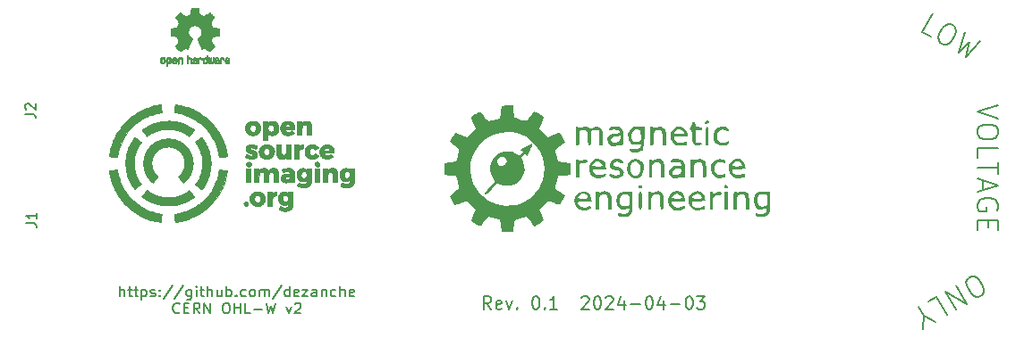
<source format=gbr>
G04 #@! TF.GenerationSoftware,KiCad,Pcbnew,8.0.0*
G04 #@! TF.CreationDate,2024-04-11T14:56:04-06:00*
G04 #@! TF.ProjectId,dual_loop_probe_groundfix,6475616c-5f6c-46f6-9f70-5f70726f6265,rev?*
G04 #@! TF.SameCoordinates,Original*
G04 #@! TF.FileFunction,Legend,Top*
G04 #@! TF.FilePolarity,Positive*
%FSLAX46Y46*%
G04 Gerber Fmt 4.6, Leading zero omitted, Abs format (unit mm)*
G04 Created by KiCad (PCBNEW 8.0.0) date 2024-04-11 14:56:04*
%MOMM*%
%LPD*%
G01*
G04 APERTURE LIST*
%ADD10C,0.200000*%
%ADD11C,0.150000*%
%ADD12C,0.010000*%
%ADD13C,0.000000*%
G04 APERTURE END LIST*
D10*
X190085161Y-84952380D02*
X188085161Y-85619046D01*
X188085161Y-85619046D02*
X190085161Y-86285713D01*
X190085161Y-87333332D02*
X190085161Y-87714285D01*
X190085161Y-87714285D02*
X189989923Y-87904761D01*
X189989923Y-87904761D02*
X189799447Y-88095237D01*
X189799447Y-88095237D02*
X189418495Y-88190475D01*
X189418495Y-88190475D02*
X188751828Y-88190475D01*
X188751828Y-88190475D02*
X188370876Y-88095237D01*
X188370876Y-88095237D02*
X188180400Y-87904761D01*
X188180400Y-87904761D02*
X188085161Y-87714285D01*
X188085161Y-87714285D02*
X188085161Y-87333332D01*
X188085161Y-87333332D02*
X188180400Y-87142856D01*
X188180400Y-87142856D02*
X188370876Y-86952380D01*
X188370876Y-86952380D02*
X188751828Y-86857142D01*
X188751828Y-86857142D02*
X189418495Y-86857142D01*
X189418495Y-86857142D02*
X189799447Y-86952380D01*
X189799447Y-86952380D02*
X189989923Y-87142856D01*
X189989923Y-87142856D02*
X190085161Y-87333332D01*
X188085161Y-89999999D02*
X188085161Y-89047618D01*
X188085161Y-89047618D02*
X190085161Y-89047618D01*
X190085161Y-90380952D02*
X190085161Y-91523809D01*
X188085161Y-90952380D02*
X190085161Y-90952380D01*
X188656590Y-92095238D02*
X188656590Y-93047619D01*
X188085161Y-91904762D02*
X190085161Y-92571428D01*
X190085161Y-92571428D02*
X188085161Y-93238095D01*
X189989923Y-94952381D02*
X190085161Y-94761905D01*
X190085161Y-94761905D02*
X190085161Y-94476191D01*
X190085161Y-94476191D02*
X189989923Y-94190476D01*
X189989923Y-94190476D02*
X189799447Y-94000000D01*
X189799447Y-94000000D02*
X189608971Y-93904762D01*
X189608971Y-93904762D02*
X189228019Y-93809524D01*
X189228019Y-93809524D02*
X188942304Y-93809524D01*
X188942304Y-93809524D02*
X188561352Y-93904762D01*
X188561352Y-93904762D02*
X188370876Y-94000000D01*
X188370876Y-94000000D02*
X188180400Y-94190476D01*
X188180400Y-94190476D02*
X188085161Y-94476191D01*
X188085161Y-94476191D02*
X188085161Y-94666667D01*
X188085161Y-94666667D02*
X188180400Y-94952381D01*
X188180400Y-94952381D02*
X188275638Y-95047619D01*
X188275638Y-95047619D02*
X188942304Y-95047619D01*
X188942304Y-95047619D02*
X188942304Y-94666667D01*
X189132780Y-95904762D02*
X189132780Y-96571429D01*
X188085161Y-96857143D02*
X188085161Y-95904762D01*
X188085161Y-95904762D02*
X190085161Y-95904762D01*
X190085161Y-95904762D02*
X190085161Y-96857143D01*
D11*
X106928571Y-103149847D02*
X106928571Y-102149847D01*
X107357142Y-103149847D02*
X107357142Y-102626037D01*
X107357142Y-102626037D02*
X107309523Y-102530799D01*
X107309523Y-102530799D02*
X107214285Y-102483180D01*
X107214285Y-102483180D02*
X107071428Y-102483180D01*
X107071428Y-102483180D02*
X106976190Y-102530799D01*
X106976190Y-102530799D02*
X106928571Y-102578418D01*
X107690476Y-102483180D02*
X108071428Y-102483180D01*
X107833333Y-102149847D02*
X107833333Y-103006989D01*
X107833333Y-103006989D02*
X107880952Y-103102228D01*
X107880952Y-103102228D02*
X107976190Y-103149847D01*
X107976190Y-103149847D02*
X108071428Y-103149847D01*
X108261905Y-102483180D02*
X108642857Y-102483180D01*
X108404762Y-102149847D02*
X108404762Y-103006989D01*
X108404762Y-103006989D02*
X108452381Y-103102228D01*
X108452381Y-103102228D02*
X108547619Y-103149847D01*
X108547619Y-103149847D02*
X108642857Y-103149847D01*
X108976191Y-102483180D02*
X108976191Y-103483180D01*
X108976191Y-102530799D02*
X109071429Y-102483180D01*
X109071429Y-102483180D02*
X109261905Y-102483180D01*
X109261905Y-102483180D02*
X109357143Y-102530799D01*
X109357143Y-102530799D02*
X109404762Y-102578418D01*
X109404762Y-102578418D02*
X109452381Y-102673656D01*
X109452381Y-102673656D02*
X109452381Y-102959370D01*
X109452381Y-102959370D02*
X109404762Y-103054608D01*
X109404762Y-103054608D02*
X109357143Y-103102228D01*
X109357143Y-103102228D02*
X109261905Y-103149847D01*
X109261905Y-103149847D02*
X109071429Y-103149847D01*
X109071429Y-103149847D02*
X108976191Y-103102228D01*
X109833334Y-103102228D02*
X109928572Y-103149847D01*
X109928572Y-103149847D02*
X110119048Y-103149847D01*
X110119048Y-103149847D02*
X110214286Y-103102228D01*
X110214286Y-103102228D02*
X110261905Y-103006989D01*
X110261905Y-103006989D02*
X110261905Y-102959370D01*
X110261905Y-102959370D02*
X110214286Y-102864132D01*
X110214286Y-102864132D02*
X110119048Y-102816513D01*
X110119048Y-102816513D02*
X109976191Y-102816513D01*
X109976191Y-102816513D02*
X109880953Y-102768894D01*
X109880953Y-102768894D02*
X109833334Y-102673656D01*
X109833334Y-102673656D02*
X109833334Y-102626037D01*
X109833334Y-102626037D02*
X109880953Y-102530799D01*
X109880953Y-102530799D02*
X109976191Y-102483180D01*
X109976191Y-102483180D02*
X110119048Y-102483180D01*
X110119048Y-102483180D02*
X110214286Y-102530799D01*
X110690477Y-103054608D02*
X110738096Y-103102228D01*
X110738096Y-103102228D02*
X110690477Y-103149847D01*
X110690477Y-103149847D02*
X110642858Y-103102228D01*
X110642858Y-103102228D02*
X110690477Y-103054608D01*
X110690477Y-103054608D02*
X110690477Y-103149847D01*
X110690477Y-102530799D02*
X110738096Y-102578418D01*
X110738096Y-102578418D02*
X110690477Y-102626037D01*
X110690477Y-102626037D02*
X110642858Y-102578418D01*
X110642858Y-102578418D02*
X110690477Y-102530799D01*
X110690477Y-102530799D02*
X110690477Y-102626037D01*
X111880952Y-102102228D02*
X111023810Y-103387942D01*
X112928571Y-102102228D02*
X112071429Y-103387942D01*
X113690476Y-102483180D02*
X113690476Y-103292704D01*
X113690476Y-103292704D02*
X113642857Y-103387942D01*
X113642857Y-103387942D02*
X113595238Y-103435561D01*
X113595238Y-103435561D02*
X113500000Y-103483180D01*
X113500000Y-103483180D02*
X113357143Y-103483180D01*
X113357143Y-103483180D02*
X113261905Y-103435561D01*
X113690476Y-103102228D02*
X113595238Y-103149847D01*
X113595238Y-103149847D02*
X113404762Y-103149847D01*
X113404762Y-103149847D02*
X113309524Y-103102228D01*
X113309524Y-103102228D02*
X113261905Y-103054608D01*
X113261905Y-103054608D02*
X113214286Y-102959370D01*
X113214286Y-102959370D02*
X113214286Y-102673656D01*
X113214286Y-102673656D02*
X113261905Y-102578418D01*
X113261905Y-102578418D02*
X113309524Y-102530799D01*
X113309524Y-102530799D02*
X113404762Y-102483180D01*
X113404762Y-102483180D02*
X113595238Y-102483180D01*
X113595238Y-102483180D02*
X113690476Y-102530799D01*
X114166667Y-103149847D02*
X114166667Y-102483180D01*
X114166667Y-102149847D02*
X114119048Y-102197466D01*
X114119048Y-102197466D02*
X114166667Y-102245085D01*
X114166667Y-102245085D02*
X114214286Y-102197466D01*
X114214286Y-102197466D02*
X114166667Y-102149847D01*
X114166667Y-102149847D02*
X114166667Y-102245085D01*
X114500000Y-102483180D02*
X114880952Y-102483180D01*
X114642857Y-102149847D02*
X114642857Y-103006989D01*
X114642857Y-103006989D02*
X114690476Y-103102228D01*
X114690476Y-103102228D02*
X114785714Y-103149847D01*
X114785714Y-103149847D02*
X114880952Y-103149847D01*
X115214286Y-103149847D02*
X115214286Y-102149847D01*
X115642857Y-103149847D02*
X115642857Y-102626037D01*
X115642857Y-102626037D02*
X115595238Y-102530799D01*
X115595238Y-102530799D02*
X115500000Y-102483180D01*
X115500000Y-102483180D02*
X115357143Y-102483180D01*
X115357143Y-102483180D02*
X115261905Y-102530799D01*
X115261905Y-102530799D02*
X115214286Y-102578418D01*
X116547619Y-102483180D02*
X116547619Y-103149847D01*
X116119048Y-102483180D02*
X116119048Y-103006989D01*
X116119048Y-103006989D02*
X116166667Y-103102228D01*
X116166667Y-103102228D02*
X116261905Y-103149847D01*
X116261905Y-103149847D02*
X116404762Y-103149847D01*
X116404762Y-103149847D02*
X116500000Y-103102228D01*
X116500000Y-103102228D02*
X116547619Y-103054608D01*
X117023810Y-103149847D02*
X117023810Y-102149847D01*
X117023810Y-102530799D02*
X117119048Y-102483180D01*
X117119048Y-102483180D02*
X117309524Y-102483180D01*
X117309524Y-102483180D02*
X117404762Y-102530799D01*
X117404762Y-102530799D02*
X117452381Y-102578418D01*
X117452381Y-102578418D02*
X117500000Y-102673656D01*
X117500000Y-102673656D02*
X117500000Y-102959370D01*
X117500000Y-102959370D02*
X117452381Y-103054608D01*
X117452381Y-103054608D02*
X117404762Y-103102228D01*
X117404762Y-103102228D02*
X117309524Y-103149847D01*
X117309524Y-103149847D02*
X117119048Y-103149847D01*
X117119048Y-103149847D02*
X117023810Y-103102228D01*
X117928572Y-103054608D02*
X117976191Y-103102228D01*
X117976191Y-103102228D02*
X117928572Y-103149847D01*
X117928572Y-103149847D02*
X117880953Y-103102228D01*
X117880953Y-103102228D02*
X117928572Y-103054608D01*
X117928572Y-103054608D02*
X117928572Y-103149847D01*
X118833333Y-103102228D02*
X118738095Y-103149847D01*
X118738095Y-103149847D02*
X118547619Y-103149847D01*
X118547619Y-103149847D02*
X118452381Y-103102228D01*
X118452381Y-103102228D02*
X118404762Y-103054608D01*
X118404762Y-103054608D02*
X118357143Y-102959370D01*
X118357143Y-102959370D02*
X118357143Y-102673656D01*
X118357143Y-102673656D02*
X118404762Y-102578418D01*
X118404762Y-102578418D02*
X118452381Y-102530799D01*
X118452381Y-102530799D02*
X118547619Y-102483180D01*
X118547619Y-102483180D02*
X118738095Y-102483180D01*
X118738095Y-102483180D02*
X118833333Y-102530799D01*
X119404762Y-103149847D02*
X119309524Y-103102228D01*
X119309524Y-103102228D02*
X119261905Y-103054608D01*
X119261905Y-103054608D02*
X119214286Y-102959370D01*
X119214286Y-102959370D02*
X119214286Y-102673656D01*
X119214286Y-102673656D02*
X119261905Y-102578418D01*
X119261905Y-102578418D02*
X119309524Y-102530799D01*
X119309524Y-102530799D02*
X119404762Y-102483180D01*
X119404762Y-102483180D02*
X119547619Y-102483180D01*
X119547619Y-102483180D02*
X119642857Y-102530799D01*
X119642857Y-102530799D02*
X119690476Y-102578418D01*
X119690476Y-102578418D02*
X119738095Y-102673656D01*
X119738095Y-102673656D02*
X119738095Y-102959370D01*
X119738095Y-102959370D02*
X119690476Y-103054608D01*
X119690476Y-103054608D02*
X119642857Y-103102228D01*
X119642857Y-103102228D02*
X119547619Y-103149847D01*
X119547619Y-103149847D02*
X119404762Y-103149847D01*
X120166667Y-103149847D02*
X120166667Y-102483180D01*
X120166667Y-102578418D02*
X120214286Y-102530799D01*
X120214286Y-102530799D02*
X120309524Y-102483180D01*
X120309524Y-102483180D02*
X120452381Y-102483180D01*
X120452381Y-102483180D02*
X120547619Y-102530799D01*
X120547619Y-102530799D02*
X120595238Y-102626037D01*
X120595238Y-102626037D02*
X120595238Y-103149847D01*
X120595238Y-102626037D02*
X120642857Y-102530799D01*
X120642857Y-102530799D02*
X120738095Y-102483180D01*
X120738095Y-102483180D02*
X120880952Y-102483180D01*
X120880952Y-102483180D02*
X120976191Y-102530799D01*
X120976191Y-102530799D02*
X121023810Y-102626037D01*
X121023810Y-102626037D02*
X121023810Y-103149847D01*
X122214285Y-102102228D02*
X121357143Y-103387942D01*
X122976190Y-103149847D02*
X122976190Y-102149847D01*
X122976190Y-103102228D02*
X122880952Y-103149847D01*
X122880952Y-103149847D02*
X122690476Y-103149847D01*
X122690476Y-103149847D02*
X122595238Y-103102228D01*
X122595238Y-103102228D02*
X122547619Y-103054608D01*
X122547619Y-103054608D02*
X122500000Y-102959370D01*
X122500000Y-102959370D02*
X122500000Y-102673656D01*
X122500000Y-102673656D02*
X122547619Y-102578418D01*
X122547619Y-102578418D02*
X122595238Y-102530799D01*
X122595238Y-102530799D02*
X122690476Y-102483180D01*
X122690476Y-102483180D02*
X122880952Y-102483180D01*
X122880952Y-102483180D02*
X122976190Y-102530799D01*
X123833333Y-103102228D02*
X123738095Y-103149847D01*
X123738095Y-103149847D02*
X123547619Y-103149847D01*
X123547619Y-103149847D02*
X123452381Y-103102228D01*
X123452381Y-103102228D02*
X123404762Y-103006989D01*
X123404762Y-103006989D02*
X123404762Y-102626037D01*
X123404762Y-102626037D02*
X123452381Y-102530799D01*
X123452381Y-102530799D02*
X123547619Y-102483180D01*
X123547619Y-102483180D02*
X123738095Y-102483180D01*
X123738095Y-102483180D02*
X123833333Y-102530799D01*
X123833333Y-102530799D02*
X123880952Y-102626037D01*
X123880952Y-102626037D02*
X123880952Y-102721275D01*
X123880952Y-102721275D02*
X123404762Y-102816513D01*
X124214286Y-102483180D02*
X124738095Y-102483180D01*
X124738095Y-102483180D02*
X124214286Y-103149847D01*
X124214286Y-103149847D02*
X124738095Y-103149847D01*
X125547619Y-103149847D02*
X125547619Y-102626037D01*
X125547619Y-102626037D02*
X125500000Y-102530799D01*
X125500000Y-102530799D02*
X125404762Y-102483180D01*
X125404762Y-102483180D02*
X125214286Y-102483180D01*
X125214286Y-102483180D02*
X125119048Y-102530799D01*
X125547619Y-103102228D02*
X125452381Y-103149847D01*
X125452381Y-103149847D02*
X125214286Y-103149847D01*
X125214286Y-103149847D02*
X125119048Y-103102228D01*
X125119048Y-103102228D02*
X125071429Y-103006989D01*
X125071429Y-103006989D02*
X125071429Y-102911751D01*
X125071429Y-102911751D02*
X125119048Y-102816513D01*
X125119048Y-102816513D02*
X125214286Y-102768894D01*
X125214286Y-102768894D02*
X125452381Y-102768894D01*
X125452381Y-102768894D02*
X125547619Y-102721275D01*
X126023810Y-102483180D02*
X126023810Y-103149847D01*
X126023810Y-102578418D02*
X126071429Y-102530799D01*
X126071429Y-102530799D02*
X126166667Y-102483180D01*
X126166667Y-102483180D02*
X126309524Y-102483180D01*
X126309524Y-102483180D02*
X126404762Y-102530799D01*
X126404762Y-102530799D02*
X126452381Y-102626037D01*
X126452381Y-102626037D02*
X126452381Y-103149847D01*
X127357143Y-103102228D02*
X127261905Y-103149847D01*
X127261905Y-103149847D02*
X127071429Y-103149847D01*
X127071429Y-103149847D02*
X126976191Y-103102228D01*
X126976191Y-103102228D02*
X126928572Y-103054608D01*
X126928572Y-103054608D02*
X126880953Y-102959370D01*
X126880953Y-102959370D02*
X126880953Y-102673656D01*
X126880953Y-102673656D02*
X126928572Y-102578418D01*
X126928572Y-102578418D02*
X126976191Y-102530799D01*
X126976191Y-102530799D02*
X127071429Y-102483180D01*
X127071429Y-102483180D02*
X127261905Y-102483180D01*
X127261905Y-102483180D02*
X127357143Y-102530799D01*
X127785715Y-103149847D02*
X127785715Y-102149847D01*
X128214286Y-103149847D02*
X128214286Y-102626037D01*
X128214286Y-102626037D02*
X128166667Y-102530799D01*
X128166667Y-102530799D02*
X128071429Y-102483180D01*
X128071429Y-102483180D02*
X127928572Y-102483180D01*
X127928572Y-102483180D02*
X127833334Y-102530799D01*
X127833334Y-102530799D02*
X127785715Y-102578418D01*
X129071429Y-103102228D02*
X128976191Y-103149847D01*
X128976191Y-103149847D02*
X128785715Y-103149847D01*
X128785715Y-103149847D02*
X128690477Y-103102228D01*
X128690477Y-103102228D02*
X128642858Y-103006989D01*
X128642858Y-103006989D02*
X128642858Y-102626037D01*
X128642858Y-102626037D02*
X128690477Y-102530799D01*
X128690477Y-102530799D02*
X128785715Y-102483180D01*
X128785715Y-102483180D02*
X128976191Y-102483180D01*
X128976191Y-102483180D02*
X129071429Y-102530799D01*
X129071429Y-102530799D02*
X129119048Y-102626037D01*
X129119048Y-102626037D02*
X129119048Y-102721275D01*
X129119048Y-102721275D02*
X128642858Y-102816513D01*
X112571428Y-104664552D02*
X112523809Y-104712172D01*
X112523809Y-104712172D02*
X112380952Y-104759791D01*
X112380952Y-104759791D02*
X112285714Y-104759791D01*
X112285714Y-104759791D02*
X112142857Y-104712172D01*
X112142857Y-104712172D02*
X112047619Y-104616933D01*
X112047619Y-104616933D02*
X112000000Y-104521695D01*
X112000000Y-104521695D02*
X111952381Y-104331219D01*
X111952381Y-104331219D02*
X111952381Y-104188362D01*
X111952381Y-104188362D02*
X112000000Y-103997886D01*
X112000000Y-103997886D02*
X112047619Y-103902648D01*
X112047619Y-103902648D02*
X112142857Y-103807410D01*
X112142857Y-103807410D02*
X112285714Y-103759791D01*
X112285714Y-103759791D02*
X112380952Y-103759791D01*
X112380952Y-103759791D02*
X112523809Y-103807410D01*
X112523809Y-103807410D02*
X112571428Y-103855029D01*
X113000000Y-104235981D02*
X113333333Y-104235981D01*
X113476190Y-104759791D02*
X113000000Y-104759791D01*
X113000000Y-104759791D02*
X113000000Y-103759791D01*
X113000000Y-103759791D02*
X113476190Y-103759791D01*
X114476190Y-104759791D02*
X114142857Y-104283600D01*
X113904762Y-104759791D02*
X113904762Y-103759791D01*
X113904762Y-103759791D02*
X114285714Y-103759791D01*
X114285714Y-103759791D02*
X114380952Y-103807410D01*
X114380952Y-103807410D02*
X114428571Y-103855029D01*
X114428571Y-103855029D02*
X114476190Y-103950267D01*
X114476190Y-103950267D02*
X114476190Y-104093124D01*
X114476190Y-104093124D02*
X114428571Y-104188362D01*
X114428571Y-104188362D02*
X114380952Y-104235981D01*
X114380952Y-104235981D02*
X114285714Y-104283600D01*
X114285714Y-104283600D02*
X113904762Y-104283600D01*
X114904762Y-104759791D02*
X114904762Y-103759791D01*
X114904762Y-103759791D02*
X115476190Y-104759791D01*
X115476190Y-104759791D02*
X115476190Y-103759791D01*
X116904762Y-103759791D02*
X117095238Y-103759791D01*
X117095238Y-103759791D02*
X117190476Y-103807410D01*
X117190476Y-103807410D02*
X117285714Y-103902648D01*
X117285714Y-103902648D02*
X117333333Y-104093124D01*
X117333333Y-104093124D02*
X117333333Y-104426457D01*
X117333333Y-104426457D02*
X117285714Y-104616933D01*
X117285714Y-104616933D02*
X117190476Y-104712172D01*
X117190476Y-104712172D02*
X117095238Y-104759791D01*
X117095238Y-104759791D02*
X116904762Y-104759791D01*
X116904762Y-104759791D02*
X116809524Y-104712172D01*
X116809524Y-104712172D02*
X116714286Y-104616933D01*
X116714286Y-104616933D02*
X116666667Y-104426457D01*
X116666667Y-104426457D02*
X116666667Y-104093124D01*
X116666667Y-104093124D02*
X116714286Y-103902648D01*
X116714286Y-103902648D02*
X116809524Y-103807410D01*
X116809524Y-103807410D02*
X116904762Y-103759791D01*
X117761905Y-104759791D02*
X117761905Y-103759791D01*
X117761905Y-104235981D02*
X118333333Y-104235981D01*
X118333333Y-104759791D02*
X118333333Y-103759791D01*
X119285714Y-104759791D02*
X118809524Y-104759791D01*
X118809524Y-104759791D02*
X118809524Y-103759791D01*
X119619048Y-104378838D02*
X120380953Y-104378838D01*
X120761905Y-103759791D02*
X121000000Y-104759791D01*
X121000000Y-104759791D02*
X121190476Y-104045505D01*
X121190476Y-104045505D02*
X121380952Y-104759791D01*
X121380952Y-104759791D02*
X121619048Y-103759791D01*
X122666667Y-104093124D02*
X122904762Y-104759791D01*
X122904762Y-104759791D02*
X123142857Y-104093124D01*
X123476191Y-103855029D02*
X123523810Y-103807410D01*
X123523810Y-103807410D02*
X123619048Y-103759791D01*
X123619048Y-103759791D02*
X123857143Y-103759791D01*
X123857143Y-103759791D02*
X123952381Y-103807410D01*
X123952381Y-103807410D02*
X124000000Y-103855029D01*
X124000000Y-103855029D02*
X124047619Y-103950267D01*
X124047619Y-103950267D02*
X124047619Y-104045505D01*
X124047619Y-104045505D02*
X124000000Y-104188362D01*
X124000000Y-104188362D02*
X123428572Y-104759791D01*
X123428572Y-104759791D02*
X124047619Y-104759791D01*
X142070112Y-104345342D02*
X141670112Y-103773914D01*
X141384398Y-104345342D02*
X141384398Y-103145342D01*
X141384398Y-103145342D02*
X141841541Y-103145342D01*
X141841541Y-103145342D02*
X141955826Y-103202485D01*
X141955826Y-103202485D02*
X142012969Y-103259628D01*
X142012969Y-103259628D02*
X142070112Y-103373914D01*
X142070112Y-103373914D02*
X142070112Y-103545342D01*
X142070112Y-103545342D02*
X142012969Y-103659628D01*
X142012969Y-103659628D02*
X141955826Y-103716771D01*
X141955826Y-103716771D02*
X141841541Y-103773914D01*
X141841541Y-103773914D02*
X141384398Y-103773914D01*
X143041541Y-104288200D02*
X142927255Y-104345342D01*
X142927255Y-104345342D02*
X142698684Y-104345342D01*
X142698684Y-104345342D02*
X142584398Y-104288200D01*
X142584398Y-104288200D02*
X142527255Y-104173914D01*
X142527255Y-104173914D02*
X142527255Y-103716771D01*
X142527255Y-103716771D02*
X142584398Y-103602485D01*
X142584398Y-103602485D02*
X142698684Y-103545342D01*
X142698684Y-103545342D02*
X142927255Y-103545342D01*
X142927255Y-103545342D02*
X143041541Y-103602485D01*
X143041541Y-103602485D02*
X143098684Y-103716771D01*
X143098684Y-103716771D02*
X143098684Y-103831057D01*
X143098684Y-103831057D02*
X142527255Y-103945342D01*
X143498683Y-103545342D02*
X143784397Y-104345342D01*
X143784397Y-104345342D02*
X144070112Y-103545342D01*
X144527255Y-104231057D02*
X144584398Y-104288200D01*
X144584398Y-104288200D02*
X144527255Y-104345342D01*
X144527255Y-104345342D02*
X144470112Y-104288200D01*
X144470112Y-104288200D02*
X144527255Y-104231057D01*
X144527255Y-104231057D02*
X144527255Y-104345342D01*
X146241541Y-103145342D02*
X146355827Y-103145342D01*
X146355827Y-103145342D02*
X146470113Y-103202485D01*
X146470113Y-103202485D02*
X146527256Y-103259628D01*
X146527256Y-103259628D02*
X146584398Y-103373914D01*
X146584398Y-103373914D02*
X146641541Y-103602485D01*
X146641541Y-103602485D02*
X146641541Y-103888200D01*
X146641541Y-103888200D02*
X146584398Y-104116771D01*
X146584398Y-104116771D02*
X146527256Y-104231057D01*
X146527256Y-104231057D02*
X146470113Y-104288200D01*
X146470113Y-104288200D02*
X146355827Y-104345342D01*
X146355827Y-104345342D02*
X146241541Y-104345342D01*
X146241541Y-104345342D02*
X146127256Y-104288200D01*
X146127256Y-104288200D02*
X146070113Y-104231057D01*
X146070113Y-104231057D02*
X146012970Y-104116771D01*
X146012970Y-104116771D02*
X145955827Y-103888200D01*
X145955827Y-103888200D02*
X145955827Y-103602485D01*
X145955827Y-103602485D02*
X146012970Y-103373914D01*
X146012970Y-103373914D02*
X146070113Y-103259628D01*
X146070113Y-103259628D02*
X146127256Y-103202485D01*
X146127256Y-103202485D02*
X146241541Y-103145342D01*
X147155827Y-104231057D02*
X147212970Y-104288200D01*
X147212970Y-104288200D02*
X147155827Y-104345342D01*
X147155827Y-104345342D02*
X147098684Y-104288200D01*
X147098684Y-104288200D02*
X147155827Y-104231057D01*
X147155827Y-104231057D02*
X147155827Y-104345342D01*
X148355827Y-104345342D02*
X147670113Y-104345342D01*
X148012970Y-104345342D02*
X148012970Y-103145342D01*
X148012970Y-103145342D02*
X147898684Y-103316771D01*
X147898684Y-103316771D02*
X147784399Y-103431057D01*
X147784399Y-103431057D02*
X147670113Y-103488200D01*
X150641542Y-103259628D02*
X150698685Y-103202485D01*
X150698685Y-103202485D02*
X150812971Y-103145342D01*
X150812971Y-103145342D02*
X151098685Y-103145342D01*
X151098685Y-103145342D02*
X151212971Y-103202485D01*
X151212971Y-103202485D02*
X151270113Y-103259628D01*
X151270113Y-103259628D02*
X151327256Y-103373914D01*
X151327256Y-103373914D02*
X151327256Y-103488200D01*
X151327256Y-103488200D02*
X151270113Y-103659628D01*
X151270113Y-103659628D02*
X150584399Y-104345342D01*
X150584399Y-104345342D02*
X151327256Y-104345342D01*
X152070113Y-103145342D02*
X152184399Y-103145342D01*
X152184399Y-103145342D02*
X152298685Y-103202485D01*
X152298685Y-103202485D02*
X152355828Y-103259628D01*
X152355828Y-103259628D02*
X152412970Y-103373914D01*
X152412970Y-103373914D02*
X152470113Y-103602485D01*
X152470113Y-103602485D02*
X152470113Y-103888200D01*
X152470113Y-103888200D02*
X152412970Y-104116771D01*
X152412970Y-104116771D02*
X152355828Y-104231057D01*
X152355828Y-104231057D02*
X152298685Y-104288200D01*
X152298685Y-104288200D02*
X152184399Y-104345342D01*
X152184399Y-104345342D02*
X152070113Y-104345342D01*
X152070113Y-104345342D02*
X151955828Y-104288200D01*
X151955828Y-104288200D02*
X151898685Y-104231057D01*
X151898685Y-104231057D02*
X151841542Y-104116771D01*
X151841542Y-104116771D02*
X151784399Y-103888200D01*
X151784399Y-103888200D02*
X151784399Y-103602485D01*
X151784399Y-103602485D02*
X151841542Y-103373914D01*
X151841542Y-103373914D02*
X151898685Y-103259628D01*
X151898685Y-103259628D02*
X151955828Y-103202485D01*
X151955828Y-103202485D02*
X152070113Y-103145342D01*
X152927256Y-103259628D02*
X152984399Y-103202485D01*
X152984399Y-103202485D02*
X153098685Y-103145342D01*
X153098685Y-103145342D02*
X153384399Y-103145342D01*
X153384399Y-103145342D02*
X153498685Y-103202485D01*
X153498685Y-103202485D02*
X153555827Y-103259628D01*
X153555827Y-103259628D02*
X153612970Y-103373914D01*
X153612970Y-103373914D02*
X153612970Y-103488200D01*
X153612970Y-103488200D02*
X153555827Y-103659628D01*
X153555827Y-103659628D02*
X152870113Y-104345342D01*
X152870113Y-104345342D02*
X153612970Y-104345342D01*
X154641542Y-103545342D02*
X154641542Y-104345342D01*
X154355827Y-103088200D02*
X154070113Y-103945342D01*
X154070113Y-103945342D02*
X154812970Y-103945342D01*
X155270113Y-103888200D02*
X156184399Y-103888200D01*
X156984398Y-103145342D02*
X157098684Y-103145342D01*
X157098684Y-103145342D02*
X157212970Y-103202485D01*
X157212970Y-103202485D02*
X157270113Y-103259628D01*
X157270113Y-103259628D02*
X157327255Y-103373914D01*
X157327255Y-103373914D02*
X157384398Y-103602485D01*
X157384398Y-103602485D02*
X157384398Y-103888200D01*
X157384398Y-103888200D02*
X157327255Y-104116771D01*
X157327255Y-104116771D02*
X157270113Y-104231057D01*
X157270113Y-104231057D02*
X157212970Y-104288200D01*
X157212970Y-104288200D02*
X157098684Y-104345342D01*
X157098684Y-104345342D02*
X156984398Y-104345342D01*
X156984398Y-104345342D02*
X156870113Y-104288200D01*
X156870113Y-104288200D02*
X156812970Y-104231057D01*
X156812970Y-104231057D02*
X156755827Y-104116771D01*
X156755827Y-104116771D02*
X156698684Y-103888200D01*
X156698684Y-103888200D02*
X156698684Y-103602485D01*
X156698684Y-103602485D02*
X156755827Y-103373914D01*
X156755827Y-103373914D02*
X156812970Y-103259628D01*
X156812970Y-103259628D02*
X156870113Y-103202485D01*
X156870113Y-103202485D02*
X156984398Y-103145342D01*
X158412970Y-103545342D02*
X158412970Y-104345342D01*
X158127255Y-103088200D02*
X157841541Y-103945342D01*
X157841541Y-103945342D02*
X158584398Y-103945342D01*
X159041541Y-103888200D02*
X159955827Y-103888200D01*
X160755826Y-103145342D02*
X160870112Y-103145342D01*
X160870112Y-103145342D02*
X160984398Y-103202485D01*
X160984398Y-103202485D02*
X161041541Y-103259628D01*
X161041541Y-103259628D02*
X161098683Y-103373914D01*
X161098683Y-103373914D02*
X161155826Y-103602485D01*
X161155826Y-103602485D02*
X161155826Y-103888200D01*
X161155826Y-103888200D02*
X161098683Y-104116771D01*
X161098683Y-104116771D02*
X161041541Y-104231057D01*
X161041541Y-104231057D02*
X160984398Y-104288200D01*
X160984398Y-104288200D02*
X160870112Y-104345342D01*
X160870112Y-104345342D02*
X160755826Y-104345342D01*
X160755826Y-104345342D02*
X160641541Y-104288200D01*
X160641541Y-104288200D02*
X160584398Y-104231057D01*
X160584398Y-104231057D02*
X160527255Y-104116771D01*
X160527255Y-104116771D02*
X160470112Y-103888200D01*
X160470112Y-103888200D02*
X160470112Y-103602485D01*
X160470112Y-103602485D02*
X160527255Y-103373914D01*
X160527255Y-103373914D02*
X160584398Y-103259628D01*
X160584398Y-103259628D02*
X160641541Y-103202485D01*
X160641541Y-103202485D02*
X160755826Y-103145342D01*
X161555826Y-103145342D02*
X162298683Y-103145342D01*
X162298683Y-103145342D02*
X161898683Y-103602485D01*
X161898683Y-103602485D02*
X162070112Y-103602485D01*
X162070112Y-103602485D02*
X162184398Y-103659628D01*
X162184398Y-103659628D02*
X162241540Y-103716771D01*
X162241540Y-103716771D02*
X162298683Y-103831057D01*
X162298683Y-103831057D02*
X162298683Y-104116771D01*
X162298683Y-104116771D02*
X162241540Y-104231057D01*
X162241540Y-104231057D02*
X162184398Y-104288200D01*
X162184398Y-104288200D02*
X162070112Y-104345342D01*
X162070112Y-104345342D02*
X161727255Y-104345342D01*
X161727255Y-104345342D02*
X161612969Y-104288200D01*
X161612969Y-104288200D02*
X161555826Y-104231057D01*
D10*
X188558178Y-102987396D02*
X188228264Y-103177872D01*
X188228264Y-103177872D02*
X188015688Y-103190632D01*
X188015688Y-103190632D02*
X187755492Y-103120913D01*
X187755492Y-103120913D02*
X187482537Y-102838617D01*
X187482537Y-102838617D02*
X187149204Y-102261267D01*
X187149204Y-102261267D02*
X187041207Y-101883734D01*
X187041207Y-101883734D02*
X187110926Y-101623538D01*
X187110926Y-101623538D02*
X187228264Y-101445822D01*
X187228264Y-101445822D02*
X187558178Y-101255345D01*
X187558178Y-101255345D02*
X187770755Y-101242586D01*
X187770755Y-101242586D02*
X188030950Y-101312305D01*
X188030950Y-101312305D02*
X188303905Y-101594600D01*
X188303905Y-101594600D02*
X188637238Y-102171951D01*
X188637238Y-102171951D02*
X188745236Y-102549484D01*
X188745236Y-102549484D02*
X188675516Y-102809680D01*
X188675516Y-102809680D02*
X188558178Y-102987396D01*
X186073563Y-102112488D02*
X187073563Y-103844539D01*
X187073563Y-103844539D02*
X185083820Y-102683917D01*
X185083820Y-102683917D02*
X186083820Y-104415968D01*
X183434248Y-103636298D02*
X184259034Y-103160107D01*
X184259034Y-103160107D02*
X185259034Y-104892158D01*
X183003173Y-104984893D02*
X182526983Y-104160107D01*
X184104333Y-105558825D02*
X183003173Y-104984893D01*
X183003173Y-104984893D02*
X182949633Y-106225492D01*
X183681683Y-78506558D02*
X182856897Y-78030368D01*
X182856897Y-78030368D02*
X183856897Y-76298317D01*
X185588948Y-77298317D02*
X185918863Y-77488793D01*
X185918863Y-77488793D02*
X186036201Y-77666510D01*
X186036201Y-77666510D02*
X186105920Y-77926705D01*
X186105920Y-77926705D02*
X185997923Y-78304239D01*
X185997923Y-78304239D02*
X185664589Y-78881589D01*
X185664589Y-78881589D02*
X185391634Y-79163885D01*
X185391634Y-79163885D02*
X185131439Y-79233604D01*
X185131439Y-79233604D02*
X184918863Y-79220844D01*
X184918863Y-79220844D02*
X184588948Y-79030368D01*
X184588948Y-79030368D02*
X184471610Y-78852651D01*
X184471610Y-78852651D02*
X184401891Y-78592456D01*
X184401891Y-78592456D02*
X184509889Y-78214922D01*
X184509889Y-78214922D02*
X184843222Y-77637572D01*
X184843222Y-77637572D02*
X185116177Y-77355277D01*
X185116177Y-77355277D02*
X185376372Y-77285558D01*
X185376372Y-77285558D02*
X185588948Y-77298317D01*
X186908606Y-78060222D02*
X186320999Y-80030368D01*
X186320999Y-80030368D02*
X187365199Y-78983665D01*
X187365199Y-78983665D02*
X186980828Y-80411320D01*
X186980828Y-80411320D02*
X188393221Y-78917365D01*
D11*
X98044819Y-96203333D02*
X98759104Y-96203333D01*
X98759104Y-96203333D02*
X98901961Y-96250952D01*
X98901961Y-96250952D02*
X98997200Y-96346190D01*
X98997200Y-96346190D02*
X99044819Y-96489047D01*
X99044819Y-96489047D02*
X99044819Y-96584285D01*
X99044819Y-95203333D02*
X99044819Y-95774761D01*
X99044819Y-95489047D02*
X98044819Y-95489047D01*
X98044819Y-95489047D02*
X98187676Y-95584285D01*
X98187676Y-95584285D02*
X98282914Y-95679523D01*
X98282914Y-95679523D02*
X98330533Y-95774761D01*
X97954819Y-85833333D02*
X98669104Y-85833333D01*
X98669104Y-85833333D02*
X98811961Y-85880952D01*
X98811961Y-85880952D02*
X98907200Y-85976190D01*
X98907200Y-85976190D02*
X98954819Y-86119047D01*
X98954819Y-86119047D02*
X98954819Y-86214285D01*
X98050057Y-85404761D02*
X98002438Y-85357142D01*
X98002438Y-85357142D02*
X97954819Y-85261904D01*
X97954819Y-85261904D02*
X97954819Y-85023809D01*
X97954819Y-85023809D02*
X98002438Y-84928571D01*
X98002438Y-84928571D02*
X98050057Y-84880952D01*
X98050057Y-84880952D02*
X98145295Y-84833333D01*
X98145295Y-84833333D02*
X98240533Y-84833333D01*
X98240533Y-84833333D02*
X98383390Y-84880952D01*
X98383390Y-84880952D02*
X98954819Y-85452380D01*
X98954819Y-85452380D02*
X98954819Y-84833333D01*
D12*
X109697120Y-89009020D02*
X109694580Y-89011560D01*
X109692040Y-89009020D01*
X109694580Y-89006480D01*
X109697120Y-89009020D01*
G36*
X109697120Y-89009020D02*
G01*
X109694580Y-89011560D01*
X109692040Y-89009020D01*
X109694580Y-89006480D01*
X109697120Y-89009020D01*
G37*
X109747920Y-88932820D02*
X109745380Y-88935360D01*
X109742840Y-88932820D01*
X109745380Y-88930280D01*
X109747920Y-88932820D01*
G36*
X109747920Y-88932820D02*
G01*
X109745380Y-88935360D01*
X109742840Y-88932820D01*
X109745380Y-88930280D01*
X109747920Y-88932820D01*
G37*
X109915560Y-92229740D02*
X109913020Y-92232280D01*
X109910480Y-92229740D01*
X109913020Y-92227200D01*
X109915560Y-92229740D01*
G36*
X109915560Y-92229740D02*
G01*
X109913020Y-92232280D01*
X109910480Y-92229740D01*
X109913020Y-92227200D01*
X109915560Y-92229740D01*
G37*
X110301640Y-91955420D02*
X110299100Y-91957960D01*
X110296560Y-91955420D01*
X110299100Y-91952880D01*
X110301640Y-91955420D01*
G36*
X110301640Y-91955420D02*
G01*
X110299100Y-91957960D01*
X110296560Y-91955420D01*
X110299100Y-91952880D01*
X110301640Y-91955420D01*
G37*
X110311800Y-91569340D02*
X110309260Y-91571880D01*
X110306720Y-91569340D01*
X110309260Y-91566800D01*
X110311800Y-91569340D01*
G36*
X110311800Y-91569340D02*
G01*
X110309260Y-91571880D01*
X110306720Y-91569340D01*
X110309260Y-91566800D01*
X110311800Y-91569340D01*
G37*
X110352440Y-91594740D02*
X110349900Y-91597280D01*
X110347360Y-91594740D01*
X110349900Y-91592200D01*
X110352440Y-91594740D01*
G36*
X110352440Y-91594740D02*
G01*
X110349900Y-91597280D01*
X110347360Y-91594740D01*
X110349900Y-91592200D01*
X110352440Y-91594740D01*
G37*
X110530240Y-89237620D02*
X110527700Y-89240160D01*
X110525160Y-89237620D01*
X110527700Y-89235080D01*
X110530240Y-89237620D01*
G36*
X110530240Y-89237620D02*
G01*
X110527700Y-89240160D01*
X110525160Y-89237620D01*
X110527700Y-89235080D01*
X110530240Y-89237620D01*
G37*
X112541920Y-89308740D02*
X112539380Y-89311280D01*
X112536840Y-89308740D01*
X112539380Y-89306200D01*
X112541920Y-89308740D01*
G36*
X112541920Y-89308740D02*
G01*
X112539380Y-89311280D01*
X112536840Y-89308740D01*
X112539380Y-89306200D01*
X112541920Y-89308740D01*
G37*
X113100720Y-92153540D02*
X113098180Y-92156080D01*
X113095640Y-92153540D01*
X113098180Y-92151000D01*
X113100720Y-92153540D01*
G36*
X113100720Y-92153540D02*
G01*
X113098180Y-92156080D01*
X113095640Y-92153540D01*
X113098180Y-92151000D01*
X113100720Y-92153540D01*
G37*
X113141360Y-92112900D02*
X113138820Y-92115440D01*
X113136280Y-92112900D01*
X113138820Y-92110360D01*
X113141360Y-92112900D01*
G36*
X113141360Y-92112900D02*
G01*
X113138820Y-92115440D01*
X113136280Y-92112900D01*
X113138820Y-92110360D01*
X113141360Y-92112900D01*
G37*
X119313560Y-92298320D02*
X118886840Y-92298320D01*
X118886840Y-90967360D01*
X119313560Y-90967360D01*
X119313560Y-92298320D01*
G36*
X119313560Y-92298320D02*
G01*
X118886840Y-92298320D01*
X118886840Y-90967360D01*
X119313560Y-90967360D01*
X119313560Y-92298320D01*
G37*
X125795640Y-92298320D02*
X125374000Y-92298320D01*
X125374000Y-90967360D01*
X125795640Y-90967360D01*
X125795640Y-92298320D01*
G36*
X125795640Y-92298320D02*
G01*
X125374000Y-92298320D01*
X125374000Y-90967360D01*
X125795640Y-90967360D01*
X125795640Y-92298320D01*
G37*
X109793640Y-92112900D02*
X109798486Y-92117464D01*
X109798720Y-92118279D01*
X109794789Y-92120461D01*
X109793640Y-92120520D01*
X109788755Y-92116614D01*
X109788560Y-92115140D01*
X109791672Y-92112106D01*
X109793640Y-92112900D01*
G36*
X109793640Y-92112900D02*
G01*
X109798486Y-92117464D01*
X109798720Y-92118279D01*
X109794789Y-92120461D01*
X109793640Y-92120520D01*
X109788755Y-92116614D01*
X109788560Y-92115140D01*
X109791672Y-92112106D01*
X109793640Y-92112900D01*
G37*
X110103461Y-92226050D02*
X110103520Y-92227200D01*
X110099614Y-92232084D01*
X110098140Y-92232280D01*
X110095106Y-92229167D01*
X110095900Y-92227200D01*
X110100464Y-92222353D01*
X110101279Y-92222120D01*
X110103461Y-92226050D01*
G36*
X110103461Y-92226050D02*
G01*
X110103520Y-92227200D01*
X110099614Y-92232084D01*
X110098140Y-92232280D01*
X110095106Y-92229167D01*
X110095900Y-92227200D01*
X110100464Y-92222353D01*
X110101279Y-92222120D01*
X110103461Y-92226050D01*
G37*
X119131449Y-90362785D02*
X119176084Y-90372450D01*
X119217708Y-90390398D01*
X119254749Y-90416406D01*
X119262825Y-90423863D01*
X119290133Y-90457295D01*
X119309871Y-90496026D01*
X119321922Y-90538447D01*
X119326168Y-90582952D01*
X119322493Y-90627933D01*
X119310778Y-90671783D01*
X119290906Y-90712895D01*
X119284639Y-90722572D01*
X119257044Y-90754133D01*
X119222508Y-90779347D01*
X119182435Y-90797657D01*
X119138234Y-90808506D01*
X119091310Y-90811338D01*
X119065433Y-90809350D01*
X119021029Y-90798898D01*
X118980713Y-90779646D01*
X118945675Y-90752436D01*
X118917107Y-90718108D01*
X118904009Y-90695346D01*
X118886729Y-90650403D01*
X118878350Y-90604806D01*
X118878510Y-90559777D01*
X118886850Y-90516538D01*
X118903011Y-90476310D01*
X118926633Y-90440314D01*
X118957356Y-90409773D01*
X118994820Y-90385907D01*
X118995188Y-90385726D01*
X119039430Y-90369199D01*
X119085374Y-90361627D01*
X119131449Y-90362785D01*
G36*
X119131449Y-90362785D02*
G01*
X119176084Y-90372450D01*
X119217708Y-90390398D01*
X119254749Y-90416406D01*
X119262825Y-90423863D01*
X119290133Y-90457295D01*
X119309871Y-90496026D01*
X119321922Y-90538447D01*
X119326168Y-90582952D01*
X119322493Y-90627933D01*
X119310778Y-90671783D01*
X119290906Y-90712895D01*
X119284639Y-90722572D01*
X119257044Y-90754133D01*
X119222508Y-90779347D01*
X119182435Y-90797657D01*
X119138234Y-90808506D01*
X119091310Y-90811338D01*
X119065433Y-90809350D01*
X119021029Y-90798898D01*
X118980713Y-90779646D01*
X118945675Y-90752436D01*
X118917107Y-90718108D01*
X118904009Y-90695346D01*
X118886729Y-90650403D01*
X118878350Y-90604806D01*
X118878510Y-90559777D01*
X118886850Y-90516538D01*
X118903011Y-90476310D01*
X118926633Y-90440314D01*
X118957356Y-90409773D01*
X118994820Y-90385907D01*
X118995188Y-90385726D01*
X119039430Y-90369199D01*
X119085374Y-90361627D01*
X119131449Y-90362785D01*
G37*
X125636607Y-90366009D02*
X125681181Y-90379309D01*
X125720550Y-90401074D01*
X125754185Y-90430977D01*
X125781557Y-90468690D01*
X125791627Y-90487986D01*
X125799931Y-90507624D01*
X125805151Y-90525881D01*
X125808213Y-90546869D01*
X125809735Y-90568496D01*
X125808937Y-90617689D01*
X125800730Y-90660840D01*
X125784665Y-90699310D01*
X125760290Y-90734462D01*
X125751493Y-90744347D01*
X125716932Y-90774099D01*
X125677167Y-90795307D01*
X125632778Y-90807781D01*
X125584346Y-90811330D01*
X125554340Y-90809189D01*
X125508839Y-90799413D01*
X125469004Y-90781532D01*
X125433639Y-90754932D01*
X125418379Y-90739418D01*
X125392782Y-90703602D01*
X125375060Y-90661916D01*
X125365540Y-90615287D01*
X125363900Y-90584022D01*
X125368211Y-90535581D01*
X125381167Y-90492159D01*
X125403057Y-90452995D01*
X125423270Y-90428325D01*
X125457665Y-90398523D01*
X125496960Y-90377510D01*
X125541356Y-90365204D01*
X125587360Y-90361503D01*
X125636607Y-90366009D01*
G36*
X125636607Y-90366009D02*
G01*
X125681181Y-90379309D01*
X125720550Y-90401074D01*
X125754185Y-90430977D01*
X125781557Y-90468690D01*
X125791627Y-90487986D01*
X125799931Y-90507624D01*
X125805151Y-90525881D01*
X125808213Y-90546869D01*
X125809735Y-90568496D01*
X125808937Y-90617689D01*
X125800730Y-90660840D01*
X125784665Y-90699310D01*
X125760290Y-90734462D01*
X125751493Y-90744347D01*
X125716932Y-90774099D01*
X125677167Y-90795307D01*
X125632778Y-90807781D01*
X125584346Y-90811330D01*
X125554340Y-90809189D01*
X125508839Y-90799413D01*
X125469004Y-90781532D01*
X125433639Y-90754932D01*
X125418379Y-90739418D01*
X125392782Y-90703602D01*
X125375060Y-90661916D01*
X125365540Y-90615287D01*
X125363900Y-90584022D01*
X125368211Y-90535581D01*
X125381167Y-90492159D01*
X125403057Y-90452995D01*
X125423270Y-90428325D01*
X125457665Y-90398523D01*
X125496960Y-90377510D01*
X125541356Y-90365204D01*
X125587360Y-90361503D01*
X125636607Y-90366009D01*
G37*
X118874687Y-94145306D02*
X118882199Y-94146465D01*
X118923324Y-94156737D01*
X118957863Y-94172902D01*
X118988292Y-94196260D01*
X119000343Y-94208420D01*
X119022230Y-94235104D01*
X119037225Y-94261543D01*
X119046327Y-94290487D01*
X119050536Y-94324686D01*
X119051130Y-94348100D01*
X119048927Y-94388645D01*
X119041770Y-94422744D01*
X119028834Y-94453232D01*
X119013683Y-94477050D01*
X118987136Y-94505369D01*
X118953788Y-94527701D01*
X118915373Y-94543569D01*
X118873626Y-94552495D01*
X118830282Y-94554000D01*
X118787076Y-94547606D01*
X118772540Y-94543488D01*
X118734461Y-94526093D01*
X118701635Y-94500466D01*
X118674938Y-94467551D01*
X118655251Y-94428286D01*
X118649871Y-94412173D01*
X118644302Y-94382133D01*
X118642928Y-94347501D01*
X118645519Y-94312017D01*
X118651843Y-94279425D01*
X118659368Y-94258092D01*
X118681807Y-94221036D01*
X118711307Y-94190441D01*
X118746606Y-94166939D01*
X118786443Y-94151161D01*
X118829557Y-94143739D01*
X118874687Y-94145306D01*
G36*
X118874687Y-94145306D02*
G01*
X118882199Y-94146465D01*
X118923324Y-94156737D01*
X118957863Y-94172902D01*
X118988292Y-94196260D01*
X119000343Y-94208420D01*
X119022230Y-94235104D01*
X119037225Y-94261543D01*
X119046327Y-94290487D01*
X119050536Y-94324686D01*
X119051130Y-94348100D01*
X119048927Y-94388645D01*
X119041770Y-94422744D01*
X119028834Y-94453232D01*
X119013683Y-94477050D01*
X118987136Y-94505369D01*
X118953788Y-94527701D01*
X118915373Y-94543569D01*
X118873626Y-94552495D01*
X118830282Y-94554000D01*
X118787076Y-94547606D01*
X118772540Y-94543488D01*
X118734461Y-94526093D01*
X118701635Y-94500466D01*
X118674938Y-94467551D01*
X118655251Y-94428286D01*
X118649871Y-94412173D01*
X118644302Y-94382133D01*
X118642928Y-94347501D01*
X118645519Y-94312017D01*
X118651843Y-94279425D01*
X118659368Y-94258092D01*
X118681807Y-94221036D01*
X118711307Y-94190441D01*
X118746606Y-94166939D01*
X118786443Y-94151161D01*
X118829557Y-94143739D01*
X118874687Y-94145306D01*
G37*
X124291960Y-89097920D02*
X124231446Y-89097920D01*
X124202997Y-89098567D01*
X124173883Y-89100316D01*
X124148072Y-89102875D01*
X124133656Y-89105077D01*
X124074448Y-89120801D01*
X124021243Y-89143848D01*
X123974569Y-89173765D01*
X123934951Y-89210099D01*
X123902914Y-89252396D01*
X123878983Y-89300203D01*
X123868000Y-89334112D01*
X123866437Y-89341289D01*
X123865091Y-89350442D01*
X123863946Y-89362316D01*
X123862986Y-89377656D01*
X123862198Y-89397207D01*
X123861564Y-89421713D01*
X123861070Y-89451919D01*
X123860701Y-89488570D01*
X123860441Y-89532410D01*
X123860274Y-89584185D01*
X123860185Y-89644638D01*
X123860160Y-89713667D01*
X123860160Y-90063120D01*
X123433440Y-90063120D01*
X123433440Y-88732160D01*
X123859961Y-88732160D01*
X123861330Y-88842029D01*
X123862700Y-88951899D01*
X123879999Y-88925191D01*
X123902606Y-88894690D01*
X123931202Y-88862727D01*
X123962735Y-88832478D01*
X123991402Y-88809128D01*
X124037447Y-88778930D01*
X124085822Y-88754943D01*
X124138328Y-88736531D01*
X124196766Y-88723059D01*
X124260210Y-88714173D01*
X124291960Y-88710842D01*
X124291960Y-89097920D01*
G36*
X124291960Y-89097920D02*
G01*
X124231446Y-89097920D01*
X124202997Y-89098567D01*
X124173883Y-89100316D01*
X124148072Y-89102875D01*
X124133656Y-89105077D01*
X124074448Y-89120801D01*
X124021243Y-89143848D01*
X123974569Y-89173765D01*
X123934951Y-89210099D01*
X123902914Y-89252396D01*
X123878983Y-89300203D01*
X123868000Y-89334112D01*
X123866437Y-89341289D01*
X123865091Y-89350442D01*
X123863946Y-89362316D01*
X123862986Y-89377656D01*
X123862198Y-89397207D01*
X123861564Y-89421713D01*
X123861070Y-89451919D01*
X123860701Y-89488570D01*
X123860441Y-89532410D01*
X123860274Y-89584185D01*
X123860185Y-89644638D01*
X123860160Y-89713667D01*
X123860160Y-90063120D01*
X123433440Y-90063120D01*
X123433440Y-88732160D01*
X123859961Y-88732160D01*
X123861330Y-88842029D01*
X123862700Y-88951899D01*
X123879999Y-88925191D01*
X123902606Y-88894690D01*
X123931202Y-88862727D01*
X123962735Y-88832478D01*
X123991402Y-88809128D01*
X124037447Y-88778930D01*
X124085822Y-88754943D01*
X124138328Y-88736531D01*
X124196766Y-88723059D01*
X124260210Y-88714173D01*
X124291960Y-88710842D01*
X124291960Y-89097920D01*
G37*
X121759993Y-93187135D02*
X121760559Y-93201086D01*
X121761061Y-93222986D01*
X121761483Y-93251732D01*
X121761811Y-93286216D01*
X121762028Y-93325336D01*
X121762118Y-93367984D01*
X121762120Y-93374651D01*
X121762120Y-93567062D01*
X121687190Y-93569704D01*
X121644537Y-93571948D01*
X121609214Y-93575756D01*
X121578436Y-93581737D01*
X121549416Y-93590499D01*
X121519370Y-93602651D01*
X121504029Y-93609741D01*
X121459871Y-93635726D01*
X121420270Y-93668823D01*
X121387166Y-93707190D01*
X121366898Y-93739983D01*
X121360069Y-93753314D01*
X121354148Y-93765538D01*
X121349070Y-93777457D01*
X121344770Y-93789872D01*
X121341183Y-93803586D01*
X121338245Y-93819398D01*
X121335892Y-93838111D01*
X121334057Y-93860526D01*
X121332677Y-93887444D01*
X121331687Y-93919666D01*
X121331022Y-93957995D01*
X121330618Y-94003230D01*
X121330409Y-94056174D01*
X121330331Y-94117628D01*
X121330319Y-94188393D01*
X121330320Y-94192892D01*
X121330320Y-94533520D01*
X120903600Y-94533520D01*
X120903600Y-93202560D01*
X121330320Y-93202560D01*
X121330320Y-93311780D01*
X121330488Y-93343853D01*
X121330960Y-93372199D01*
X121331684Y-93395353D01*
X121332609Y-93411847D01*
X121333683Y-93420215D01*
X121334130Y-93420960D01*
X121338666Y-93416912D01*
X121345876Y-93406676D01*
X121349919Y-93399948D01*
X121361319Y-93383493D01*
X121378603Y-93362754D01*
X121399738Y-93339814D01*
X121422691Y-93316757D01*
X121445427Y-93295667D01*
X121465914Y-93278625D01*
X121474295Y-93272534D01*
X121535568Y-93236958D01*
X121601455Y-93210378D01*
X121671621Y-93192915D01*
X121707938Y-93187670D01*
X121729106Y-93185339D01*
X121746235Y-93183509D01*
X121756984Y-93182427D01*
X121759379Y-93182240D01*
X121759993Y-93187135D01*
G36*
X121759993Y-93187135D02*
G01*
X121760559Y-93201086D01*
X121761061Y-93222986D01*
X121761483Y-93251732D01*
X121761811Y-93286216D01*
X121762028Y-93325336D01*
X121762118Y-93367984D01*
X121762120Y-93374651D01*
X121762120Y-93567062D01*
X121687190Y-93569704D01*
X121644537Y-93571948D01*
X121609214Y-93575756D01*
X121578436Y-93581737D01*
X121549416Y-93590499D01*
X121519370Y-93602651D01*
X121504029Y-93609741D01*
X121459871Y-93635726D01*
X121420270Y-93668823D01*
X121387166Y-93707190D01*
X121366898Y-93739983D01*
X121360069Y-93753314D01*
X121354148Y-93765538D01*
X121349070Y-93777457D01*
X121344770Y-93789872D01*
X121341183Y-93803586D01*
X121338245Y-93819398D01*
X121335892Y-93838111D01*
X121334057Y-93860526D01*
X121332677Y-93887444D01*
X121331687Y-93919666D01*
X121331022Y-93957995D01*
X121330618Y-94003230D01*
X121330409Y-94056174D01*
X121330331Y-94117628D01*
X121330319Y-94188393D01*
X121330320Y-94192892D01*
X121330320Y-94533520D01*
X120903600Y-94533520D01*
X120903600Y-93202560D01*
X121330320Y-93202560D01*
X121330320Y-93311780D01*
X121330488Y-93343853D01*
X121330960Y-93372199D01*
X121331684Y-93395353D01*
X121332609Y-93411847D01*
X121333683Y-93420215D01*
X121334130Y-93420960D01*
X121338666Y-93416912D01*
X121345876Y-93406676D01*
X121349919Y-93399948D01*
X121361319Y-93383493D01*
X121378603Y-93362754D01*
X121399738Y-93339814D01*
X121422691Y-93316757D01*
X121445427Y-93295667D01*
X121465914Y-93278625D01*
X121474295Y-93272534D01*
X121535568Y-93236958D01*
X121601455Y-93210378D01*
X121671621Y-93192915D01*
X121707938Y-93187670D01*
X121729106Y-93185339D01*
X121746235Y-93183509D01*
X121756984Y-93182427D01*
X121759379Y-93182240D01*
X121759993Y-93187135D01*
G37*
X124661364Y-86484439D02*
X124730843Y-86497555D01*
X124794779Y-86519030D01*
X124852919Y-86548674D01*
X124905006Y-86586295D01*
X124950785Y-86631700D01*
X124990001Y-86684699D01*
X125022399Y-86745100D01*
X125047724Y-86812711D01*
X125052642Y-86829700D01*
X125066573Y-86880500D01*
X125068037Y-87354210D01*
X125069500Y-87827920D01*
X124647974Y-87827920D01*
X124646376Y-87438030D01*
X124646066Y-87365455D01*
X124645759Y-87302323D01*
X124645436Y-87247917D01*
X124645079Y-87201520D01*
X124644669Y-87162416D01*
X124644186Y-87129886D01*
X124643613Y-87103215D01*
X124642930Y-87081685D01*
X124642119Y-87064579D01*
X124641161Y-87051180D01*
X124640037Y-87040772D01*
X124638728Y-87032637D01*
X124637216Y-87026058D01*
X124635482Y-87020319D01*
X124635442Y-87020200D01*
X124620202Y-86981456D01*
X124602318Y-86949956D01*
X124580119Y-86922828D01*
X124576756Y-86919399D01*
X124543852Y-86892381D01*
X124506738Y-86873380D01*
X124464319Y-86861989D01*
X124415501Y-86857800D01*
X124411137Y-86857764D01*
X124358597Y-86862005D01*
X124310944Y-86875124D01*
X124267968Y-86897206D01*
X124229459Y-86928340D01*
X124221159Y-86936846D01*
X124190969Y-86975239D01*
X124167769Y-87018895D01*
X124150673Y-87069503D01*
X124149749Y-87073082D01*
X124147779Y-87081228D01*
X124146080Y-87089522D01*
X124144632Y-87098748D01*
X124143415Y-87109686D01*
X124142410Y-87123118D01*
X124141596Y-87139827D01*
X124140953Y-87160594D01*
X124140461Y-87186201D01*
X124140100Y-87217430D01*
X124139850Y-87255062D01*
X124139691Y-87299880D01*
X124139603Y-87352665D01*
X124139566Y-87414199D01*
X124139560Y-87470592D01*
X124139560Y-87827920D01*
X123712840Y-87827920D01*
X123712840Y-86496960D01*
X124139560Y-86496960D01*
X124139560Y-86712352D01*
X124163306Y-86679586D01*
X124207821Y-86626504D01*
X124258534Y-86581375D01*
X124315146Y-86544339D01*
X124377360Y-86515537D01*
X124444877Y-86495110D01*
X124517399Y-86483198D01*
X124586600Y-86479875D01*
X124661364Y-86484439D01*
G36*
X124661364Y-86484439D02*
G01*
X124730843Y-86497555D01*
X124794779Y-86519030D01*
X124852919Y-86548674D01*
X124905006Y-86586295D01*
X124950785Y-86631700D01*
X124990001Y-86684699D01*
X125022399Y-86745100D01*
X125047724Y-86812711D01*
X125052642Y-86829700D01*
X125066573Y-86880500D01*
X125068037Y-87354210D01*
X125069500Y-87827920D01*
X124647974Y-87827920D01*
X124646376Y-87438030D01*
X124646066Y-87365455D01*
X124645759Y-87302323D01*
X124645436Y-87247917D01*
X124645079Y-87201520D01*
X124644669Y-87162416D01*
X124644186Y-87129886D01*
X124643613Y-87103215D01*
X124642930Y-87081685D01*
X124642119Y-87064579D01*
X124641161Y-87051180D01*
X124640037Y-87040772D01*
X124638728Y-87032637D01*
X124637216Y-87026058D01*
X124635482Y-87020319D01*
X124635442Y-87020200D01*
X124620202Y-86981456D01*
X124602318Y-86949956D01*
X124580119Y-86922828D01*
X124576756Y-86919399D01*
X124543852Y-86892381D01*
X124506738Y-86873380D01*
X124464319Y-86861989D01*
X124415501Y-86857800D01*
X124411137Y-86857764D01*
X124358597Y-86862005D01*
X124310944Y-86875124D01*
X124267968Y-86897206D01*
X124229459Y-86928340D01*
X124221159Y-86936846D01*
X124190969Y-86975239D01*
X124167769Y-87018895D01*
X124150673Y-87069503D01*
X124149749Y-87073082D01*
X124147779Y-87081228D01*
X124146080Y-87089522D01*
X124144632Y-87098748D01*
X124143415Y-87109686D01*
X124142410Y-87123118D01*
X124141596Y-87139827D01*
X124140953Y-87160594D01*
X124140461Y-87186201D01*
X124140100Y-87217430D01*
X124139850Y-87255062D01*
X124139691Y-87299880D01*
X124139603Y-87352665D01*
X124139566Y-87414199D01*
X124139560Y-87470592D01*
X124139560Y-87827920D01*
X123712840Y-87827920D01*
X123712840Y-86496960D01*
X124139560Y-86496960D01*
X124139560Y-86712352D01*
X124163306Y-86679586D01*
X124207821Y-86626504D01*
X124258534Y-86581375D01*
X124315146Y-86544339D01*
X124377360Y-86515537D01*
X124444877Y-86495110D01*
X124517399Y-86483198D01*
X124586600Y-86479875D01*
X124661364Y-86484439D01*
G37*
X122178768Y-89111890D02*
X122178813Y-89185569D01*
X122178922Y-89249792D01*
X122179106Y-89305264D01*
X122179380Y-89352688D01*
X122179755Y-89392767D01*
X122180245Y-89426206D01*
X122180862Y-89453710D01*
X122181620Y-89475981D01*
X122182531Y-89493723D01*
X122183608Y-89507642D01*
X122184865Y-89518440D01*
X122186313Y-89526822D01*
X122186370Y-89527091D01*
X122201065Y-89574688D01*
X122223151Y-89615799D01*
X122251822Y-89649913D01*
X122286277Y-89676517D01*
X122325711Y-89695102D01*
X122369321Y-89705156D01*
X122416305Y-89706167D01*
X122457607Y-89699697D01*
X122504323Y-89683741D01*
X122545621Y-89659250D01*
X122581359Y-89626369D01*
X122611396Y-89585247D01*
X122635590Y-89536029D01*
X122647006Y-89503449D01*
X122649174Y-89496195D01*
X122651051Y-89489108D01*
X122652662Y-89481427D01*
X122654032Y-89472390D01*
X122655186Y-89461236D01*
X122656147Y-89447203D01*
X122656940Y-89429532D01*
X122657591Y-89407460D01*
X122658123Y-89380227D01*
X122658562Y-89347071D01*
X122658931Y-89307231D01*
X122659255Y-89259947D01*
X122659559Y-89204456D01*
X122659867Y-89139997D01*
X122660053Y-89099190D01*
X122661717Y-88732160D01*
X123088000Y-88732160D01*
X123088000Y-90063120D01*
X122661280Y-90063120D01*
X122661280Y-89848075D01*
X122640487Y-89878127D01*
X122600029Y-89928563D01*
X122552647Y-89973704D01*
X122500400Y-90011745D01*
X122465700Y-90031361D01*
X122412339Y-90053424D01*
X122352835Y-90069516D01*
X122289485Y-90079319D01*
X122224586Y-90082519D01*
X122160436Y-90078799D01*
X122140374Y-90076085D01*
X122075098Y-90061330D01*
X122013856Y-90038261D01*
X121957650Y-90007448D01*
X121907481Y-89969464D01*
X121864351Y-89924879D01*
X121855377Y-89913548D01*
X121829419Y-89876599D01*
X121808909Y-89840244D01*
X121791643Y-89800280D01*
X121782600Y-89774847D01*
X121777570Y-89759628D01*
X121773125Y-89745343D01*
X121769227Y-89731291D01*
X121765841Y-89716772D01*
X121762931Y-89701087D01*
X121760460Y-89683534D01*
X121758393Y-89663416D01*
X121756694Y-89640031D01*
X121755326Y-89612679D01*
X121754253Y-89580661D01*
X121753440Y-89543277D01*
X121752850Y-89499826D01*
X121752447Y-89449609D01*
X121752196Y-89391927D01*
X121752060Y-89326078D01*
X121752003Y-89251363D01*
X121751989Y-89180470D01*
X121751960Y-88732160D01*
X122178680Y-88732160D01*
X122178768Y-89111890D01*
G36*
X122178768Y-89111890D02*
G01*
X122178813Y-89185569D01*
X122178922Y-89249792D01*
X122179106Y-89305264D01*
X122179380Y-89352688D01*
X122179755Y-89392767D01*
X122180245Y-89426206D01*
X122180862Y-89453710D01*
X122181620Y-89475981D01*
X122182531Y-89493723D01*
X122183608Y-89507642D01*
X122184865Y-89518440D01*
X122186313Y-89526822D01*
X122186370Y-89527091D01*
X122201065Y-89574688D01*
X122223151Y-89615799D01*
X122251822Y-89649913D01*
X122286277Y-89676517D01*
X122325711Y-89695102D01*
X122369321Y-89705156D01*
X122416305Y-89706167D01*
X122457607Y-89699697D01*
X122504323Y-89683741D01*
X122545621Y-89659250D01*
X122581359Y-89626369D01*
X122611396Y-89585247D01*
X122635590Y-89536029D01*
X122647006Y-89503449D01*
X122649174Y-89496195D01*
X122651051Y-89489108D01*
X122652662Y-89481427D01*
X122654032Y-89472390D01*
X122655186Y-89461236D01*
X122656147Y-89447203D01*
X122656940Y-89429532D01*
X122657591Y-89407460D01*
X122658123Y-89380227D01*
X122658562Y-89347071D01*
X122658931Y-89307231D01*
X122659255Y-89259947D01*
X122659559Y-89204456D01*
X122659867Y-89139997D01*
X122660053Y-89099190D01*
X122661717Y-88732160D01*
X123088000Y-88732160D01*
X123088000Y-90063120D01*
X122661280Y-90063120D01*
X122661280Y-89848075D01*
X122640487Y-89878127D01*
X122600029Y-89928563D01*
X122552647Y-89973704D01*
X122500400Y-90011745D01*
X122465700Y-90031361D01*
X122412339Y-90053424D01*
X122352835Y-90069516D01*
X122289485Y-90079319D01*
X122224586Y-90082519D01*
X122160436Y-90078799D01*
X122140374Y-90076085D01*
X122075098Y-90061330D01*
X122013856Y-90038261D01*
X121957650Y-90007448D01*
X121907481Y-89969464D01*
X121864351Y-89924879D01*
X121855377Y-89913548D01*
X121829419Y-89876599D01*
X121808909Y-89840244D01*
X121791643Y-89800280D01*
X121782600Y-89774847D01*
X121777570Y-89759628D01*
X121773125Y-89745343D01*
X121769227Y-89731291D01*
X121765841Y-89716772D01*
X121762931Y-89701087D01*
X121760460Y-89683534D01*
X121758393Y-89663416D01*
X121756694Y-89640031D01*
X121755326Y-89612679D01*
X121754253Y-89580661D01*
X121753440Y-89543277D01*
X121752850Y-89499826D01*
X121752447Y-89449609D01*
X121752196Y-89391927D01*
X121752060Y-89326078D01*
X121752003Y-89251363D01*
X121751989Y-89180470D01*
X121751960Y-88732160D01*
X122178680Y-88732160D01*
X122178768Y-89111890D01*
G37*
X127114289Y-90958369D02*
X127181966Y-90975119D01*
X127202191Y-90982036D01*
X127261945Y-91009154D01*
X127315988Y-91044484D01*
X127363887Y-91087556D01*
X127405210Y-91137900D01*
X127439527Y-91195048D01*
X127466406Y-91258530D01*
X127471827Y-91275059D01*
X127476070Y-91289055D01*
X127479816Y-91302477D01*
X127483096Y-91316025D01*
X127485941Y-91330396D01*
X127488382Y-91346290D01*
X127490449Y-91364406D01*
X127492175Y-91385440D01*
X127493589Y-91410093D01*
X127494722Y-91439063D01*
X127495606Y-91473047D01*
X127496272Y-91512746D01*
X127496750Y-91558857D01*
X127497071Y-91612078D01*
X127497267Y-91673110D01*
X127497368Y-91742649D01*
X127497406Y-91821395D01*
X127497410Y-91852550D01*
X127497440Y-92298320D01*
X127070720Y-92298320D01*
X127070720Y-91910235D01*
X127070714Y-91838202D01*
X127070683Y-91775597D01*
X127070610Y-91721686D01*
X127070476Y-91675736D01*
X127070261Y-91637014D01*
X127069948Y-91604788D01*
X127069517Y-91578325D01*
X127068951Y-91556892D01*
X127068230Y-91539755D01*
X127067337Y-91526182D01*
X127066251Y-91515440D01*
X127064956Y-91506796D01*
X127063432Y-91499518D01*
X127061660Y-91492872D01*
X127059993Y-91487325D01*
X127046725Y-91451359D01*
X127030540Y-91422215D01*
X127009462Y-91396596D01*
X127000154Y-91387470D01*
X126966499Y-91361062D01*
X126930009Y-91342784D01*
X126889011Y-91332029D01*
X126841832Y-91328188D01*
X126837040Y-91328160D01*
X126783920Y-91332625D01*
X126735713Y-91345889D01*
X126692734Y-91367758D01*
X126655298Y-91398040D01*
X126623724Y-91436540D01*
X126603923Y-91471012D01*
X126597268Y-91484556D01*
X126591484Y-91496665D01*
X126586510Y-91508125D01*
X126582285Y-91519722D01*
X126578749Y-91532242D01*
X126575839Y-91546471D01*
X126573496Y-91563194D01*
X126571657Y-91583199D01*
X126570262Y-91607272D01*
X126569250Y-91636197D01*
X126568560Y-91670762D01*
X126568130Y-91711753D01*
X126567900Y-91759955D01*
X126567809Y-91816155D01*
X126567796Y-91881138D01*
X126567800Y-91936167D01*
X126567800Y-92298320D01*
X126141080Y-92298320D01*
X126141080Y-90967360D01*
X126567800Y-90967360D01*
X126567800Y-91183124D01*
X126586446Y-91155252D01*
X126608095Y-91127013D01*
X126635821Y-91096913D01*
X126666698Y-91067797D01*
X126697799Y-91042509D01*
X126714029Y-91031207D01*
X126772591Y-90999183D01*
X126836401Y-90974912D01*
X126903967Y-90958546D01*
X126973799Y-90950233D01*
X127044403Y-90950124D01*
X127114289Y-90958369D01*
G36*
X127114289Y-90958369D02*
G01*
X127181966Y-90975119D01*
X127202191Y-90982036D01*
X127261945Y-91009154D01*
X127315988Y-91044484D01*
X127363887Y-91087556D01*
X127405210Y-91137900D01*
X127439527Y-91195048D01*
X127466406Y-91258530D01*
X127471827Y-91275059D01*
X127476070Y-91289055D01*
X127479816Y-91302477D01*
X127483096Y-91316025D01*
X127485941Y-91330396D01*
X127488382Y-91346290D01*
X127490449Y-91364406D01*
X127492175Y-91385440D01*
X127493589Y-91410093D01*
X127494722Y-91439063D01*
X127495606Y-91473047D01*
X127496272Y-91512746D01*
X127496750Y-91558857D01*
X127497071Y-91612078D01*
X127497267Y-91673110D01*
X127497368Y-91742649D01*
X127497406Y-91821395D01*
X127497410Y-91852550D01*
X127497440Y-92298320D01*
X127070720Y-92298320D01*
X127070720Y-91910235D01*
X127070714Y-91838202D01*
X127070683Y-91775597D01*
X127070610Y-91721686D01*
X127070476Y-91675736D01*
X127070261Y-91637014D01*
X127069948Y-91604788D01*
X127069517Y-91578325D01*
X127068951Y-91556892D01*
X127068230Y-91539755D01*
X127067337Y-91526182D01*
X127066251Y-91515440D01*
X127064956Y-91506796D01*
X127063432Y-91499518D01*
X127061660Y-91492872D01*
X127059993Y-91487325D01*
X127046725Y-91451359D01*
X127030540Y-91422215D01*
X127009462Y-91396596D01*
X127000154Y-91387470D01*
X126966499Y-91361062D01*
X126930009Y-91342784D01*
X126889011Y-91332029D01*
X126841832Y-91328188D01*
X126837040Y-91328160D01*
X126783920Y-91332625D01*
X126735713Y-91345889D01*
X126692734Y-91367758D01*
X126655298Y-91398040D01*
X126623724Y-91436540D01*
X126603923Y-91471012D01*
X126597268Y-91484556D01*
X126591484Y-91496665D01*
X126586510Y-91508125D01*
X126582285Y-91519722D01*
X126578749Y-91532242D01*
X126575839Y-91546471D01*
X126573496Y-91563194D01*
X126571657Y-91583199D01*
X126570262Y-91607272D01*
X126569250Y-91636197D01*
X126568560Y-91670762D01*
X126568130Y-91711753D01*
X126567900Y-91759955D01*
X126567809Y-91816155D01*
X126567796Y-91881138D01*
X126567800Y-91936167D01*
X126567800Y-92298320D01*
X126141080Y-92298320D01*
X126141080Y-90967360D01*
X126567800Y-90967360D01*
X126567800Y-91183124D01*
X126586446Y-91155252D01*
X126608095Y-91127013D01*
X126635821Y-91096913D01*
X126666698Y-91067797D01*
X126697799Y-91042509D01*
X126714029Y-91031207D01*
X126772591Y-90999183D01*
X126836401Y-90974912D01*
X126903967Y-90958546D01*
X126973799Y-90950233D01*
X127044403Y-90950124D01*
X127114289Y-90958369D01*
G37*
X121374369Y-86486224D02*
X121437482Y-86494800D01*
X121494102Y-86507504D01*
X121547372Y-86525238D01*
X121600435Y-86548908D01*
X121610885Y-86554218D01*
X121674076Y-86592548D01*
X121731197Y-86638824D01*
X121781976Y-86692649D01*
X121826136Y-86753624D01*
X121863405Y-86821350D01*
X121893508Y-86895430D01*
X121916170Y-86975464D01*
X121922801Y-87007500D01*
X121927471Y-87040696D01*
X121930723Y-87081086D01*
X121932574Y-87126267D01*
X121933041Y-87173839D01*
X121932143Y-87221399D01*
X121929897Y-87266546D01*
X121926320Y-87306879D01*
X121921429Y-87339996D01*
X121920343Y-87345320D01*
X121898353Y-87428237D01*
X121869776Y-87503519D01*
X121834495Y-87571363D01*
X121792393Y-87631967D01*
X121743353Y-87685529D01*
X121695082Y-87726456D01*
X121632266Y-87767671D01*
X121565087Y-87799880D01*
X121493356Y-87823141D01*
X121416882Y-87837515D01*
X121335475Y-87843063D01*
X121324635Y-87843139D01*
X121250179Y-87839421D01*
X121181986Y-87828038D01*
X121119353Y-87808720D01*
X121061576Y-87781196D01*
X121007952Y-87745196D01*
X120960750Y-87703434D01*
X120913760Y-87656632D01*
X120913760Y-88310520D01*
X120487040Y-88310520D01*
X120487040Y-87151890D01*
X120914796Y-87151890D01*
X120915363Y-87180220D01*
X120921521Y-87241762D01*
X120934188Y-87296232D01*
X120953788Y-87344692D01*
X120980743Y-87388206D01*
X121012944Y-87425327D01*
X121054142Y-87459804D01*
X121099218Y-87484980D01*
X121147595Y-87500684D01*
X121198697Y-87506746D01*
X121251947Y-87502996D01*
X121266820Y-87500237D01*
X121317560Y-87484600D01*
X121363489Y-87460294D01*
X121404070Y-87427869D01*
X121438765Y-87387876D01*
X121467037Y-87340863D01*
X121488348Y-87287380D01*
X121493825Y-87268157D01*
X121500862Y-87230464D01*
X121504593Y-87187030D01*
X121505020Y-87141436D01*
X121502149Y-87097257D01*
X121495982Y-87058074D01*
X121493574Y-87048140D01*
X121476480Y-86996546D01*
X121454323Y-86952310D01*
X121426000Y-86913431D01*
X121409541Y-86895733D01*
X121367943Y-86860803D01*
X121322506Y-86835264D01*
X121273458Y-86819204D01*
X121221028Y-86812709D01*
X121191166Y-86813223D01*
X121138038Y-86821306D01*
X121089536Y-86838079D01*
X121046078Y-86862983D01*
X121008087Y-86895460D01*
X120975979Y-86934952D01*
X120950177Y-86980899D01*
X120931099Y-87032744D01*
X120919166Y-87089927D01*
X120914796Y-87151890D01*
X120487040Y-87151890D01*
X120487040Y-86496960D01*
X120913760Y-86496960D01*
X120913760Y-86671411D01*
X120942218Y-86639963D01*
X120990761Y-86593770D01*
X121045502Y-86555218D01*
X121105623Y-86524595D01*
X121170308Y-86502194D01*
X121238740Y-86488304D01*
X121310100Y-86483218D01*
X121374369Y-86486224D01*
G36*
X121374369Y-86486224D02*
G01*
X121437482Y-86494800D01*
X121494102Y-86507504D01*
X121547372Y-86525238D01*
X121600435Y-86548908D01*
X121610885Y-86554218D01*
X121674076Y-86592548D01*
X121731197Y-86638824D01*
X121781976Y-86692649D01*
X121826136Y-86753624D01*
X121863405Y-86821350D01*
X121893508Y-86895430D01*
X121916170Y-86975464D01*
X121922801Y-87007500D01*
X121927471Y-87040696D01*
X121930723Y-87081086D01*
X121932574Y-87126267D01*
X121933041Y-87173839D01*
X121932143Y-87221399D01*
X121929897Y-87266546D01*
X121926320Y-87306879D01*
X121921429Y-87339996D01*
X121920343Y-87345320D01*
X121898353Y-87428237D01*
X121869776Y-87503519D01*
X121834495Y-87571363D01*
X121792393Y-87631967D01*
X121743353Y-87685529D01*
X121695082Y-87726456D01*
X121632266Y-87767671D01*
X121565087Y-87799880D01*
X121493356Y-87823141D01*
X121416882Y-87837515D01*
X121335475Y-87843063D01*
X121324635Y-87843139D01*
X121250179Y-87839421D01*
X121181986Y-87828038D01*
X121119353Y-87808720D01*
X121061576Y-87781196D01*
X121007952Y-87745196D01*
X120960750Y-87703434D01*
X120913760Y-87656632D01*
X120913760Y-88310520D01*
X120487040Y-88310520D01*
X120487040Y-87151890D01*
X120914796Y-87151890D01*
X120915363Y-87180220D01*
X120921521Y-87241762D01*
X120934188Y-87296232D01*
X120953788Y-87344692D01*
X120980743Y-87388206D01*
X121012944Y-87425327D01*
X121054142Y-87459804D01*
X121099218Y-87484980D01*
X121147595Y-87500684D01*
X121198697Y-87506746D01*
X121251947Y-87502996D01*
X121266820Y-87500237D01*
X121317560Y-87484600D01*
X121363489Y-87460294D01*
X121404070Y-87427869D01*
X121438765Y-87387876D01*
X121467037Y-87340863D01*
X121488348Y-87287380D01*
X121493825Y-87268157D01*
X121500862Y-87230464D01*
X121504593Y-87187030D01*
X121505020Y-87141436D01*
X121502149Y-87097257D01*
X121495982Y-87058074D01*
X121493574Y-87048140D01*
X121476480Y-86996546D01*
X121454323Y-86952310D01*
X121426000Y-86913431D01*
X121409541Y-86895733D01*
X121367943Y-86860803D01*
X121322506Y-86835264D01*
X121273458Y-86819204D01*
X121221028Y-86812709D01*
X121191166Y-86813223D01*
X121138038Y-86821306D01*
X121089536Y-86838079D01*
X121046078Y-86862983D01*
X121008087Y-86895460D01*
X120975979Y-86934952D01*
X120950177Y-86980899D01*
X120931099Y-87032744D01*
X120919166Y-87089927D01*
X120914796Y-87151890D01*
X120487040Y-87151890D01*
X120487040Y-86496960D01*
X120913760Y-86496960D01*
X120913760Y-86671411D01*
X120942218Y-86639963D01*
X120990761Y-86593770D01*
X121045502Y-86555218D01*
X121105623Y-86524595D01*
X121170308Y-86502194D01*
X121238740Y-86488304D01*
X121310100Y-86483218D01*
X121374369Y-86486224D01*
G37*
X116320744Y-91101623D02*
X116328765Y-91102700D01*
X116346020Y-91104891D01*
X116371653Y-91108089D01*
X116404812Y-91112189D01*
X116444642Y-91117087D01*
X116490289Y-91122679D01*
X116540900Y-91128859D01*
X116595620Y-91135522D01*
X116653597Y-91142563D01*
X116699900Y-91148175D01*
X116759285Y-91155390D01*
X116815683Y-91162293D01*
X116868287Y-91168780D01*
X116916293Y-91174751D01*
X116958896Y-91180103D01*
X116995290Y-91184735D01*
X117024671Y-91188546D01*
X117046233Y-91191434D01*
X117059172Y-91193297D01*
X117062782Y-91193987D01*
X117063153Y-91199941D01*
X117062019Y-91214682D01*
X117059545Y-91236976D01*
X117055900Y-91265588D01*
X117051251Y-91299284D01*
X117045764Y-91336831D01*
X117039608Y-91376993D01*
X117032949Y-91418537D01*
X117029611Y-91438678D01*
X116985966Y-91670969D01*
X116933606Y-91898675D01*
X116872439Y-92121989D01*
X116802367Y-92341102D01*
X116723297Y-92556208D01*
X116635133Y-92767498D01*
X116537781Y-92975166D01*
X116431146Y-93179404D01*
X116315132Y-93380404D01*
X116189645Y-93578359D01*
X116054590Y-93773461D01*
X115909871Y-93965902D01*
X115755394Y-94155876D01*
X115603062Y-94330316D01*
X115562570Y-94374467D01*
X115517807Y-94422036D01*
X115470616Y-94471141D01*
X115422841Y-94519898D01*
X115376325Y-94566424D01*
X115332910Y-94608838D01*
X115297696Y-94642232D01*
X115140635Y-94781964D01*
X114975015Y-94916856D01*
X114801386Y-95046568D01*
X114620299Y-95170756D01*
X114432306Y-95289078D01*
X114237958Y-95401192D01*
X114037806Y-95506756D01*
X113832400Y-95605426D01*
X113622293Y-95696862D01*
X113557920Y-95723033D01*
X113347856Y-95802642D01*
X113137682Y-95873527D01*
X112927995Y-95935534D01*
X112719392Y-95988507D01*
X112512472Y-96032290D01*
X112307831Y-96066728D01*
X112165856Y-96085237D01*
X112137772Y-96088449D01*
X112093201Y-95718654D01*
X112085899Y-95658170D01*
X112078902Y-95600412D01*
X112072313Y-95546208D01*
X112066233Y-95496383D01*
X112060763Y-95451763D01*
X112056005Y-95413174D01*
X112052060Y-95381444D01*
X112049030Y-95357397D01*
X112047017Y-95341860D01*
X112046154Y-95335814D01*
X112043678Y-95322769D01*
X112116269Y-95313946D01*
X112262786Y-95293149D01*
X112414423Y-95265930D01*
X112568908Y-95232838D01*
X112723966Y-95194421D01*
X112877326Y-95151227D01*
X113026714Y-95103804D01*
X113113420Y-95073574D01*
X113314072Y-94996626D01*
X113509410Y-94912707D01*
X113698890Y-94822111D01*
X113881969Y-94725131D01*
X114058104Y-94622061D01*
X114226751Y-94513194D01*
X114387366Y-94398824D01*
X114449460Y-94351433D01*
X114514406Y-94300147D01*
X114574724Y-94250914D01*
X114632159Y-94202176D01*
X114688459Y-94152377D01*
X114745372Y-94099961D01*
X114804644Y-94043369D01*
X114868023Y-93981047D01*
X114891605Y-93957485D01*
X115050781Y-93791203D01*
X115200845Y-93620728D01*
X115341750Y-93446130D01*
X115473454Y-93267480D01*
X115595909Y-93084847D01*
X115709073Y-92898301D01*
X115812901Y-92707912D01*
X115907346Y-92513750D01*
X115992365Y-92315884D01*
X116062789Y-92129020D01*
X116109958Y-91986504D01*
X116153950Y-91836416D01*
X116194237Y-91680995D01*
X116230287Y-91522479D01*
X116261570Y-91363105D01*
X116287556Y-91205112D01*
X116296250Y-91143540D01*
X116302268Y-91098741D01*
X116320744Y-91101623D01*
G36*
X116320744Y-91101623D02*
G01*
X116328765Y-91102700D01*
X116346020Y-91104891D01*
X116371653Y-91108089D01*
X116404812Y-91112189D01*
X116444642Y-91117087D01*
X116490289Y-91122679D01*
X116540900Y-91128859D01*
X116595620Y-91135522D01*
X116653597Y-91142563D01*
X116699900Y-91148175D01*
X116759285Y-91155390D01*
X116815683Y-91162293D01*
X116868287Y-91168780D01*
X116916293Y-91174751D01*
X116958896Y-91180103D01*
X116995290Y-91184735D01*
X117024671Y-91188546D01*
X117046233Y-91191434D01*
X117059172Y-91193297D01*
X117062782Y-91193987D01*
X117063153Y-91199941D01*
X117062019Y-91214682D01*
X117059545Y-91236976D01*
X117055900Y-91265588D01*
X117051251Y-91299284D01*
X117045764Y-91336831D01*
X117039608Y-91376993D01*
X117032949Y-91418537D01*
X117029611Y-91438678D01*
X116985966Y-91670969D01*
X116933606Y-91898675D01*
X116872439Y-92121989D01*
X116802367Y-92341102D01*
X116723297Y-92556208D01*
X116635133Y-92767498D01*
X116537781Y-92975166D01*
X116431146Y-93179404D01*
X116315132Y-93380404D01*
X116189645Y-93578359D01*
X116054590Y-93773461D01*
X115909871Y-93965902D01*
X115755394Y-94155876D01*
X115603062Y-94330316D01*
X115562570Y-94374467D01*
X115517807Y-94422036D01*
X115470616Y-94471141D01*
X115422841Y-94519898D01*
X115376325Y-94566424D01*
X115332910Y-94608838D01*
X115297696Y-94642232D01*
X115140635Y-94781964D01*
X114975015Y-94916856D01*
X114801386Y-95046568D01*
X114620299Y-95170756D01*
X114432306Y-95289078D01*
X114237958Y-95401192D01*
X114037806Y-95506756D01*
X113832400Y-95605426D01*
X113622293Y-95696862D01*
X113557920Y-95723033D01*
X113347856Y-95802642D01*
X113137682Y-95873527D01*
X112927995Y-95935534D01*
X112719392Y-95988507D01*
X112512472Y-96032290D01*
X112307831Y-96066728D01*
X112165856Y-96085237D01*
X112137772Y-96088449D01*
X112093201Y-95718654D01*
X112085899Y-95658170D01*
X112078902Y-95600412D01*
X112072313Y-95546208D01*
X112066233Y-95496383D01*
X112060763Y-95451763D01*
X112056005Y-95413174D01*
X112052060Y-95381444D01*
X112049030Y-95357397D01*
X112047017Y-95341860D01*
X112046154Y-95335814D01*
X112043678Y-95322769D01*
X112116269Y-95313946D01*
X112262786Y-95293149D01*
X112414423Y-95265930D01*
X112568908Y-95232838D01*
X112723966Y-95194421D01*
X112877326Y-95151227D01*
X113026714Y-95103804D01*
X113113420Y-95073574D01*
X113314072Y-94996626D01*
X113509410Y-94912707D01*
X113698890Y-94822111D01*
X113881969Y-94725131D01*
X114058104Y-94622061D01*
X114226751Y-94513194D01*
X114387366Y-94398824D01*
X114449460Y-94351433D01*
X114514406Y-94300147D01*
X114574724Y-94250914D01*
X114632159Y-94202176D01*
X114688459Y-94152377D01*
X114745372Y-94099961D01*
X114804644Y-94043369D01*
X114868023Y-93981047D01*
X114891605Y-93957485D01*
X115050781Y-93791203D01*
X115200845Y-93620728D01*
X115341750Y-93446130D01*
X115473454Y-93267480D01*
X115595909Y-93084847D01*
X115709073Y-92898301D01*
X115812901Y-92707912D01*
X115907346Y-92513750D01*
X115992365Y-92315884D01*
X116062789Y-92129020D01*
X116109958Y-91986504D01*
X116153950Y-91836416D01*
X116194237Y-91680995D01*
X116230287Y-91522479D01*
X116261570Y-91363105D01*
X116287556Y-91205112D01*
X116296250Y-91143540D01*
X116302268Y-91098741D01*
X116320744Y-91101623D01*
G37*
X120876114Y-88721870D02*
X120963931Y-88733020D01*
X121048012Y-88752102D01*
X121082773Y-88762800D01*
X121159566Y-88793529D01*
X121230081Y-88832043D01*
X121293951Y-88877908D01*
X121350809Y-88930689D01*
X121400288Y-88989951D01*
X121442019Y-89055258D01*
X121475635Y-89126175D01*
X121500768Y-89202267D01*
X121515970Y-89275720D01*
X121519763Y-89309663D01*
X121522119Y-89350004D01*
X121523038Y-89393641D01*
X121522523Y-89437470D01*
X121520573Y-89478390D01*
X121517191Y-89513298D01*
X121515879Y-89522251D01*
X121497864Y-89603956D01*
X121471380Y-89680262D01*
X121436748Y-89750868D01*
X121394288Y-89815472D01*
X121344320Y-89873771D01*
X121287164Y-89925465D01*
X121223141Y-89970250D01*
X121152572Y-90007827D01*
X121075775Y-90037891D01*
X120993072Y-90060143D01*
X120933927Y-90070614D01*
X120905705Y-90073585D01*
X120870247Y-90075748D01*
X120830323Y-90077082D01*
X120788705Y-90077560D01*
X120748165Y-90077159D01*
X120711475Y-90075854D01*
X120681405Y-90073622D01*
X120675000Y-90072884D01*
X120587964Y-90057340D01*
X120506487Y-90033670D01*
X120430898Y-90002196D01*
X120361528Y-89963242D01*
X120298707Y-89917129D01*
X120242766Y-89864181D01*
X120194035Y-89804721D01*
X120152845Y-89739070D01*
X120119525Y-89667553D01*
X120094408Y-89590490D01*
X120077822Y-89508205D01*
X120075075Y-89487101D01*
X120072279Y-89450529D01*
X120071371Y-89407984D01*
X120071517Y-89400356D01*
X120502888Y-89400356D01*
X120503331Y-89422243D01*
X120504468Y-89452989D01*
X120505982Y-89476281D01*
X120508277Y-89494826D01*
X120511758Y-89511330D01*
X120516830Y-89528499D01*
X120521141Y-89541206D01*
X120530408Y-89565358D01*
X120541165Y-89589790D01*
X120551431Y-89610078D01*
X120553764Y-89614108D01*
X120580253Y-89649697D01*
X120614063Y-89682148D01*
X120652720Y-89709630D01*
X120693749Y-89730311D01*
X120723941Y-89740100D01*
X120754496Y-89745159D01*
X120789771Y-89747352D01*
X120825610Y-89746671D01*
X120857853Y-89743108D01*
X120870782Y-89740385D01*
X120920922Y-89722546D01*
X120965459Y-89696439D01*
X121004063Y-89662484D01*
X121036402Y-89621099D01*
X121062143Y-89572703D01*
X121080956Y-89517714D01*
X121091920Y-89461202D01*
X121095975Y-89399424D01*
X121091942Y-89340285D01*
X121080279Y-89284583D01*
X121061441Y-89233115D01*
X121035884Y-89186678D01*
X121004065Y-89146070D01*
X120966439Y-89112087D01*
X120923463Y-89085528D01*
X120875593Y-89067188D01*
X120864924Y-89064447D01*
X120819628Y-89058156D01*
X120771559Y-89059221D01*
X120723742Y-89067206D01*
X120679204Y-89081675D01*
X120652169Y-89095093D01*
X120616474Y-89120981D01*
X120583173Y-89154561D01*
X120554315Y-89193375D01*
X120531949Y-89234961D01*
X120528216Y-89243951D01*
X120516258Y-89279278D01*
X120508295Y-89315366D01*
X120503961Y-89354847D01*
X120502888Y-89400356D01*
X120071517Y-89400356D01*
X120072239Y-89362817D01*
X120074768Y-89318378D01*
X120078846Y-89278017D01*
X120083080Y-89251254D01*
X120103480Y-89171661D01*
X120132419Y-89097327D01*
X120169544Y-89028596D01*
X120214500Y-88965814D01*
X120266933Y-88909327D01*
X120326490Y-88859480D01*
X120392816Y-88816619D01*
X120465558Y-88781091D01*
X120544360Y-88753239D01*
X120609776Y-88737073D01*
X120697084Y-88723790D01*
X120786514Y-88718758D01*
X120876114Y-88721870D01*
G36*
X120876114Y-88721870D02*
G01*
X120963931Y-88733020D01*
X121048012Y-88752102D01*
X121082773Y-88762800D01*
X121159566Y-88793529D01*
X121230081Y-88832043D01*
X121293951Y-88877908D01*
X121350809Y-88930689D01*
X121400288Y-88989951D01*
X121442019Y-89055258D01*
X121475635Y-89126175D01*
X121500768Y-89202267D01*
X121515970Y-89275720D01*
X121519763Y-89309663D01*
X121522119Y-89350004D01*
X121523038Y-89393641D01*
X121522523Y-89437470D01*
X121520573Y-89478390D01*
X121517191Y-89513298D01*
X121515879Y-89522251D01*
X121497864Y-89603956D01*
X121471380Y-89680262D01*
X121436748Y-89750868D01*
X121394288Y-89815472D01*
X121344320Y-89873771D01*
X121287164Y-89925465D01*
X121223141Y-89970250D01*
X121152572Y-90007827D01*
X121075775Y-90037891D01*
X120993072Y-90060143D01*
X120933927Y-90070614D01*
X120905705Y-90073585D01*
X120870247Y-90075748D01*
X120830323Y-90077082D01*
X120788705Y-90077560D01*
X120748165Y-90077159D01*
X120711475Y-90075854D01*
X120681405Y-90073622D01*
X120675000Y-90072884D01*
X120587964Y-90057340D01*
X120506487Y-90033670D01*
X120430898Y-90002196D01*
X120361528Y-89963242D01*
X120298707Y-89917129D01*
X120242766Y-89864181D01*
X120194035Y-89804721D01*
X120152845Y-89739070D01*
X120119525Y-89667553D01*
X120094408Y-89590490D01*
X120077822Y-89508205D01*
X120075075Y-89487101D01*
X120072279Y-89450529D01*
X120071371Y-89407984D01*
X120071517Y-89400356D01*
X120502888Y-89400356D01*
X120503331Y-89422243D01*
X120504468Y-89452989D01*
X120505982Y-89476281D01*
X120508277Y-89494826D01*
X120511758Y-89511330D01*
X120516830Y-89528499D01*
X120521141Y-89541206D01*
X120530408Y-89565358D01*
X120541165Y-89589790D01*
X120551431Y-89610078D01*
X120553764Y-89614108D01*
X120580253Y-89649697D01*
X120614063Y-89682148D01*
X120652720Y-89709630D01*
X120693749Y-89730311D01*
X120723941Y-89740100D01*
X120754496Y-89745159D01*
X120789771Y-89747352D01*
X120825610Y-89746671D01*
X120857853Y-89743108D01*
X120870782Y-89740385D01*
X120920922Y-89722546D01*
X120965459Y-89696439D01*
X121004063Y-89662484D01*
X121036402Y-89621099D01*
X121062143Y-89572703D01*
X121080956Y-89517714D01*
X121091920Y-89461202D01*
X121095975Y-89399424D01*
X121091942Y-89340285D01*
X121080279Y-89284583D01*
X121061441Y-89233115D01*
X121035884Y-89186678D01*
X121004065Y-89146070D01*
X120966439Y-89112087D01*
X120923463Y-89085528D01*
X120875593Y-89067188D01*
X120864924Y-89064447D01*
X120819628Y-89058156D01*
X120771559Y-89059221D01*
X120723742Y-89067206D01*
X120679204Y-89081675D01*
X120652169Y-89095093D01*
X120616474Y-89120981D01*
X120583173Y-89154561D01*
X120554315Y-89193375D01*
X120531949Y-89234961D01*
X120528216Y-89243951D01*
X120516258Y-89279278D01*
X120508295Y-89315366D01*
X120503961Y-89354847D01*
X120502888Y-89400356D01*
X120071517Y-89400356D01*
X120072239Y-89362817D01*
X120074768Y-89318378D01*
X120078846Y-89278017D01*
X120083080Y-89251254D01*
X120103480Y-89171661D01*
X120132419Y-89097327D01*
X120169544Y-89028596D01*
X120214500Y-88965814D01*
X120266933Y-88909327D01*
X120326490Y-88859480D01*
X120392816Y-88816619D01*
X120465558Y-88781091D01*
X120544360Y-88753239D01*
X120609776Y-88737073D01*
X120697084Y-88723790D01*
X120786514Y-88718758D01*
X120876114Y-88721870D01*
G37*
X112162172Y-84919347D02*
X112182748Y-84921432D01*
X112208076Y-84924469D01*
X112225475Y-84926766D01*
X112460487Y-84963172D01*
X112689938Y-85007534D01*
X112914137Y-85060000D01*
X113133387Y-85120717D01*
X113347995Y-85189834D01*
X113558266Y-85267498D01*
X113764507Y-85353857D01*
X113967022Y-85449059D01*
X114166118Y-85553250D01*
X114362099Y-85666579D01*
X114555273Y-85789194D01*
X114745944Y-85921242D01*
X114934418Y-86062871D01*
X115121000Y-86214228D01*
X115305997Y-86375462D01*
X115397301Y-86459179D01*
X115547522Y-86605373D01*
X115691108Y-86757843D01*
X115828336Y-86916961D01*
X115959479Y-87083100D01*
X116084811Y-87256632D01*
X116204607Y-87437928D01*
X116319142Y-87627361D01*
X116428690Y-87825302D01*
X116483947Y-87932060D01*
X116574957Y-88119634D01*
X116659332Y-88309260D01*
X116736829Y-88500148D01*
X116807202Y-88691511D01*
X116870206Y-88882563D01*
X116925597Y-89072514D01*
X116973128Y-89260579D01*
X117012555Y-89445968D01*
X117043633Y-89627895D01*
X117065694Y-89801500D01*
X117068876Y-89831980D01*
X116696428Y-89876928D01*
X116635809Y-89884258D01*
X116577978Y-89891279D01*
X116523751Y-89897889D01*
X116473943Y-89903988D01*
X116429369Y-89909476D01*
X116390844Y-89914252D01*
X116359183Y-89918215D01*
X116335203Y-89921264D01*
X116319717Y-89923299D01*
X116313611Y-89924202D01*
X116310094Y-89924484D01*
X116307194Y-89922744D01*
X116304620Y-89917750D01*
X116302077Y-89908266D01*
X116299272Y-89893059D01*
X116295912Y-89870893D01*
X116291704Y-89840535D01*
X116289047Y-89820834D01*
X116259253Y-89629964D01*
X116221110Y-89439556D01*
X116174216Y-89247670D01*
X116155717Y-89180005D01*
X116131178Y-89094343D01*
X116107734Y-89016458D01*
X116084601Y-88944143D01*
X116060997Y-88875190D01*
X116036142Y-88807389D01*
X116009252Y-88738535D01*
X115979545Y-88666417D01*
X115946728Y-88589947D01*
X115857145Y-88394037D01*
X115762923Y-88206762D01*
X115663624Y-88027507D01*
X115558811Y-87855656D01*
X115448044Y-87690593D01*
X115330888Y-87531702D01*
X115206903Y-87378369D01*
X115075651Y-87229977D01*
X114936696Y-87085910D01*
X114789598Y-86945554D01*
X114754260Y-86913454D01*
X114582671Y-86764828D01*
X114408976Y-86626051D01*
X114232850Y-86496970D01*
X114053966Y-86377430D01*
X113872001Y-86267280D01*
X113686627Y-86166364D01*
X113497521Y-86074529D01*
X113304356Y-85991622D01*
X113106806Y-85917490D01*
X112904547Y-85851978D01*
X112697253Y-85794933D01*
X112484599Y-85746201D01*
X112266259Y-85705630D01*
X112159493Y-85689031D01*
X112127682Y-85684322D01*
X112099437Y-85680012D01*
X112076244Y-85676339D01*
X112059592Y-85673541D01*
X112050967Y-85671855D01*
X112050111Y-85671564D01*
X112050353Y-85666308D01*
X112051753Y-85651930D01*
X112054194Y-85629387D01*
X112057557Y-85599636D01*
X112061727Y-85563635D01*
X112066585Y-85522340D01*
X112072014Y-85476711D01*
X112077898Y-85427702D01*
X112084117Y-85376273D01*
X112090557Y-85323380D01*
X112097098Y-85269981D01*
X112103625Y-85217032D01*
X112110018Y-85165492D01*
X112116162Y-85116318D01*
X112121939Y-85070467D01*
X112127232Y-85028896D01*
X112131923Y-84992562D01*
X112135894Y-84962424D01*
X112139030Y-84939438D01*
X112141212Y-84924561D01*
X112142324Y-84918752D01*
X112142348Y-84918718D01*
X112148117Y-84918386D01*
X112162172Y-84919347D01*
G36*
X112162172Y-84919347D02*
G01*
X112182748Y-84921432D01*
X112208076Y-84924469D01*
X112225475Y-84926766D01*
X112460487Y-84963172D01*
X112689938Y-85007534D01*
X112914137Y-85060000D01*
X113133387Y-85120717D01*
X113347995Y-85189834D01*
X113558266Y-85267498D01*
X113764507Y-85353857D01*
X113967022Y-85449059D01*
X114166118Y-85553250D01*
X114362099Y-85666579D01*
X114555273Y-85789194D01*
X114745944Y-85921242D01*
X114934418Y-86062871D01*
X115121000Y-86214228D01*
X115305997Y-86375462D01*
X115397301Y-86459179D01*
X115547522Y-86605373D01*
X115691108Y-86757843D01*
X115828336Y-86916961D01*
X115959479Y-87083100D01*
X116084811Y-87256632D01*
X116204607Y-87437928D01*
X116319142Y-87627361D01*
X116428690Y-87825302D01*
X116483947Y-87932060D01*
X116574957Y-88119634D01*
X116659332Y-88309260D01*
X116736829Y-88500148D01*
X116807202Y-88691511D01*
X116870206Y-88882563D01*
X116925597Y-89072514D01*
X116973128Y-89260579D01*
X117012555Y-89445968D01*
X117043633Y-89627895D01*
X117065694Y-89801500D01*
X117068876Y-89831980D01*
X116696428Y-89876928D01*
X116635809Y-89884258D01*
X116577978Y-89891279D01*
X116523751Y-89897889D01*
X116473943Y-89903988D01*
X116429369Y-89909476D01*
X116390844Y-89914252D01*
X116359183Y-89918215D01*
X116335203Y-89921264D01*
X116319717Y-89923299D01*
X116313611Y-89924202D01*
X116310094Y-89924484D01*
X116307194Y-89922744D01*
X116304620Y-89917750D01*
X116302077Y-89908266D01*
X116299272Y-89893059D01*
X116295912Y-89870893D01*
X116291704Y-89840535D01*
X116289047Y-89820834D01*
X116259253Y-89629964D01*
X116221110Y-89439556D01*
X116174216Y-89247670D01*
X116155717Y-89180005D01*
X116131178Y-89094343D01*
X116107734Y-89016458D01*
X116084601Y-88944143D01*
X116060997Y-88875190D01*
X116036142Y-88807389D01*
X116009252Y-88738535D01*
X115979545Y-88666417D01*
X115946728Y-88589947D01*
X115857145Y-88394037D01*
X115762923Y-88206762D01*
X115663624Y-88027507D01*
X115558811Y-87855656D01*
X115448044Y-87690593D01*
X115330888Y-87531702D01*
X115206903Y-87378369D01*
X115075651Y-87229977D01*
X114936696Y-87085910D01*
X114789598Y-86945554D01*
X114754260Y-86913454D01*
X114582671Y-86764828D01*
X114408976Y-86626051D01*
X114232850Y-86496970D01*
X114053966Y-86377430D01*
X113872001Y-86267280D01*
X113686627Y-86166364D01*
X113497521Y-86074529D01*
X113304356Y-85991622D01*
X113106806Y-85917490D01*
X112904547Y-85851978D01*
X112697253Y-85794933D01*
X112484599Y-85746201D01*
X112266259Y-85705630D01*
X112159493Y-85689031D01*
X112127682Y-85684322D01*
X112099437Y-85680012D01*
X112076244Y-85676339D01*
X112059592Y-85673541D01*
X112050967Y-85671855D01*
X112050111Y-85671564D01*
X112050353Y-85666308D01*
X112051753Y-85651930D01*
X112054194Y-85629387D01*
X112057557Y-85599636D01*
X112061727Y-85563635D01*
X112066585Y-85522340D01*
X112072014Y-85476711D01*
X112077898Y-85427702D01*
X112084117Y-85376273D01*
X112090557Y-85323380D01*
X112097098Y-85269981D01*
X112103625Y-85217032D01*
X112110018Y-85165492D01*
X112116162Y-85116318D01*
X112121939Y-85070467D01*
X112127232Y-85028896D01*
X112131923Y-84992562D01*
X112135894Y-84962424D01*
X112139030Y-84939438D01*
X112141212Y-84924561D01*
X112142324Y-84918752D01*
X112142348Y-84918718D01*
X112148117Y-84918386D01*
X112162172Y-84919347D01*
G37*
X120034982Y-93194924D02*
X120118158Y-93208021D01*
X120131237Y-93210838D01*
X120178946Y-93222573D01*
X120220518Y-93235402D01*
X120259969Y-93250760D01*
X120301316Y-93270081D01*
X120311146Y-93275047D01*
X120380570Y-93315907D01*
X120442621Y-93363720D01*
X120497177Y-93418318D01*
X120544115Y-93479535D01*
X120583310Y-93547204D01*
X120614641Y-93621159D01*
X120637984Y-93701233D01*
X120642905Y-93723900D01*
X120646516Y-93744893D01*
X120649113Y-93768048D01*
X120650823Y-93795359D01*
X120651769Y-93828820D01*
X120652077Y-93870427D01*
X120652077Y-93870580D01*
X120651707Y-93915753D01*
X120650280Y-93953374D01*
X120647408Y-93986024D01*
X120642706Y-94016289D01*
X120635786Y-94046752D01*
X120626263Y-94079997D01*
X120615997Y-94111880D01*
X120586676Y-94184550D01*
X120549059Y-94251600D01*
X120503505Y-94312731D01*
X120450373Y-94367645D01*
X120390021Y-94416044D01*
X120322807Y-94457631D01*
X120249091Y-94492108D01*
X120169230Y-94519177D01*
X120107918Y-94533955D01*
X120076243Y-94538936D01*
X120037123Y-94542847D01*
X119993081Y-94545631D01*
X119946635Y-94547234D01*
X119900305Y-94547600D01*
X119856610Y-94546673D01*
X119818072Y-94544399D01*
X119788679Y-94540965D01*
X119699829Y-94522328D01*
X119617638Y-94496186D01*
X119542188Y-94462585D01*
X119473565Y-94421571D01*
X119411850Y-94373192D01*
X119357128Y-94317493D01*
X119331228Y-94285339D01*
X119292632Y-94228306D01*
X119261546Y-94169250D01*
X119236832Y-94105695D01*
X119218656Y-94040760D01*
X119210577Y-93996812D01*
X119205125Y-93946139D01*
X119202377Y-93891853D01*
X119202379Y-93887343D01*
X119630365Y-93887343D01*
X119635668Y-93946883D01*
X119648673Y-94003923D01*
X119669448Y-94056563D01*
X119670436Y-94058540D01*
X119699523Y-94106204D01*
X119734601Y-94145674D01*
X119775759Y-94177025D01*
X119823088Y-94200332D01*
X119849058Y-94208982D01*
X119878606Y-94214804D01*
X119913663Y-94217690D01*
X119950043Y-94217587D01*
X119983562Y-94214442D01*
X120001234Y-94210899D01*
X120039963Y-94198179D01*
X120073808Y-94180783D01*
X120105932Y-94156859D01*
X120126910Y-94137406D01*
X120159033Y-94101029D01*
X120184079Y-94061822D01*
X120202765Y-94018145D01*
X120215809Y-93968361D01*
X120223286Y-93917273D01*
X120225192Y-93861402D01*
X120219929Y-93804496D01*
X120208011Y-93749230D01*
X120189951Y-93698282D01*
X120175828Y-93669920D01*
X120158055Y-93644057D01*
X120134155Y-93616881D01*
X120107035Y-93591223D01*
X120079600Y-93569911D01*
X120062387Y-93559421D01*
X120018283Y-93541464D01*
X119969600Y-93530720D01*
X119919292Y-93527583D01*
X119870313Y-93532448D01*
X119866260Y-93533252D01*
X119823514Y-93546708D01*
X119781350Y-93568449D01*
X119742173Y-93596767D01*
X119708387Y-93629952D01*
X119684789Y-93662217D01*
X119659975Y-93712741D01*
X119642588Y-93768371D01*
X119632695Y-93827206D01*
X119630365Y-93887343D01*
X119202379Y-93887343D01*
X119202411Y-93837061D01*
X119205303Y-93784876D01*
X119211117Y-93738500D01*
X119229793Y-93656415D01*
X119256557Y-93580471D01*
X119291393Y-93510691D01*
X119334284Y-93447098D01*
X119385213Y-93389713D01*
X119444163Y-93338560D01*
X119511119Y-93293661D01*
X119554860Y-93269868D01*
X119624767Y-93239906D01*
X119700815Y-93216717D01*
X119781432Y-93200464D01*
X119865047Y-93191307D01*
X119950088Y-93189406D01*
X120034982Y-93194924D01*
G36*
X120034982Y-93194924D02*
G01*
X120118158Y-93208021D01*
X120131237Y-93210838D01*
X120178946Y-93222573D01*
X120220518Y-93235402D01*
X120259969Y-93250760D01*
X120301316Y-93270081D01*
X120311146Y-93275047D01*
X120380570Y-93315907D01*
X120442621Y-93363720D01*
X120497177Y-93418318D01*
X120544115Y-93479535D01*
X120583310Y-93547204D01*
X120614641Y-93621159D01*
X120637984Y-93701233D01*
X120642905Y-93723900D01*
X120646516Y-93744893D01*
X120649113Y-93768048D01*
X120650823Y-93795359D01*
X120651769Y-93828820D01*
X120652077Y-93870427D01*
X120652077Y-93870580D01*
X120651707Y-93915753D01*
X120650280Y-93953374D01*
X120647408Y-93986024D01*
X120642706Y-94016289D01*
X120635786Y-94046752D01*
X120626263Y-94079997D01*
X120615997Y-94111880D01*
X120586676Y-94184550D01*
X120549059Y-94251600D01*
X120503505Y-94312731D01*
X120450373Y-94367645D01*
X120390021Y-94416044D01*
X120322807Y-94457631D01*
X120249091Y-94492108D01*
X120169230Y-94519177D01*
X120107918Y-94533955D01*
X120076243Y-94538936D01*
X120037123Y-94542847D01*
X119993081Y-94545631D01*
X119946635Y-94547234D01*
X119900305Y-94547600D01*
X119856610Y-94546673D01*
X119818072Y-94544399D01*
X119788679Y-94540965D01*
X119699829Y-94522328D01*
X119617638Y-94496186D01*
X119542188Y-94462585D01*
X119473565Y-94421571D01*
X119411850Y-94373192D01*
X119357128Y-94317493D01*
X119331228Y-94285339D01*
X119292632Y-94228306D01*
X119261546Y-94169250D01*
X119236832Y-94105695D01*
X119218656Y-94040760D01*
X119210577Y-93996812D01*
X119205125Y-93946139D01*
X119202377Y-93891853D01*
X119202379Y-93887343D01*
X119630365Y-93887343D01*
X119635668Y-93946883D01*
X119648673Y-94003923D01*
X119669448Y-94056563D01*
X119670436Y-94058540D01*
X119699523Y-94106204D01*
X119734601Y-94145674D01*
X119775759Y-94177025D01*
X119823088Y-94200332D01*
X119849058Y-94208982D01*
X119878606Y-94214804D01*
X119913663Y-94217690D01*
X119950043Y-94217587D01*
X119983562Y-94214442D01*
X120001234Y-94210899D01*
X120039963Y-94198179D01*
X120073808Y-94180783D01*
X120105932Y-94156859D01*
X120126910Y-94137406D01*
X120159033Y-94101029D01*
X120184079Y-94061822D01*
X120202765Y-94018145D01*
X120215809Y-93968361D01*
X120223286Y-93917273D01*
X120225192Y-93861402D01*
X120219929Y-93804496D01*
X120208011Y-93749230D01*
X120189951Y-93698282D01*
X120175828Y-93669920D01*
X120158055Y-93644057D01*
X120134155Y-93616881D01*
X120107035Y-93591223D01*
X120079600Y-93569911D01*
X120062387Y-93559421D01*
X120018283Y-93541464D01*
X119969600Y-93530720D01*
X119919292Y-93527583D01*
X119870313Y-93532448D01*
X119866260Y-93533252D01*
X119823514Y-93546708D01*
X119781350Y-93568449D01*
X119742173Y-93596767D01*
X119708387Y-93629952D01*
X119684789Y-93662217D01*
X119659975Y-93712741D01*
X119642588Y-93768371D01*
X119632695Y-93827206D01*
X119630365Y-93887343D01*
X119202379Y-93887343D01*
X119202411Y-93837061D01*
X119205303Y-93784876D01*
X119211117Y-93738500D01*
X119229793Y-93656415D01*
X119256557Y-93580471D01*
X119291393Y-93510691D01*
X119334284Y-93447098D01*
X119385213Y-93389713D01*
X119444163Y-93338560D01*
X119511119Y-93293661D01*
X119554860Y-93269868D01*
X119624767Y-93239906D01*
X119700815Y-93216717D01*
X119781432Y-93200464D01*
X119865047Y-93191307D01*
X119950088Y-93189406D01*
X120034982Y-93194924D01*
G37*
X119601588Y-86488310D02*
X119683239Y-86500345D01*
X119762288Y-86519568D01*
X119837555Y-86545968D01*
X119907859Y-86579530D01*
X119967218Y-86616777D01*
X120027024Y-86665578D01*
X120079784Y-86721274D01*
X120125201Y-86783166D01*
X120162977Y-86850556D01*
X120192817Y-86922744D01*
X120214423Y-86999031D01*
X120227498Y-87078719D01*
X120231746Y-87161108D01*
X120228316Y-87231449D01*
X120215864Y-87316879D01*
X120195096Y-87396506D01*
X120165968Y-87470425D01*
X120128439Y-87538730D01*
X120082465Y-87601515D01*
X120039205Y-87648194D01*
X119984268Y-87696367D01*
X119925231Y-87737280D01*
X119860966Y-87771508D01*
X119790346Y-87799625D01*
X119712244Y-87822207D01*
X119685862Y-87828277D01*
X119658018Y-87832881D01*
X119622394Y-87836589D01*
X119581336Y-87839346D01*
X119537189Y-87841098D01*
X119492300Y-87841791D01*
X119449012Y-87841373D01*
X119409673Y-87839788D01*
X119376627Y-87836984D01*
X119366310Y-87835603D01*
X119279298Y-87817958D01*
X119198140Y-87792544D01*
X119123137Y-87759599D01*
X119054589Y-87719360D01*
X118992797Y-87672063D01*
X118938063Y-87617945D01*
X118890687Y-87557244D01*
X118850972Y-87490196D01*
X118819217Y-87417038D01*
X118813465Y-87400555D01*
X118800193Y-87357526D01*
X118790476Y-87317318D01*
X118783882Y-87277009D01*
X118779979Y-87233680D01*
X118778335Y-87184413D01*
X118778242Y-87167520D01*
X119209499Y-87167520D01*
X119210090Y-87208231D01*
X119212243Y-87241503D01*
X119216508Y-87270005D01*
X119223438Y-87296407D01*
X119233582Y-87323378D01*
X119247493Y-87353588D01*
X119248205Y-87355044D01*
X119275273Y-87399501D01*
X119309493Y-87438082D01*
X119349566Y-87469723D01*
X119394194Y-87493358D01*
X119431782Y-87505660D01*
X119458077Y-87509945D01*
X119490058Y-87512087D01*
X119523472Y-87512031D01*
X119554061Y-87509725D01*
X119568579Y-87507387D01*
X119615505Y-87492626D01*
X119659492Y-87468914D01*
X119699175Y-87437339D01*
X119733186Y-87398988D01*
X119760111Y-87355044D01*
X119781183Y-87301771D01*
X119794673Y-87243811D01*
X119800548Y-87183274D01*
X119798775Y-87122273D01*
X119789321Y-87062919D01*
X119772154Y-87007325D01*
X119765752Y-86992260D01*
X119739105Y-86945222D01*
X119705106Y-86904391D01*
X119664743Y-86870696D01*
X119619008Y-86845066D01*
X119601677Y-86838087D01*
X119584631Y-86832304D01*
X119569438Y-86828481D01*
X119553199Y-86826239D01*
X119533011Y-86825198D01*
X119505974Y-86824980D01*
X119501520Y-86824993D01*
X119473380Y-86825338D01*
X119452606Y-86826381D01*
X119436409Y-86828510D01*
X119422001Y-86832108D01*
X119406592Y-86837562D01*
X119404373Y-86838427D01*
X119355055Y-86862609D01*
X119312972Y-86893809D01*
X119277605Y-86932481D01*
X119252978Y-86970577D01*
X119236571Y-87003239D01*
X119224593Y-87034795D01*
X119216486Y-87067762D01*
X119211695Y-87104659D01*
X119209664Y-87148004D01*
X119209499Y-87167520D01*
X118778242Y-87167520D01*
X118778213Y-87162440D01*
X118779201Y-87109046D01*
X118782355Y-87062752D01*
X118788072Y-87020652D01*
X118796746Y-86979841D01*
X118808772Y-86937414D01*
X118808859Y-86937134D01*
X118836674Y-86864978D01*
X118873374Y-86796715D01*
X118918156Y-86733417D01*
X118970219Y-86676157D01*
X119028759Y-86626008D01*
X119056331Y-86606492D01*
X119123143Y-86567828D01*
X119195617Y-86536446D01*
X119272571Y-86512334D01*
X119352826Y-86495477D01*
X119435201Y-86485863D01*
X119518515Y-86483479D01*
X119601588Y-86488310D01*
G36*
X119601588Y-86488310D02*
G01*
X119683239Y-86500345D01*
X119762288Y-86519568D01*
X119837555Y-86545968D01*
X119907859Y-86579530D01*
X119967218Y-86616777D01*
X120027024Y-86665578D01*
X120079784Y-86721274D01*
X120125201Y-86783166D01*
X120162977Y-86850556D01*
X120192817Y-86922744D01*
X120214423Y-86999031D01*
X120227498Y-87078719D01*
X120231746Y-87161108D01*
X120228316Y-87231449D01*
X120215864Y-87316879D01*
X120195096Y-87396506D01*
X120165968Y-87470425D01*
X120128439Y-87538730D01*
X120082465Y-87601515D01*
X120039205Y-87648194D01*
X119984268Y-87696367D01*
X119925231Y-87737280D01*
X119860966Y-87771508D01*
X119790346Y-87799625D01*
X119712244Y-87822207D01*
X119685862Y-87828277D01*
X119658018Y-87832881D01*
X119622394Y-87836589D01*
X119581336Y-87839346D01*
X119537189Y-87841098D01*
X119492300Y-87841791D01*
X119449012Y-87841373D01*
X119409673Y-87839788D01*
X119376627Y-87836984D01*
X119366310Y-87835603D01*
X119279298Y-87817958D01*
X119198140Y-87792544D01*
X119123137Y-87759599D01*
X119054589Y-87719360D01*
X118992797Y-87672063D01*
X118938063Y-87617945D01*
X118890687Y-87557244D01*
X118850972Y-87490196D01*
X118819217Y-87417038D01*
X118813465Y-87400555D01*
X118800193Y-87357526D01*
X118790476Y-87317318D01*
X118783882Y-87277009D01*
X118779979Y-87233680D01*
X118778335Y-87184413D01*
X118778242Y-87167520D01*
X119209499Y-87167520D01*
X119210090Y-87208231D01*
X119212243Y-87241503D01*
X119216508Y-87270005D01*
X119223438Y-87296407D01*
X119233582Y-87323378D01*
X119247493Y-87353588D01*
X119248205Y-87355044D01*
X119275273Y-87399501D01*
X119309493Y-87438082D01*
X119349566Y-87469723D01*
X119394194Y-87493358D01*
X119431782Y-87505660D01*
X119458077Y-87509945D01*
X119490058Y-87512087D01*
X119523472Y-87512031D01*
X119554061Y-87509725D01*
X119568579Y-87507387D01*
X119615505Y-87492626D01*
X119659492Y-87468914D01*
X119699175Y-87437339D01*
X119733186Y-87398988D01*
X119760111Y-87355044D01*
X119781183Y-87301771D01*
X119794673Y-87243811D01*
X119800548Y-87183274D01*
X119798775Y-87122273D01*
X119789321Y-87062919D01*
X119772154Y-87007325D01*
X119765752Y-86992260D01*
X119739105Y-86945222D01*
X119705106Y-86904391D01*
X119664743Y-86870696D01*
X119619008Y-86845066D01*
X119601677Y-86838087D01*
X119584631Y-86832304D01*
X119569438Y-86828481D01*
X119553199Y-86826239D01*
X119533011Y-86825198D01*
X119505974Y-86824980D01*
X119501520Y-86824993D01*
X119473380Y-86825338D01*
X119452606Y-86826381D01*
X119436409Y-86828510D01*
X119422001Y-86832108D01*
X119406592Y-86837562D01*
X119404373Y-86838427D01*
X119355055Y-86862609D01*
X119312972Y-86893809D01*
X119277605Y-86932481D01*
X119252978Y-86970577D01*
X119236571Y-87003239D01*
X119224593Y-87034795D01*
X119216486Y-87067762D01*
X119211695Y-87104659D01*
X119209664Y-87148004D01*
X119209499Y-87167520D01*
X118778242Y-87167520D01*
X118778213Y-87162440D01*
X118779201Y-87109046D01*
X118782355Y-87062752D01*
X118788072Y-87020652D01*
X118796746Y-86979841D01*
X118808772Y-86937414D01*
X118808859Y-86937134D01*
X118836674Y-86864978D01*
X118873374Y-86796715D01*
X118918156Y-86733417D01*
X118970219Y-86676157D01*
X119028759Y-86626008D01*
X119056331Y-86606492D01*
X119123143Y-86567828D01*
X119195617Y-86536446D01*
X119272571Y-86512334D01*
X119352826Y-86495477D01*
X119435201Y-86485863D01*
X119518515Y-86483479D01*
X119601588Y-86488310D01*
G37*
X106663046Y-91096433D02*
X106664212Y-91101805D01*
X106666238Y-91115334D01*
X106668854Y-91135080D01*
X106671795Y-91159103D01*
X106672314Y-91163524D01*
X106696972Y-91336871D01*
X106730701Y-91513193D01*
X106773145Y-91691671D01*
X106823949Y-91871487D01*
X106882759Y-92051821D01*
X106949220Y-92231852D01*
X107022978Y-92410763D01*
X107103677Y-92587734D01*
X107190964Y-92761945D01*
X107284483Y-92932577D01*
X107383879Y-93098810D01*
X107488798Y-93259826D01*
X107598886Y-93414805D01*
X107707870Y-93555620D01*
X107814189Y-93681555D01*
X107929527Y-93807511D01*
X108052794Y-93932504D01*
X108182899Y-94055548D01*
X108318751Y-94175659D01*
X108459259Y-94291852D01*
X108603334Y-94403141D01*
X108749883Y-94508541D01*
X108804025Y-94545519D01*
X108983862Y-94661187D01*
X109165846Y-94767397D01*
X109350471Y-94864343D01*
X109538233Y-94952215D01*
X109729626Y-95031205D01*
X109925147Y-95101505D01*
X110125290Y-95163306D01*
X110330550Y-95216801D01*
X110541424Y-95262180D01*
X110748599Y-95298133D01*
X110782089Y-95303333D01*
X110812038Y-95308055D01*
X110837049Y-95312071D01*
X110855727Y-95315156D01*
X110866675Y-95317085D01*
X110868987Y-95317614D01*
X110868711Y-95322841D01*
X110867269Y-95337194D01*
X110864779Y-95359723D01*
X110861359Y-95389474D01*
X110857126Y-95425497D01*
X110852198Y-95466839D01*
X110846693Y-95512549D01*
X110840729Y-95561674D01*
X110834423Y-95613264D01*
X110827893Y-95666365D01*
X110821258Y-95720026D01*
X110814634Y-95773296D01*
X110808139Y-95825223D01*
X110801892Y-95874854D01*
X110796010Y-95921237D01*
X110790610Y-95963422D01*
X110785811Y-96000456D01*
X110781730Y-96031388D01*
X110778486Y-96055264D01*
X110776195Y-96071135D01*
X110774975Y-96078047D01*
X110774882Y-96078264D01*
X110768858Y-96078697D01*
X110754822Y-96077740D01*
X110734796Y-96075584D01*
X110710804Y-96072416D01*
X110708040Y-96072018D01*
X110476232Y-96034290D01*
X110251066Y-95989220D01*
X110031933Y-95936584D01*
X109818223Y-95876159D01*
X109609328Y-95807719D01*
X109404637Y-95731041D01*
X109203543Y-95645900D01*
X109005436Y-95552071D01*
X108809707Y-95449331D01*
X108615747Y-95337455D01*
X108473615Y-95249049D01*
X108347238Y-95165250D01*
X108219127Y-95074962D01*
X108090521Y-94979233D01*
X107962658Y-94879110D01*
X107836776Y-94775638D01*
X107714111Y-94669867D01*
X107595901Y-94562842D01*
X107483385Y-94455610D01*
X107377800Y-94349219D01*
X107280383Y-94244716D01*
X107261550Y-94223640D01*
X107125165Y-94062749D01*
X106993756Y-93893483D01*
X106867677Y-93716515D01*
X106747280Y-93532517D01*
X106632918Y-93342161D01*
X106524945Y-93146120D01*
X106423713Y-92945064D01*
X106329575Y-92739668D01*
X106242885Y-92530603D01*
X106163995Y-92318542D01*
X106093258Y-92104156D01*
X106031027Y-91888118D01*
X106026642Y-91871600D01*
X105991377Y-91730190D01*
X105961003Y-91591175D01*
X105934867Y-91451174D01*
X105912319Y-91306809D01*
X105899851Y-91213591D01*
X105896636Y-91188043D01*
X106015067Y-91173648D01*
X106044345Y-91170087D01*
X106082126Y-91165486D01*
X106126827Y-91160039D01*
X106176865Y-91153939D01*
X106230659Y-91147379D01*
X106286626Y-91140552D01*
X106343184Y-91133650D01*
X106397455Y-91127025D01*
X106448048Y-91120882D01*
X106495519Y-91115184D01*
X106538927Y-91110038D01*
X106577333Y-91105555D01*
X106609795Y-91101841D01*
X106635373Y-91099006D01*
X106653127Y-91097157D01*
X106662115Y-91096403D01*
X106663046Y-91096433D01*
G36*
X106663046Y-91096433D02*
G01*
X106664212Y-91101805D01*
X106666238Y-91115334D01*
X106668854Y-91135080D01*
X106671795Y-91159103D01*
X106672314Y-91163524D01*
X106696972Y-91336871D01*
X106730701Y-91513193D01*
X106773145Y-91691671D01*
X106823949Y-91871487D01*
X106882759Y-92051821D01*
X106949220Y-92231852D01*
X107022978Y-92410763D01*
X107103677Y-92587734D01*
X107190964Y-92761945D01*
X107284483Y-92932577D01*
X107383879Y-93098810D01*
X107488798Y-93259826D01*
X107598886Y-93414805D01*
X107707870Y-93555620D01*
X107814189Y-93681555D01*
X107929527Y-93807511D01*
X108052794Y-93932504D01*
X108182899Y-94055548D01*
X108318751Y-94175659D01*
X108459259Y-94291852D01*
X108603334Y-94403141D01*
X108749883Y-94508541D01*
X108804025Y-94545519D01*
X108983862Y-94661187D01*
X109165846Y-94767397D01*
X109350471Y-94864343D01*
X109538233Y-94952215D01*
X109729626Y-95031205D01*
X109925147Y-95101505D01*
X110125290Y-95163306D01*
X110330550Y-95216801D01*
X110541424Y-95262180D01*
X110748599Y-95298133D01*
X110782089Y-95303333D01*
X110812038Y-95308055D01*
X110837049Y-95312071D01*
X110855727Y-95315156D01*
X110866675Y-95317085D01*
X110868987Y-95317614D01*
X110868711Y-95322841D01*
X110867269Y-95337194D01*
X110864779Y-95359723D01*
X110861359Y-95389474D01*
X110857126Y-95425497D01*
X110852198Y-95466839D01*
X110846693Y-95512549D01*
X110840729Y-95561674D01*
X110834423Y-95613264D01*
X110827893Y-95666365D01*
X110821258Y-95720026D01*
X110814634Y-95773296D01*
X110808139Y-95825223D01*
X110801892Y-95874854D01*
X110796010Y-95921237D01*
X110790610Y-95963422D01*
X110785811Y-96000456D01*
X110781730Y-96031388D01*
X110778486Y-96055264D01*
X110776195Y-96071135D01*
X110774975Y-96078047D01*
X110774882Y-96078264D01*
X110768858Y-96078697D01*
X110754822Y-96077740D01*
X110734796Y-96075584D01*
X110710804Y-96072416D01*
X110708040Y-96072018D01*
X110476232Y-96034290D01*
X110251066Y-95989220D01*
X110031933Y-95936584D01*
X109818223Y-95876159D01*
X109609328Y-95807719D01*
X109404637Y-95731041D01*
X109203543Y-95645900D01*
X109005436Y-95552071D01*
X108809707Y-95449331D01*
X108615747Y-95337455D01*
X108473615Y-95249049D01*
X108347238Y-95165250D01*
X108219127Y-95074962D01*
X108090521Y-94979233D01*
X107962658Y-94879110D01*
X107836776Y-94775638D01*
X107714111Y-94669867D01*
X107595901Y-94562842D01*
X107483385Y-94455610D01*
X107377800Y-94349219D01*
X107280383Y-94244716D01*
X107261550Y-94223640D01*
X107125165Y-94062749D01*
X106993756Y-93893483D01*
X106867677Y-93716515D01*
X106747280Y-93532517D01*
X106632918Y-93342161D01*
X106524945Y-93146120D01*
X106423713Y-92945064D01*
X106329575Y-92739668D01*
X106242885Y-92530603D01*
X106163995Y-92318542D01*
X106093258Y-92104156D01*
X106031027Y-91888118D01*
X106026642Y-91871600D01*
X105991377Y-91730190D01*
X105961003Y-91591175D01*
X105934867Y-91451174D01*
X105912319Y-91306809D01*
X105899851Y-91213591D01*
X105896636Y-91188043D01*
X106015067Y-91173648D01*
X106044345Y-91170087D01*
X106082126Y-91165486D01*
X106126827Y-91160039D01*
X106176865Y-91153939D01*
X106230659Y-91147379D01*
X106286626Y-91140552D01*
X106343184Y-91133650D01*
X106397455Y-91127025D01*
X106448048Y-91120882D01*
X106495519Y-91115184D01*
X106538927Y-91110038D01*
X106577333Y-91105555D01*
X106609795Y-91101841D01*
X106635373Y-91099006D01*
X106653127Y-91097157D01*
X106662115Y-91096403D01*
X106663046Y-91096433D01*
G37*
X125161025Y-88720896D02*
X125243342Y-88730627D01*
X125323173Y-88748259D01*
X125360514Y-88759674D01*
X125427082Y-88786573D01*
X125491226Y-88821325D01*
X125550749Y-88862535D01*
X125603454Y-88908808D01*
X125616333Y-88922099D01*
X125632604Y-88940264D01*
X125648819Y-88959643D01*
X125663761Y-88978614D01*
X125676211Y-88995552D01*
X125684950Y-89008834D01*
X125688759Y-89016836D01*
X125688535Y-89018287D01*
X125683240Y-89021673D01*
X125670592Y-89029458D01*
X125651807Y-89040910D01*
X125628101Y-89055296D01*
X125600689Y-89071883D01*
X125570788Y-89089940D01*
X125539613Y-89108734D01*
X125508381Y-89127533D01*
X125478307Y-89145605D01*
X125450606Y-89162217D01*
X125426495Y-89176636D01*
X125407190Y-89188132D01*
X125393907Y-89195971D01*
X125387861Y-89199421D01*
X125387629Y-89199520D01*
X125383463Y-89196174D01*
X125373621Y-89187092D01*
X125359627Y-89173707D01*
X125344897Y-89159320D01*
X125301513Y-89122446D01*
X125255481Y-89095080D01*
X125205830Y-89076829D01*
X125151590Y-89067296D01*
X125114920Y-89065589D01*
X125062445Y-89070090D01*
X125014221Y-89083732D01*
X124970683Y-89106239D01*
X124932264Y-89137335D01*
X124899401Y-89176745D01*
X124875938Y-89217026D01*
X124862099Y-89246996D01*
X124851997Y-89273823D01*
X124845093Y-89300159D01*
X124840849Y-89328651D01*
X124838725Y-89361951D01*
X124838183Y-89402706D01*
X124838183Y-89402720D01*
X124838464Y-89435530D01*
X124839355Y-89460713D01*
X124841106Y-89480798D01*
X124843964Y-89498310D01*
X124848178Y-89515777D01*
X124849882Y-89521871D01*
X124869959Y-89576847D01*
X124896348Y-89624211D01*
X124928733Y-89663707D01*
X124966800Y-89695083D01*
X125010235Y-89718084D01*
X125058723Y-89732457D01*
X125111950Y-89737948D01*
X125117833Y-89738000D01*
X125176442Y-89733681D01*
X125229757Y-89720697D01*
X125277855Y-89699009D01*
X125320815Y-89668574D01*
X125358712Y-89629354D01*
X125379361Y-89601123D01*
X125387262Y-89589159D01*
X125540651Y-89679251D01*
X125576374Y-89700363D01*
X125609149Y-89719986D01*
X125637980Y-89737502D01*
X125661872Y-89752297D01*
X125679830Y-89763756D01*
X125690857Y-89771261D01*
X125694040Y-89774092D01*
X125690550Y-89784929D01*
X125680915Y-89801228D01*
X125666390Y-89821485D01*
X125648226Y-89844200D01*
X125627677Y-89867868D01*
X125605996Y-89890987D01*
X125584437Y-89912055D01*
X125564624Y-89929272D01*
X125507164Y-89970767D01*
X125447096Y-90004836D01*
X125382885Y-90032115D01*
X125312999Y-90053242D01*
X125235905Y-90068853D01*
X125224140Y-90070681D01*
X125191368Y-90074278D01*
X125151597Y-90076590D01*
X125107816Y-90077622D01*
X125063014Y-90077377D01*
X125020181Y-90075860D01*
X124982308Y-90073075D01*
X124959980Y-90070317D01*
X124877703Y-90052921D01*
X124800668Y-90027148D01*
X124729272Y-89993355D01*
X124663913Y-89951903D01*
X124604987Y-89903150D01*
X124552892Y-89847454D01*
X124508025Y-89785175D01*
X124470784Y-89716672D01*
X124441566Y-89642302D01*
X124426455Y-89588446D01*
X124411243Y-89504639D01*
X124404975Y-89419847D01*
X124407518Y-89335358D01*
X124418739Y-89252459D01*
X124438506Y-89172439D01*
X124466685Y-89096583D01*
X124480060Y-89068141D01*
X124519454Y-89000651D01*
X124566888Y-88939070D01*
X124621729Y-88884016D01*
X124683343Y-88836108D01*
X124751098Y-88795963D01*
X124766940Y-88788151D01*
X124838205Y-88759496D01*
X124914812Y-88738368D01*
X124995194Y-88724842D01*
X125077787Y-88718993D01*
X125161025Y-88720896D01*
G36*
X125161025Y-88720896D02*
G01*
X125243342Y-88730627D01*
X125323173Y-88748259D01*
X125360514Y-88759674D01*
X125427082Y-88786573D01*
X125491226Y-88821325D01*
X125550749Y-88862535D01*
X125603454Y-88908808D01*
X125616333Y-88922099D01*
X125632604Y-88940264D01*
X125648819Y-88959643D01*
X125663761Y-88978614D01*
X125676211Y-88995552D01*
X125684950Y-89008834D01*
X125688759Y-89016836D01*
X125688535Y-89018287D01*
X125683240Y-89021673D01*
X125670592Y-89029458D01*
X125651807Y-89040910D01*
X125628101Y-89055296D01*
X125600689Y-89071883D01*
X125570788Y-89089940D01*
X125539613Y-89108734D01*
X125508381Y-89127533D01*
X125478307Y-89145605D01*
X125450606Y-89162217D01*
X125426495Y-89176636D01*
X125407190Y-89188132D01*
X125393907Y-89195971D01*
X125387861Y-89199421D01*
X125387629Y-89199520D01*
X125383463Y-89196174D01*
X125373621Y-89187092D01*
X125359627Y-89173707D01*
X125344897Y-89159320D01*
X125301513Y-89122446D01*
X125255481Y-89095080D01*
X125205830Y-89076829D01*
X125151590Y-89067296D01*
X125114920Y-89065589D01*
X125062445Y-89070090D01*
X125014221Y-89083732D01*
X124970683Y-89106239D01*
X124932264Y-89137335D01*
X124899401Y-89176745D01*
X124875938Y-89217026D01*
X124862099Y-89246996D01*
X124851997Y-89273823D01*
X124845093Y-89300159D01*
X124840849Y-89328651D01*
X124838725Y-89361951D01*
X124838183Y-89402706D01*
X124838183Y-89402720D01*
X124838464Y-89435530D01*
X124839355Y-89460713D01*
X124841106Y-89480798D01*
X124843964Y-89498310D01*
X124848178Y-89515777D01*
X124849882Y-89521871D01*
X124869959Y-89576847D01*
X124896348Y-89624211D01*
X124928733Y-89663707D01*
X124966800Y-89695083D01*
X125010235Y-89718084D01*
X125058723Y-89732457D01*
X125111950Y-89737948D01*
X125117833Y-89738000D01*
X125176442Y-89733681D01*
X125229757Y-89720697D01*
X125277855Y-89699009D01*
X125320815Y-89668574D01*
X125358712Y-89629354D01*
X125379361Y-89601123D01*
X125387262Y-89589159D01*
X125540651Y-89679251D01*
X125576374Y-89700363D01*
X125609149Y-89719986D01*
X125637980Y-89737502D01*
X125661872Y-89752297D01*
X125679830Y-89763756D01*
X125690857Y-89771261D01*
X125694040Y-89774092D01*
X125690550Y-89784929D01*
X125680915Y-89801228D01*
X125666390Y-89821485D01*
X125648226Y-89844200D01*
X125627677Y-89867868D01*
X125605996Y-89890987D01*
X125584437Y-89912055D01*
X125564624Y-89929272D01*
X125507164Y-89970767D01*
X125447096Y-90004836D01*
X125382885Y-90032115D01*
X125312999Y-90053242D01*
X125235905Y-90068853D01*
X125224140Y-90070681D01*
X125191368Y-90074278D01*
X125151597Y-90076590D01*
X125107816Y-90077622D01*
X125063014Y-90077377D01*
X125020181Y-90075860D01*
X124982308Y-90073075D01*
X124959980Y-90070317D01*
X124877703Y-90052921D01*
X124800668Y-90027148D01*
X124729272Y-89993355D01*
X124663913Y-89951903D01*
X124604987Y-89903150D01*
X124552892Y-89847454D01*
X124508025Y-89785175D01*
X124470784Y-89716672D01*
X124441566Y-89642302D01*
X124426455Y-89588446D01*
X124411243Y-89504639D01*
X124404975Y-89419847D01*
X124407518Y-89335358D01*
X124418739Y-89252459D01*
X124438506Y-89172439D01*
X124466685Y-89096583D01*
X124480060Y-89068141D01*
X124519454Y-89000651D01*
X124566888Y-88939070D01*
X124621729Y-88884016D01*
X124683343Y-88836108D01*
X124751098Y-88795963D01*
X124766940Y-88788151D01*
X124838205Y-88759496D01*
X124914812Y-88738368D01*
X124995194Y-88724842D01*
X125077787Y-88718993D01*
X125161025Y-88720896D01*
G37*
X122855874Y-86486197D02*
X122908138Y-86490155D01*
X122950840Y-86496132D01*
X123032411Y-86515407D01*
X123107265Y-86542266D01*
X123175321Y-86576603D01*
X123236501Y-86618309D01*
X123290726Y-86667277D01*
X123337916Y-86723401D01*
X123377992Y-86786573D01*
X123410874Y-86856687D01*
X123436484Y-86933634D01*
X123454742Y-87017308D01*
X123465570Y-87107602D01*
X123468900Y-87196730D01*
X123469000Y-87279280D01*
X122529747Y-87279280D01*
X122539404Y-87307348D01*
X122559558Y-87355163D01*
X122585743Y-87397198D01*
X122619994Y-87436718D01*
X122620469Y-87437197D01*
X122656202Y-87468872D01*
X122693344Y-87492419D01*
X122735134Y-87509706D01*
X122757800Y-87516329D01*
X122786571Y-87521493D01*
X122821649Y-87524231D01*
X122859477Y-87524546D01*
X122896496Y-87522443D01*
X122929148Y-87517924D01*
X122937395Y-87516138D01*
X122995690Y-87498022D01*
X123051735Y-87472671D01*
X123102897Y-87441426D01*
X123137089Y-87414390D01*
X123165066Y-87389454D01*
X123274934Y-87498197D01*
X123302417Y-87525371D01*
X123327563Y-87550181D01*
X123349469Y-87571741D01*
X123367230Y-87589162D01*
X123379942Y-87601555D01*
X123386700Y-87608033D01*
X123387530Y-87608767D01*
X123385782Y-87613032D01*
X123377500Y-87622291D01*
X123364139Y-87635262D01*
X123347158Y-87650664D01*
X123328012Y-87667217D01*
X123308160Y-87683639D01*
X123289057Y-87698650D01*
X123272160Y-87710969D01*
X123268340Y-87713553D01*
X123195277Y-87756070D01*
X123116227Y-87791061D01*
X123032627Y-87817937D01*
X122987168Y-87828649D01*
X122958719Y-87833138D01*
X122922556Y-87836738D01*
X122881091Y-87839396D01*
X122836737Y-87841062D01*
X122791906Y-87841684D01*
X122749008Y-87841211D01*
X122710456Y-87839592D01*
X122678662Y-87836776D01*
X122669031Y-87835410D01*
X122582869Y-87817061D01*
X122503001Y-87791110D01*
X122429649Y-87757736D01*
X122363033Y-87717119D01*
X122303376Y-87669438D01*
X122250899Y-87614873D01*
X122205823Y-87553602D01*
X122168370Y-87485806D01*
X122138762Y-87411664D01*
X122136187Y-87403740D01*
X122126195Y-87370900D01*
X122118545Y-87341652D01*
X122112949Y-87313749D01*
X122109114Y-87284942D01*
X122106749Y-87252985D01*
X122105564Y-87215632D01*
X122105268Y-87170635D01*
X122105278Y-87164980D01*
X122105508Y-87125636D01*
X122106085Y-87094497D01*
X122107143Y-87069611D01*
X122108682Y-87050680D01*
X122522989Y-87050680D01*
X123057520Y-87050680D01*
X123057431Y-87031630D01*
X123052857Y-86989100D01*
X123040338Y-86945674D01*
X123021109Y-86904183D01*
X122996407Y-86867461D01*
X122976553Y-86846141D01*
X122940281Y-86817707D01*
X122901771Y-86797905D01*
X122859274Y-86786081D01*
X122811040Y-86781583D01*
X122803317Y-86781500D01*
X122752921Y-86784949D01*
X122708459Y-86795863D01*
X122668351Y-86814869D01*
X122631019Y-86842592D01*
X122617725Y-86855053D01*
X122586231Y-86892479D01*
X122559511Y-86936860D01*
X122538903Y-86985587D01*
X122526264Y-87033221D01*
X122522989Y-87050680D01*
X122108682Y-87050680D01*
X122108817Y-87049024D01*
X122111242Y-87030785D01*
X122114552Y-87012940D01*
X122116351Y-87004588D01*
X122138345Y-86924274D01*
X122167179Y-86851066D01*
X122203248Y-86784213D01*
X122246948Y-86722963D01*
X122290440Y-86674697D01*
X122348165Y-86623899D01*
X122412662Y-86580453D01*
X122483436Y-86544608D01*
X122559996Y-86516610D01*
X122641849Y-86496707D01*
X122646040Y-86495934D01*
X122692009Y-86489660D01*
X122744506Y-86485947D01*
X122800229Y-86484794D01*
X122855874Y-86486197D01*
G36*
X122855874Y-86486197D02*
G01*
X122908138Y-86490155D01*
X122950840Y-86496132D01*
X123032411Y-86515407D01*
X123107265Y-86542266D01*
X123175321Y-86576603D01*
X123236501Y-86618309D01*
X123290726Y-86667277D01*
X123337916Y-86723401D01*
X123377992Y-86786573D01*
X123410874Y-86856687D01*
X123436484Y-86933634D01*
X123454742Y-87017308D01*
X123465570Y-87107602D01*
X123468900Y-87196730D01*
X123469000Y-87279280D01*
X122529747Y-87279280D01*
X122539404Y-87307348D01*
X122559558Y-87355163D01*
X122585743Y-87397198D01*
X122619994Y-87436718D01*
X122620469Y-87437197D01*
X122656202Y-87468872D01*
X122693344Y-87492419D01*
X122735134Y-87509706D01*
X122757800Y-87516329D01*
X122786571Y-87521493D01*
X122821649Y-87524231D01*
X122859477Y-87524546D01*
X122896496Y-87522443D01*
X122929148Y-87517924D01*
X122937395Y-87516138D01*
X122995690Y-87498022D01*
X123051735Y-87472671D01*
X123102897Y-87441426D01*
X123137089Y-87414390D01*
X123165066Y-87389454D01*
X123274934Y-87498197D01*
X123302417Y-87525371D01*
X123327563Y-87550181D01*
X123349469Y-87571741D01*
X123367230Y-87589162D01*
X123379942Y-87601555D01*
X123386700Y-87608033D01*
X123387530Y-87608767D01*
X123385782Y-87613032D01*
X123377500Y-87622291D01*
X123364139Y-87635262D01*
X123347158Y-87650664D01*
X123328012Y-87667217D01*
X123308160Y-87683639D01*
X123289057Y-87698650D01*
X123272160Y-87710969D01*
X123268340Y-87713553D01*
X123195277Y-87756070D01*
X123116227Y-87791061D01*
X123032627Y-87817937D01*
X122987168Y-87828649D01*
X122958719Y-87833138D01*
X122922556Y-87836738D01*
X122881091Y-87839396D01*
X122836737Y-87841062D01*
X122791906Y-87841684D01*
X122749008Y-87841211D01*
X122710456Y-87839592D01*
X122678662Y-87836776D01*
X122669031Y-87835410D01*
X122582869Y-87817061D01*
X122503001Y-87791110D01*
X122429649Y-87757736D01*
X122363033Y-87717119D01*
X122303376Y-87669438D01*
X122250899Y-87614873D01*
X122205823Y-87553602D01*
X122168370Y-87485806D01*
X122138762Y-87411664D01*
X122136187Y-87403740D01*
X122126195Y-87370900D01*
X122118545Y-87341652D01*
X122112949Y-87313749D01*
X122109114Y-87284942D01*
X122106749Y-87252985D01*
X122105564Y-87215632D01*
X122105268Y-87170635D01*
X122105278Y-87164980D01*
X122105508Y-87125636D01*
X122106085Y-87094497D01*
X122107143Y-87069611D01*
X122108682Y-87050680D01*
X122522989Y-87050680D01*
X123057520Y-87050680D01*
X123057431Y-87031630D01*
X123052857Y-86989100D01*
X123040338Y-86945674D01*
X123021109Y-86904183D01*
X122996407Y-86867461D01*
X122976553Y-86846141D01*
X122940281Y-86817707D01*
X122901771Y-86797905D01*
X122859274Y-86786081D01*
X122811040Y-86781583D01*
X122803317Y-86781500D01*
X122752921Y-86784949D01*
X122708459Y-86795863D01*
X122668351Y-86814869D01*
X122631019Y-86842592D01*
X122617725Y-86855053D01*
X122586231Y-86892479D01*
X122559511Y-86936860D01*
X122538903Y-86985587D01*
X122526264Y-87033221D01*
X122522989Y-87050680D01*
X122108682Y-87050680D01*
X122108817Y-87049024D01*
X122111242Y-87030785D01*
X122114552Y-87012940D01*
X122116351Y-87004588D01*
X122138345Y-86924274D01*
X122167179Y-86851066D01*
X122203248Y-86784213D01*
X122246948Y-86722963D01*
X122290440Y-86674697D01*
X122348165Y-86623899D01*
X122412662Y-86580453D01*
X122483436Y-86544608D01*
X122559996Y-86516610D01*
X122641849Y-86496707D01*
X122646040Y-86495934D01*
X122692009Y-86489660D01*
X122744506Y-86485947D01*
X122800229Y-86484794D01*
X122855874Y-86486197D01*
G37*
X126558493Y-88721242D02*
X126605600Y-88724185D01*
X126648561Y-88729523D01*
X126690316Y-88737630D01*
X126733805Y-88748881D01*
X126737853Y-88750045D01*
X126812290Y-88776437D01*
X126880095Y-88810491D01*
X126941178Y-88852099D01*
X126995451Y-88901150D01*
X127042824Y-88957537D01*
X127083208Y-89021150D01*
X127116515Y-89091878D01*
X127142655Y-89169614D01*
X127161540Y-89254247D01*
X127164837Y-89274602D01*
X127168433Y-89302773D01*
X127171542Y-89335430D01*
X127174053Y-89370274D01*
X127175854Y-89405005D01*
X127176833Y-89437325D01*
X127176880Y-89464935D01*
X127175884Y-89485536D01*
X127175288Y-89490534D01*
X127171697Y-89514480D01*
X126237406Y-89514480D01*
X126240521Y-89528450D01*
X126244034Y-89538878D01*
X126250981Y-89555689D01*
X126260215Y-89576192D01*
X126266735Y-89589888D01*
X126295360Y-89637806D01*
X126330885Y-89678655D01*
X126372629Y-89711878D01*
X126419911Y-89736918D01*
X126464235Y-89751421D01*
X126495214Y-89756653D01*
X126532241Y-89759354D01*
X126571522Y-89759524D01*
X126609266Y-89757164D01*
X126641681Y-89752276D01*
X126645670Y-89751367D01*
X126707088Y-89731721D01*
X126766775Y-89703102D01*
X126822455Y-89666683D01*
X126844733Y-89648802D01*
X126870207Y-89627049D01*
X126980857Y-89734594D01*
X127008480Y-89761640D01*
X127033569Y-89786585D01*
X127055232Y-89808512D01*
X127072579Y-89826505D01*
X127084719Y-89839650D01*
X127090762Y-89847029D01*
X127091273Y-89848139D01*
X127087369Y-89854252D01*
X127076941Y-89865177D01*
X127061538Y-89879554D01*
X127042707Y-89896023D01*
X127021998Y-89913227D01*
X127000957Y-89929804D01*
X126983816Y-89942497D01*
X126918095Y-89983459D01*
X126845444Y-90017769D01*
X126766950Y-90045011D01*
X126683701Y-90064773D01*
X126646540Y-90070892D01*
X126614437Y-90074251D01*
X126575154Y-90076436D01*
X126531601Y-90077453D01*
X126486689Y-90077308D01*
X126443328Y-90076006D01*
X126404430Y-90073553D01*
X126375566Y-90070356D01*
X126291999Y-90053664D01*
X126213688Y-90028845D01*
X126141035Y-89996175D01*
X126074440Y-89955932D01*
X126014303Y-89908393D01*
X125961024Y-89853834D01*
X125915003Y-89792533D01*
X125876901Y-89725300D01*
X125851240Y-89665987D01*
X125832066Y-89606126D01*
X125818934Y-89543597D01*
X125811397Y-89476284D01*
X125809009Y-89402720D01*
X125811630Y-89326534D01*
X125816383Y-89285970D01*
X126232520Y-89285970D01*
X126763380Y-89283340D01*
X126761919Y-89257940D01*
X126754459Y-89206867D01*
X126738614Y-89160016D01*
X126715063Y-89118258D01*
X126684483Y-89082466D01*
X126647551Y-89053509D01*
X126604945Y-89032259D01*
X126580322Y-89024427D01*
X126552805Y-89019546D01*
X126520110Y-89017199D01*
X126486286Y-89017408D01*
X126455383Y-89020191D01*
X126437591Y-89023701D01*
X126397078Y-89039164D01*
X126357546Y-89062936D01*
X126321252Y-89093250D01*
X126290454Y-89128337D01*
X126275862Y-89150411D01*
X126266471Y-89168756D01*
X126256628Y-89191647D01*
X126247326Y-89216293D01*
X126239558Y-89239902D01*
X126234319Y-89259683D01*
X126232587Y-89271955D01*
X126232520Y-89285970D01*
X125816383Y-89285970D01*
X125819762Y-89257136D01*
X125833815Y-89192528D01*
X125854196Y-89130714D01*
X125873977Y-89084782D01*
X125912372Y-89014824D01*
X125958049Y-88951944D01*
X126011044Y-88896107D01*
X126071391Y-88847278D01*
X126139124Y-88805422D01*
X126163340Y-88793019D01*
X126220460Y-88767632D01*
X126276379Y-88748229D01*
X126333409Y-88734319D01*
X126393862Y-88725409D01*
X126460048Y-88721005D01*
X126504300Y-88720321D01*
X126558493Y-88721242D01*
G36*
X126558493Y-88721242D02*
G01*
X126605600Y-88724185D01*
X126648561Y-88729523D01*
X126690316Y-88737630D01*
X126733805Y-88748881D01*
X126737853Y-88750045D01*
X126812290Y-88776437D01*
X126880095Y-88810491D01*
X126941178Y-88852099D01*
X126995451Y-88901150D01*
X127042824Y-88957537D01*
X127083208Y-89021150D01*
X127116515Y-89091878D01*
X127142655Y-89169614D01*
X127161540Y-89254247D01*
X127164837Y-89274602D01*
X127168433Y-89302773D01*
X127171542Y-89335430D01*
X127174053Y-89370274D01*
X127175854Y-89405005D01*
X127176833Y-89437325D01*
X127176880Y-89464935D01*
X127175884Y-89485536D01*
X127175288Y-89490534D01*
X127171697Y-89514480D01*
X126237406Y-89514480D01*
X126240521Y-89528450D01*
X126244034Y-89538878D01*
X126250981Y-89555689D01*
X126260215Y-89576192D01*
X126266735Y-89589888D01*
X126295360Y-89637806D01*
X126330885Y-89678655D01*
X126372629Y-89711878D01*
X126419911Y-89736918D01*
X126464235Y-89751421D01*
X126495214Y-89756653D01*
X126532241Y-89759354D01*
X126571522Y-89759524D01*
X126609266Y-89757164D01*
X126641681Y-89752276D01*
X126645670Y-89751367D01*
X126707088Y-89731721D01*
X126766775Y-89703102D01*
X126822455Y-89666683D01*
X126844733Y-89648802D01*
X126870207Y-89627049D01*
X126980857Y-89734594D01*
X127008480Y-89761640D01*
X127033569Y-89786585D01*
X127055232Y-89808512D01*
X127072579Y-89826505D01*
X127084719Y-89839650D01*
X127090762Y-89847029D01*
X127091273Y-89848139D01*
X127087369Y-89854252D01*
X127076941Y-89865177D01*
X127061538Y-89879554D01*
X127042707Y-89896023D01*
X127021998Y-89913227D01*
X127000957Y-89929804D01*
X126983816Y-89942497D01*
X126918095Y-89983459D01*
X126845444Y-90017769D01*
X126766950Y-90045011D01*
X126683701Y-90064773D01*
X126646540Y-90070892D01*
X126614437Y-90074251D01*
X126575154Y-90076436D01*
X126531601Y-90077453D01*
X126486689Y-90077308D01*
X126443328Y-90076006D01*
X126404430Y-90073553D01*
X126375566Y-90070356D01*
X126291999Y-90053664D01*
X126213688Y-90028845D01*
X126141035Y-89996175D01*
X126074440Y-89955932D01*
X126014303Y-89908393D01*
X125961024Y-89853834D01*
X125915003Y-89792533D01*
X125876901Y-89725300D01*
X125851240Y-89665987D01*
X125832066Y-89606126D01*
X125818934Y-89543597D01*
X125811397Y-89476284D01*
X125809009Y-89402720D01*
X125811630Y-89326534D01*
X125816383Y-89285970D01*
X126232520Y-89285970D01*
X126763380Y-89283340D01*
X126761919Y-89257940D01*
X126754459Y-89206867D01*
X126738614Y-89160016D01*
X126715063Y-89118258D01*
X126684483Y-89082466D01*
X126647551Y-89053509D01*
X126604945Y-89032259D01*
X126580322Y-89024427D01*
X126552805Y-89019546D01*
X126520110Y-89017199D01*
X126486286Y-89017408D01*
X126455383Y-89020191D01*
X126437591Y-89023701D01*
X126397078Y-89039164D01*
X126357546Y-89062936D01*
X126321252Y-89093250D01*
X126290454Y-89128337D01*
X126275862Y-89150411D01*
X126266471Y-89168756D01*
X126256628Y-89191647D01*
X126247326Y-89216293D01*
X126239558Y-89239902D01*
X126234319Y-89259683D01*
X126232587Y-89271955D01*
X126232520Y-89285970D01*
X125816383Y-89285970D01*
X125819762Y-89257136D01*
X125833815Y-89192528D01*
X125854196Y-89130714D01*
X125873977Y-89084782D01*
X125912372Y-89014824D01*
X125958049Y-88951944D01*
X126011044Y-88896107D01*
X126071391Y-88847278D01*
X126139124Y-88805422D01*
X126163340Y-88793019D01*
X126220460Y-88767632D01*
X126276379Y-88748229D01*
X126333409Y-88734319D01*
X126393862Y-88725409D01*
X126460048Y-88721005D01*
X126504300Y-88720321D01*
X126558493Y-88721242D01*
G37*
X114645459Y-88004584D02*
X114654875Y-88015669D01*
X114668514Y-88032769D01*
X114685533Y-88054760D01*
X114705088Y-88080516D01*
X114726337Y-88108913D01*
X114748435Y-88138826D01*
X114770540Y-88169131D01*
X114791809Y-88198703D01*
X114811398Y-88226416D01*
X114823915Y-88244480D01*
X114888825Y-88343426D01*
X114953698Y-88450578D01*
X115017535Y-88564026D01*
X115079334Y-88681863D01*
X115138095Y-88802178D01*
X115192817Y-88923064D01*
X115242501Y-89042611D01*
X115243280Y-89044580D01*
X115309304Y-89225279D01*
X115366112Y-89409796D01*
X115413678Y-89597616D01*
X115451975Y-89788228D01*
X115480977Y-89981116D01*
X115500659Y-90175767D01*
X115510995Y-90371667D01*
X115511958Y-90568303D01*
X115503523Y-90765161D01*
X115485663Y-90961728D01*
X115458353Y-91157489D01*
X115421566Y-91351931D01*
X115375276Y-91544541D01*
X115370679Y-91561636D01*
X115358712Y-91603579D01*
X115343726Y-91652685D01*
X115326483Y-91706688D01*
X115307748Y-91763323D01*
X115288284Y-91820323D01*
X115268856Y-91875423D01*
X115250228Y-91926357D01*
X115233163Y-91970859D01*
X115230209Y-91978280D01*
X115150934Y-92164143D01*
X115065209Y-92342255D01*
X114972932Y-92512797D01*
X114874000Y-92675952D01*
X114768309Y-92831903D01*
X114682179Y-92947290D01*
X114668326Y-92964614D01*
X114656552Y-92978451D01*
X114648337Y-92987113D01*
X114645425Y-92989200D01*
X114640179Y-92986217D01*
X114628479Y-92977998D01*
X114611819Y-92965641D01*
X114591689Y-92950239D01*
X114580930Y-92941849D01*
X114562749Y-92927592D01*
X114537936Y-92908146D01*
X114507862Y-92884585D01*
X114473895Y-92857981D01*
X114437407Y-92829407D01*
X114399767Y-92799936D01*
X114365640Y-92773220D01*
X114306905Y-92727238D01*
X114255678Y-92687115D01*
X114211461Y-92652456D01*
X114173754Y-92622865D01*
X114142060Y-92597948D01*
X114115880Y-92577309D01*
X114094714Y-92560553D01*
X114078065Y-92547285D01*
X114065434Y-92537109D01*
X114056321Y-92529631D01*
X114050229Y-92524454D01*
X114046658Y-92521185D01*
X114045111Y-92519427D01*
X114044944Y-92519040D01*
X114047647Y-92514132D01*
X114055416Y-92502424D01*
X114067295Y-92485299D01*
X114082326Y-92464139D01*
X114096802Y-92444102D01*
X114191747Y-92307825D01*
X114276926Y-92173318D01*
X114352519Y-92040282D01*
X114416911Y-91912243D01*
X114492665Y-91740220D01*
X114558339Y-91567570D01*
X114614009Y-91394010D01*
X114659749Y-91219259D01*
X114695634Y-91043033D01*
X114721739Y-90865051D01*
X114736790Y-90705200D01*
X114738692Y-90668936D01*
X114739977Y-90624858D01*
X114740674Y-90574809D01*
X114740808Y-90520633D01*
X114740408Y-90464171D01*
X114739501Y-90407268D01*
X114738115Y-90351766D01*
X114736275Y-90299508D01*
X114734011Y-90252336D01*
X114731349Y-90212094D01*
X114729109Y-90187580D01*
X114704863Y-90007531D01*
X114670878Y-89828597D01*
X114627069Y-89650449D01*
X114573347Y-89472761D01*
X114509625Y-89295202D01*
X114457181Y-89166500D01*
X114433150Y-89113887D01*
X114403425Y-89054725D01*
X114368783Y-88990296D01*
X114330002Y-88921880D01*
X114287860Y-88850761D01*
X114243133Y-88778221D01*
X114196600Y-88705541D01*
X114149039Y-88634004D01*
X114101225Y-88564892D01*
X114053939Y-88499487D01*
X114046954Y-88490095D01*
X114035005Y-88474091D01*
X114280332Y-88282246D01*
X114325904Y-88246599D01*
X114370634Y-88211589D01*
X114413612Y-88177931D01*
X114453926Y-88146341D01*
X114490665Y-88117532D01*
X114522916Y-88092220D01*
X114549769Y-88071119D01*
X114570311Y-88054945D01*
X114582234Y-88045520D01*
X114602628Y-88029463D01*
X114620086Y-88015947D01*
X114633125Y-88006103D01*
X114640262Y-88001061D01*
X114641109Y-88000640D01*
X114645459Y-88004584D01*
G36*
X114645459Y-88004584D02*
G01*
X114654875Y-88015669D01*
X114668514Y-88032769D01*
X114685533Y-88054760D01*
X114705088Y-88080516D01*
X114726337Y-88108913D01*
X114748435Y-88138826D01*
X114770540Y-88169131D01*
X114791809Y-88198703D01*
X114811398Y-88226416D01*
X114823915Y-88244480D01*
X114888825Y-88343426D01*
X114953698Y-88450578D01*
X115017535Y-88564026D01*
X115079334Y-88681863D01*
X115138095Y-88802178D01*
X115192817Y-88923064D01*
X115242501Y-89042611D01*
X115243280Y-89044580D01*
X115309304Y-89225279D01*
X115366112Y-89409796D01*
X115413678Y-89597616D01*
X115451975Y-89788228D01*
X115480977Y-89981116D01*
X115500659Y-90175767D01*
X115510995Y-90371667D01*
X115511958Y-90568303D01*
X115503523Y-90765161D01*
X115485663Y-90961728D01*
X115458353Y-91157489D01*
X115421566Y-91351931D01*
X115375276Y-91544541D01*
X115370679Y-91561636D01*
X115358712Y-91603579D01*
X115343726Y-91652685D01*
X115326483Y-91706688D01*
X115307748Y-91763323D01*
X115288284Y-91820323D01*
X115268856Y-91875423D01*
X115250228Y-91926357D01*
X115233163Y-91970859D01*
X115230209Y-91978280D01*
X115150934Y-92164143D01*
X115065209Y-92342255D01*
X114972932Y-92512797D01*
X114874000Y-92675952D01*
X114768309Y-92831903D01*
X114682179Y-92947290D01*
X114668326Y-92964614D01*
X114656552Y-92978451D01*
X114648337Y-92987113D01*
X114645425Y-92989200D01*
X114640179Y-92986217D01*
X114628479Y-92977998D01*
X114611819Y-92965641D01*
X114591689Y-92950239D01*
X114580930Y-92941849D01*
X114562749Y-92927592D01*
X114537936Y-92908146D01*
X114507862Y-92884585D01*
X114473895Y-92857981D01*
X114437407Y-92829407D01*
X114399767Y-92799936D01*
X114365640Y-92773220D01*
X114306905Y-92727238D01*
X114255678Y-92687115D01*
X114211461Y-92652456D01*
X114173754Y-92622865D01*
X114142060Y-92597948D01*
X114115880Y-92577309D01*
X114094714Y-92560553D01*
X114078065Y-92547285D01*
X114065434Y-92537109D01*
X114056321Y-92529631D01*
X114050229Y-92524454D01*
X114046658Y-92521185D01*
X114045111Y-92519427D01*
X114044944Y-92519040D01*
X114047647Y-92514132D01*
X114055416Y-92502424D01*
X114067295Y-92485299D01*
X114082326Y-92464139D01*
X114096802Y-92444102D01*
X114191747Y-92307825D01*
X114276926Y-92173318D01*
X114352519Y-92040282D01*
X114416911Y-91912243D01*
X114492665Y-91740220D01*
X114558339Y-91567570D01*
X114614009Y-91394010D01*
X114659749Y-91219259D01*
X114695634Y-91043033D01*
X114721739Y-90865051D01*
X114736790Y-90705200D01*
X114738692Y-90668936D01*
X114739977Y-90624858D01*
X114740674Y-90574809D01*
X114740808Y-90520633D01*
X114740408Y-90464171D01*
X114739501Y-90407268D01*
X114738115Y-90351766D01*
X114736275Y-90299508D01*
X114734011Y-90252336D01*
X114731349Y-90212094D01*
X114729109Y-90187580D01*
X114704863Y-90007531D01*
X114670878Y-89828597D01*
X114627069Y-89650449D01*
X114573347Y-89472761D01*
X114509625Y-89295202D01*
X114457181Y-89166500D01*
X114433150Y-89113887D01*
X114403425Y-89054725D01*
X114368783Y-88990296D01*
X114330002Y-88921880D01*
X114287860Y-88850761D01*
X114243133Y-88778221D01*
X114196600Y-88705541D01*
X114149039Y-88634004D01*
X114101225Y-88564892D01*
X114053939Y-88499487D01*
X114046954Y-88490095D01*
X114035005Y-88474091D01*
X114280332Y-88282246D01*
X114325904Y-88246599D01*
X114370634Y-88211589D01*
X114413612Y-88177931D01*
X114453926Y-88146341D01*
X114490665Y-88117532D01*
X114522916Y-88092220D01*
X114549769Y-88071119D01*
X114570311Y-88054945D01*
X114582234Y-88045520D01*
X114602628Y-88029463D01*
X114620086Y-88015947D01*
X114633125Y-88006103D01*
X114640262Y-88001061D01*
X114641109Y-88000640D01*
X114645459Y-88004584D01*
G37*
X110777707Y-84913933D02*
X110778641Y-84919186D01*
X110780697Y-84933742D01*
X110783775Y-84956815D01*
X110787776Y-84987623D01*
X110792599Y-85025380D01*
X110798146Y-85069302D01*
X110804316Y-85118607D01*
X110811011Y-85172508D01*
X110818131Y-85230223D01*
X110825576Y-85290966D01*
X110826118Y-85295404D01*
X110835038Y-85368707D01*
X110842726Y-85432523D01*
X110849244Y-85487444D01*
X110854654Y-85534062D01*
X110859016Y-85572966D01*
X110862393Y-85604749D01*
X110864844Y-85630002D01*
X110866431Y-85649316D01*
X110867216Y-85663282D01*
X110867259Y-85672491D01*
X110866622Y-85677535D01*
X110865823Y-85678892D01*
X110857466Y-85681594D01*
X110842548Y-85684426D01*
X110828068Y-85686335D01*
X110803714Y-85689393D01*
X110771254Y-85694124D01*
X110732546Y-85700213D01*
X110689446Y-85707348D01*
X110643814Y-85715212D01*
X110597506Y-85723491D01*
X110552380Y-85731871D01*
X110510294Y-85740038D01*
X110507380Y-85740620D01*
X110318817Y-85782652D01*
X110128864Y-85833431D01*
X109939804Y-85892232D01*
X109753924Y-85958331D01*
X109573509Y-86031002D01*
X109524400Y-86052377D01*
X109365343Y-86126696D01*
X109205227Y-86209089D01*
X109046579Y-86298124D01*
X108891921Y-86392369D01*
X108743780Y-86490391D01*
X108706520Y-86516406D01*
X108586002Y-86603806D01*
X108470094Y-86692445D01*
X108359787Y-86781497D01*
X108256074Y-86870136D01*
X108159945Y-86957534D01*
X108072391Y-87042867D01*
X108060981Y-87054492D01*
X107901654Y-87224207D01*
X107752012Y-87396917D01*
X107612010Y-87572694D01*
X107481602Y-87751613D01*
X107360744Y-87933744D01*
X107249390Y-88119161D01*
X107147494Y-88307936D01*
X107055011Y-88500143D01*
X106971896Y-88695852D01*
X106898103Y-88895139D01*
X106882209Y-88942201D01*
X106842612Y-89067176D01*
X106806742Y-89192438D01*
X106774247Y-89319565D01*
X106744774Y-89450134D01*
X106717973Y-89585722D01*
X106693490Y-89727906D01*
X106670975Y-89878264D01*
X106667024Y-89906910D01*
X106664460Y-89920830D01*
X106661606Y-89929296D01*
X106660238Y-89930537D01*
X106654753Y-89929852D01*
X106639973Y-89928025D01*
X106616690Y-89925155D01*
X106585692Y-89921337D01*
X106547772Y-89916670D01*
X106503717Y-89911251D01*
X106454320Y-89905176D01*
X106400369Y-89898544D01*
X106342655Y-89891451D01*
X106281968Y-89883995D01*
X106279550Y-89883698D01*
X105902360Y-89837360D01*
X105902359Y-89825484D01*
X105903065Y-89817300D01*
X105905049Y-89800586D01*
X105908110Y-89776864D01*
X105912049Y-89747658D01*
X105916665Y-89714489D01*
X105920415Y-89688181D01*
X105958784Y-89453670D01*
X106005706Y-89224135D01*
X106061290Y-88999351D01*
X106125640Y-88779092D01*
X106198863Y-88563133D01*
X106281066Y-88351249D01*
X106372354Y-88143215D01*
X106472835Y-87938804D01*
X106582614Y-87737792D01*
X106701797Y-87539953D01*
X106830492Y-87345062D01*
X106968804Y-87152893D01*
X107116839Y-86963222D01*
X107274705Y-86775822D01*
X107316788Y-86728100D01*
X107446301Y-86586566D01*
X107575235Y-86453927D01*
X107704890Y-86329094D01*
X107836565Y-86210975D01*
X107971559Y-86098482D01*
X108111174Y-85990524D01*
X108256708Y-85886011D01*
X108409461Y-85783854D01*
X108542799Y-85699986D01*
X108640235Y-85642239D01*
X108745632Y-85583349D01*
X108857015Y-85524299D01*
X108972411Y-85466069D01*
X109089845Y-85409640D01*
X109207341Y-85355995D01*
X109322926Y-85306113D01*
X109394077Y-85276980D01*
X109578890Y-85206698D01*
X109767530Y-85142130D01*
X109958167Y-85083797D01*
X110148969Y-85032221D01*
X110338104Y-84987924D01*
X110523742Y-84951425D01*
X110559166Y-84945297D01*
X110599786Y-84938556D01*
X110639118Y-84932262D01*
X110675908Y-84926595D01*
X110708898Y-84921736D01*
X110736833Y-84917865D01*
X110758456Y-84915162D01*
X110772510Y-84913808D01*
X110777707Y-84913933D01*
G36*
X110777707Y-84913933D02*
G01*
X110778641Y-84919186D01*
X110780697Y-84933742D01*
X110783775Y-84956815D01*
X110787776Y-84987623D01*
X110792599Y-85025380D01*
X110798146Y-85069302D01*
X110804316Y-85118607D01*
X110811011Y-85172508D01*
X110818131Y-85230223D01*
X110825576Y-85290966D01*
X110826118Y-85295404D01*
X110835038Y-85368707D01*
X110842726Y-85432523D01*
X110849244Y-85487444D01*
X110854654Y-85534062D01*
X110859016Y-85572966D01*
X110862393Y-85604749D01*
X110864844Y-85630002D01*
X110866431Y-85649316D01*
X110867216Y-85663282D01*
X110867259Y-85672491D01*
X110866622Y-85677535D01*
X110865823Y-85678892D01*
X110857466Y-85681594D01*
X110842548Y-85684426D01*
X110828068Y-85686335D01*
X110803714Y-85689393D01*
X110771254Y-85694124D01*
X110732546Y-85700213D01*
X110689446Y-85707348D01*
X110643814Y-85715212D01*
X110597506Y-85723491D01*
X110552380Y-85731871D01*
X110510294Y-85740038D01*
X110507380Y-85740620D01*
X110318817Y-85782652D01*
X110128864Y-85833431D01*
X109939804Y-85892232D01*
X109753924Y-85958331D01*
X109573509Y-86031002D01*
X109524400Y-86052377D01*
X109365343Y-86126696D01*
X109205227Y-86209089D01*
X109046579Y-86298124D01*
X108891921Y-86392369D01*
X108743780Y-86490391D01*
X108706520Y-86516406D01*
X108586002Y-86603806D01*
X108470094Y-86692445D01*
X108359787Y-86781497D01*
X108256074Y-86870136D01*
X108159945Y-86957534D01*
X108072391Y-87042867D01*
X108060981Y-87054492D01*
X107901654Y-87224207D01*
X107752012Y-87396917D01*
X107612010Y-87572694D01*
X107481602Y-87751613D01*
X107360744Y-87933744D01*
X107249390Y-88119161D01*
X107147494Y-88307936D01*
X107055011Y-88500143D01*
X106971896Y-88695852D01*
X106898103Y-88895139D01*
X106882209Y-88942201D01*
X106842612Y-89067176D01*
X106806742Y-89192438D01*
X106774247Y-89319565D01*
X106744774Y-89450134D01*
X106717973Y-89585722D01*
X106693490Y-89727906D01*
X106670975Y-89878264D01*
X106667024Y-89906910D01*
X106664460Y-89920830D01*
X106661606Y-89929296D01*
X106660238Y-89930537D01*
X106654753Y-89929852D01*
X106639973Y-89928025D01*
X106616690Y-89925155D01*
X106585692Y-89921337D01*
X106547772Y-89916670D01*
X106503717Y-89911251D01*
X106454320Y-89905176D01*
X106400369Y-89898544D01*
X106342655Y-89891451D01*
X106281968Y-89883995D01*
X106279550Y-89883698D01*
X105902360Y-89837360D01*
X105902359Y-89825484D01*
X105903065Y-89817300D01*
X105905049Y-89800586D01*
X105908110Y-89776864D01*
X105912049Y-89747658D01*
X105916665Y-89714489D01*
X105920415Y-89688181D01*
X105958784Y-89453670D01*
X106005706Y-89224135D01*
X106061290Y-88999351D01*
X106125640Y-88779092D01*
X106198863Y-88563133D01*
X106281066Y-88351249D01*
X106372354Y-88143215D01*
X106472835Y-87938804D01*
X106582614Y-87737792D01*
X106701797Y-87539953D01*
X106830492Y-87345062D01*
X106968804Y-87152893D01*
X107116839Y-86963222D01*
X107274705Y-86775822D01*
X107316788Y-86728100D01*
X107446301Y-86586566D01*
X107575235Y-86453927D01*
X107704890Y-86329094D01*
X107836565Y-86210975D01*
X107971559Y-86098482D01*
X108111174Y-85990524D01*
X108256708Y-85886011D01*
X108409461Y-85783854D01*
X108542799Y-85699986D01*
X108640235Y-85642239D01*
X108745632Y-85583349D01*
X108857015Y-85524299D01*
X108972411Y-85466069D01*
X109089845Y-85409640D01*
X109207341Y-85355995D01*
X109322926Y-85306113D01*
X109394077Y-85276980D01*
X109578890Y-85206698D01*
X109767530Y-85142130D01*
X109958167Y-85083797D01*
X110148969Y-85032221D01*
X110338104Y-84987924D01*
X110523742Y-84951425D01*
X110559166Y-84945297D01*
X110599786Y-84938556D01*
X110639118Y-84932262D01*
X110675908Y-84926595D01*
X110708898Y-84921736D01*
X110736833Y-84917865D01*
X110758456Y-84915162D01*
X110772510Y-84913808D01*
X110777707Y-84913933D01*
G37*
X120593580Y-90954495D02*
X120658317Y-90966109D01*
X120717604Y-90985701D01*
X120772233Y-91013595D01*
X120822998Y-91050116D01*
X120866670Y-91091294D01*
X120888291Y-91115388D01*
X120905572Y-91138071D01*
X120921180Y-91163173D01*
X120935568Y-91190141D01*
X120964204Y-91246454D01*
X120984631Y-91207190D01*
X121021062Y-91147677D01*
X121064518Y-91095410D01*
X121114657Y-91050641D01*
X121171138Y-91013619D01*
X121233620Y-90984594D01*
X121301761Y-90963816D01*
X121323348Y-90959210D01*
X121359223Y-90954133D01*
X121400661Y-90951261D01*
X121444338Y-90950591D01*
X121486930Y-90952117D01*
X121525111Y-90955837D01*
X121546220Y-90959479D01*
X121613501Y-90978629D01*
X121674438Y-91005684D01*
X121728911Y-91040523D01*
X121776801Y-91083020D01*
X121817991Y-91133054D01*
X121852360Y-91190502D01*
X121879789Y-91255239D01*
X121899871Y-91325846D01*
X121901812Y-91334653D01*
X121903522Y-91343171D01*
X121905017Y-91352083D01*
X121906316Y-91362073D01*
X121907437Y-91373827D01*
X121908397Y-91388028D01*
X121909215Y-91405361D01*
X121909907Y-91426511D01*
X121910492Y-91452162D01*
X121910988Y-91482999D01*
X121911412Y-91519705D01*
X121911783Y-91562967D01*
X121912118Y-91613467D01*
X121912434Y-91671891D01*
X121912750Y-91738923D01*
X121913084Y-91815247D01*
X121913179Y-91837310D01*
X121915148Y-92298320D01*
X121487800Y-92298320D01*
X121487711Y-91921130D01*
X121487683Y-91846236D01*
X121487602Y-91780759D01*
X121487423Y-91723952D01*
X121487097Y-91675073D01*
X121486577Y-91633376D01*
X121485816Y-91598118D01*
X121484766Y-91568553D01*
X121483379Y-91543937D01*
X121481609Y-91523527D01*
X121479407Y-91506578D01*
X121476727Y-91492345D01*
X121473520Y-91480083D01*
X121469740Y-91469050D01*
X121465338Y-91458500D01*
X121460268Y-91447689D01*
X121457114Y-91441232D01*
X121433390Y-91403880D01*
X121402827Y-91373168D01*
X121366646Y-91349551D01*
X121326066Y-91333483D01*
X121282307Y-91325415D01*
X121236588Y-91325802D01*
X121190130Y-91335096D01*
X121180147Y-91338307D01*
X121135076Y-91358998D01*
X121095747Y-91387905D01*
X121062480Y-91424653D01*
X121035591Y-91468867D01*
X121015399Y-91520173D01*
X121010309Y-91538402D01*
X121008345Y-91546519D01*
X121006651Y-91554786D01*
X121005206Y-91563981D01*
X121003991Y-91574883D01*
X121002986Y-91588269D01*
X121002172Y-91604919D01*
X121001527Y-91625611D01*
X121001033Y-91651124D01*
X121000670Y-91682235D01*
X121000417Y-91719724D01*
X121000256Y-91764368D01*
X121000166Y-91816946D01*
X121000127Y-91878238D01*
X121000120Y-91938452D01*
X121000120Y-92298320D01*
X120568320Y-92298320D01*
X120568244Y-91913510D01*
X120568224Y-91838382D01*
X120568161Y-91772681D01*
X120568009Y-91715675D01*
X120567719Y-91666631D01*
X120567245Y-91624815D01*
X120566538Y-91589496D01*
X120565550Y-91559939D01*
X120564235Y-91535414D01*
X120562543Y-91515186D01*
X120560429Y-91498522D01*
X120557843Y-91484691D01*
X120554738Y-91472960D01*
X120551067Y-91462595D01*
X120546782Y-91452863D01*
X120541835Y-91443033D01*
X120537040Y-91433988D01*
X120512233Y-91397672D01*
X120480906Y-91368279D01*
X120444273Y-91346143D01*
X120403546Y-91331599D01*
X120359941Y-91324982D01*
X120314671Y-91326626D01*
X120268949Y-91336865D01*
X120234570Y-91350638D01*
X120192499Y-91376163D01*
X120156736Y-91409186D01*
X120126993Y-91450051D01*
X120102980Y-91499106D01*
X120097162Y-91514585D01*
X120083180Y-91554100D01*
X120081752Y-91926210D01*
X120080325Y-92298320D01*
X119653920Y-92298320D01*
X119653920Y-90967360D01*
X120080640Y-90967360D01*
X120080640Y-91182404D01*
X120101439Y-91152352D01*
X120144177Y-91099161D01*
X120193167Y-91053903D01*
X120248173Y-91016690D01*
X120308962Y-90987634D01*
X120375299Y-90966849D01*
X120446949Y-90954446D01*
X120522600Y-90950533D01*
X120593580Y-90954495D01*
G36*
X120593580Y-90954495D02*
G01*
X120658317Y-90966109D01*
X120717604Y-90985701D01*
X120772233Y-91013595D01*
X120822998Y-91050116D01*
X120866670Y-91091294D01*
X120888291Y-91115388D01*
X120905572Y-91138071D01*
X120921180Y-91163173D01*
X120935568Y-91190141D01*
X120964204Y-91246454D01*
X120984631Y-91207190D01*
X121021062Y-91147677D01*
X121064518Y-91095410D01*
X121114657Y-91050641D01*
X121171138Y-91013619D01*
X121233620Y-90984594D01*
X121301761Y-90963816D01*
X121323348Y-90959210D01*
X121359223Y-90954133D01*
X121400661Y-90951261D01*
X121444338Y-90950591D01*
X121486930Y-90952117D01*
X121525111Y-90955837D01*
X121546220Y-90959479D01*
X121613501Y-90978629D01*
X121674438Y-91005684D01*
X121728911Y-91040523D01*
X121776801Y-91083020D01*
X121817991Y-91133054D01*
X121852360Y-91190502D01*
X121879789Y-91255239D01*
X121899871Y-91325846D01*
X121901812Y-91334653D01*
X121903522Y-91343171D01*
X121905017Y-91352083D01*
X121906316Y-91362073D01*
X121907437Y-91373827D01*
X121908397Y-91388028D01*
X121909215Y-91405361D01*
X121909907Y-91426511D01*
X121910492Y-91452162D01*
X121910988Y-91482999D01*
X121911412Y-91519705D01*
X121911783Y-91562967D01*
X121912118Y-91613467D01*
X121912434Y-91671891D01*
X121912750Y-91738923D01*
X121913084Y-91815247D01*
X121913179Y-91837310D01*
X121915148Y-92298320D01*
X121487800Y-92298320D01*
X121487711Y-91921130D01*
X121487683Y-91846236D01*
X121487602Y-91780759D01*
X121487423Y-91723952D01*
X121487097Y-91675073D01*
X121486577Y-91633376D01*
X121485816Y-91598118D01*
X121484766Y-91568553D01*
X121483379Y-91543937D01*
X121481609Y-91523527D01*
X121479407Y-91506578D01*
X121476727Y-91492345D01*
X121473520Y-91480083D01*
X121469740Y-91469050D01*
X121465338Y-91458500D01*
X121460268Y-91447689D01*
X121457114Y-91441232D01*
X121433390Y-91403880D01*
X121402827Y-91373168D01*
X121366646Y-91349551D01*
X121326066Y-91333483D01*
X121282307Y-91325415D01*
X121236588Y-91325802D01*
X121190130Y-91335096D01*
X121180147Y-91338307D01*
X121135076Y-91358998D01*
X121095747Y-91387905D01*
X121062480Y-91424653D01*
X121035591Y-91468867D01*
X121015399Y-91520173D01*
X121010309Y-91538402D01*
X121008345Y-91546519D01*
X121006651Y-91554786D01*
X121005206Y-91563981D01*
X121003991Y-91574883D01*
X121002986Y-91588269D01*
X121002172Y-91604919D01*
X121001527Y-91625611D01*
X121001033Y-91651124D01*
X121000670Y-91682235D01*
X121000417Y-91719724D01*
X121000256Y-91764368D01*
X121000166Y-91816946D01*
X121000127Y-91878238D01*
X121000120Y-91938452D01*
X121000120Y-92298320D01*
X120568320Y-92298320D01*
X120568244Y-91913510D01*
X120568224Y-91838382D01*
X120568161Y-91772681D01*
X120568009Y-91715675D01*
X120567719Y-91666631D01*
X120567245Y-91624815D01*
X120566538Y-91589496D01*
X120565550Y-91559939D01*
X120564235Y-91535414D01*
X120562543Y-91515186D01*
X120560429Y-91498522D01*
X120557843Y-91484691D01*
X120554738Y-91472960D01*
X120551067Y-91462595D01*
X120546782Y-91452863D01*
X120541835Y-91443033D01*
X120537040Y-91433988D01*
X120512233Y-91397672D01*
X120480906Y-91368279D01*
X120444273Y-91346143D01*
X120403546Y-91331599D01*
X120359941Y-91324982D01*
X120314671Y-91326626D01*
X120268949Y-91336865D01*
X120234570Y-91350638D01*
X120192499Y-91376163D01*
X120156736Y-91409186D01*
X120126993Y-91450051D01*
X120102980Y-91499106D01*
X120097162Y-91514585D01*
X120083180Y-91554100D01*
X120081752Y-91926210D01*
X120080325Y-92298320D01*
X119653920Y-92298320D01*
X119653920Y-90967360D01*
X120080640Y-90967360D01*
X120080640Y-91182404D01*
X120101439Y-91152352D01*
X120144177Y-91099161D01*
X120193167Y-91053903D01*
X120248173Y-91016690D01*
X120308962Y-90987634D01*
X120375299Y-90966849D01*
X120446949Y-90954446D01*
X120522600Y-90950533D01*
X120593580Y-90954495D01*
G37*
X108321766Y-88033972D02*
X108334038Y-88043590D01*
X108353038Y-88058464D01*
X108378125Y-88078096D01*
X108408660Y-88101985D01*
X108444005Y-88129632D01*
X108483521Y-88160536D01*
X108526568Y-88194198D01*
X108572508Y-88230117D01*
X108620160Y-88267372D01*
X108668190Y-88304922D01*
X108713854Y-88340627D01*
X108756527Y-88373996D01*
X108795582Y-88404540D01*
X108830393Y-88431768D01*
X108860334Y-88455192D01*
X108884778Y-88474322D01*
X108903100Y-88488666D01*
X108914673Y-88497737D01*
X108918871Y-88501043D01*
X108918873Y-88501044D01*
X108916355Y-88505282D01*
X108908473Y-88516515D01*
X108896019Y-88533660D01*
X108879790Y-88555633D01*
X108860578Y-88581349D01*
X108841644Y-88606467D01*
X108810946Y-88647346D01*
X108784748Y-88683085D01*
X108761701Y-88715747D01*
X108740450Y-88747389D01*
X108719644Y-88780073D01*
X108697931Y-88815859D01*
X108673959Y-88856806D01*
X108650766Y-88897260D01*
X108624802Y-88943257D01*
X108601950Y-88984828D01*
X108581379Y-89023714D01*
X108562256Y-89061658D01*
X108543750Y-89100401D01*
X108525028Y-89141686D01*
X108505259Y-89187255D01*
X108483610Y-89238850D01*
X108459250Y-89298213D01*
X108459101Y-89298580D01*
X108445213Y-89332972D01*
X108433223Y-89363482D01*
X108422517Y-89391912D01*
X108412480Y-89420067D01*
X108402499Y-89449750D01*
X108391959Y-89482765D01*
X108380246Y-89520915D01*
X108366747Y-89566005D01*
X108357943Y-89595760D01*
X108334422Y-89677424D01*
X108314326Y-89751885D01*
X108297220Y-89821340D01*
X108282672Y-89887986D01*
X108270248Y-89954018D01*
X108259513Y-90021634D01*
X108250035Y-90093029D01*
X108241381Y-90170400D01*
X108238120Y-90202820D01*
X108235725Y-90234837D01*
X108233863Y-90275289D01*
X108232528Y-90322463D01*
X108231708Y-90374649D01*
X108231397Y-90430134D01*
X108231584Y-90487208D01*
X108232260Y-90544158D01*
X108233418Y-90599274D01*
X108235047Y-90650844D01*
X108237140Y-90697156D01*
X108239687Y-90736500D01*
X108240977Y-90751460D01*
X108261134Y-90922655D01*
X108288666Y-91091119D01*
X108323349Y-91256127D01*
X108364960Y-91416955D01*
X108413277Y-91572880D01*
X108468075Y-91723177D01*
X108529133Y-91867123D01*
X108596227Y-92003994D01*
X108664004Y-92124563D01*
X108690589Y-92167731D01*
X108721691Y-92216395D01*
X108755617Y-92268013D01*
X108790671Y-92320043D01*
X108825159Y-92369942D01*
X108857385Y-92415168D01*
X108861479Y-92420790D01*
X108908426Y-92485059D01*
X108608739Y-92719744D01*
X108560406Y-92757564D01*
X108514331Y-92793555D01*
X108471151Y-92827227D01*
X108431499Y-92858088D01*
X108396009Y-92885645D01*
X108365315Y-92909408D01*
X108340052Y-92928884D01*
X108320853Y-92943582D01*
X108308354Y-92953011D01*
X108303187Y-92956678D01*
X108303142Y-92956697D01*
X108298490Y-92953479D01*
X108288875Y-92943191D01*
X108275273Y-92927007D01*
X108258661Y-92906098D01*
X108240014Y-92881640D01*
X108234415Y-92874117D01*
X108194061Y-92818388D01*
X108153108Y-92759569D01*
X108113063Y-92699935D01*
X108075433Y-92641762D01*
X108041726Y-92587325D01*
X108019617Y-92549780D01*
X107922714Y-92372465D01*
X107835644Y-92195883D01*
X107758184Y-92019329D01*
X107690109Y-91842099D01*
X107631195Y-91663488D01*
X107581218Y-91482793D01*
X107539953Y-91299310D01*
X107507176Y-91112333D01*
X107482663Y-90921159D01*
X107474709Y-90838657D01*
X107461794Y-90634469D01*
X107458844Y-90432259D01*
X107465856Y-90232032D01*
X107482831Y-90033795D01*
X107509767Y-89837555D01*
X107546663Y-89643317D01*
X107593517Y-89451088D01*
X107650328Y-89260875D01*
X107717096Y-89072685D01*
X107793819Y-88886523D01*
X107844852Y-88775340D01*
X107878417Y-88706939D01*
X107914912Y-88636155D01*
X107953390Y-88564641D01*
X107992905Y-88494053D01*
X108032509Y-88426043D01*
X108071257Y-88362267D01*
X108108201Y-88304378D01*
X108142395Y-88254030D01*
X108146654Y-88248033D01*
X108184583Y-88195314D01*
X108218149Y-88149423D01*
X108247161Y-88110601D01*
X108271432Y-88079093D01*
X108290769Y-88055141D01*
X108304985Y-88038987D01*
X108313889Y-88030876D01*
X108316859Y-88030112D01*
X108321766Y-88033972D01*
G36*
X108321766Y-88033972D02*
G01*
X108334038Y-88043590D01*
X108353038Y-88058464D01*
X108378125Y-88078096D01*
X108408660Y-88101985D01*
X108444005Y-88129632D01*
X108483521Y-88160536D01*
X108526568Y-88194198D01*
X108572508Y-88230117D01*
X108620160Y-88267372D01*
X108668190Y-88304922D01*
X108713854Y-88340627D01*
X108756527Y-88373996D01*
X108795582Y-88404540D01*
X108830393Y-88431768D01*
X108860334Y-88455192D01*
X108884778Y-88474322D01*
X108903100Y-88488666D01*
X108914673Y-88497737D01*
X108918871Y-88501043D01*
X108918873Y-88501044D01*
X108916355Y-88505282D01*
X108908473Y-88516515D01*
X108896019Y-88533660D01*
X108879790Y-88555633D01*
X108860578Y-88581349D01*
X108841644Y-88606467D01*
X108810946Y-88647346D01*
X108784748Y-88683085D01*
X108761701Y-88715747D01*
X108740450Y-88747389D01*
X108719644Y-88780073D01*
X108697931Y-88815859D01*
X108673959Y-88856806D01*
X108650766Y-88897260D01*
X108624802Y-88943257D01*
X108601950Y-88984828D01*
X108581379Y-89023714D01*
X108562256Y-89061658D01*
X108543750Y-89100401D01*
X108525028Y-89141686D01*
X108505259Y-89187255D01*
X108483610Y-89238850D01*
X108459250Y-89298213D01*
X108459101Y-89298580D01*
X108445213Y-89332972D01*
X108433223Y-89363482D01*
X108422517Y-89391912D01*
X108412480Y-89420067D01*
X108402499Y-89449750D01*
X108391959Y-89482765D01*
X108380246Y-89520915D01*
X108366747Y-89566005D01*
X108357943Y-89595760D01*
X108334422Y-89677424D01*
X108314326Y-89751885D01*
X108297220Y-89821340D01*
X108282672Y-89887986D01*
X108270248Y-89954018D01*
X108259513Y-90021634D01*
X108250035Y-90093029D01*
X108241381Y-90170400D01*
X108238120Y-90202820D01*
X108235725Y-90234837D01*
X108233863Y-90275289D01*
X108232528Y-90322463D01*
X108231708Y-90374649D01*
X108231397Y-90430134D01*
X108231584Y-90487208D01*
X108232260Y-90544158D01*
X108233418Y-90599274D01*
X108235047Y-90650844D01*
X108237140Y-90697156D01*
X108239687Y-90736500D01*
X108240977Y-90751460D01*
X108261134Y-90922655D01*
X108288666Y-91091119D01*
X108323349Y-91256127D01*
X108364960Y-91416955D01*
X108413277Y-91572880D01*
X108468075Y-91723177D01*
X108529133Y-91867123D01*
X108596227Y-92003994D01*
X108664004Y-92124563D01*
X108690589Y-92167731D01*
X108721691Y-92216395D01*
X108755617Y-92268013D01*
X108790671Y-92320043D01*
X108825159Y-92369942D01*
X108857385Y-92415168D01*
X108861479Y-92420790D01*
X108908426Y-92485059D01*
X108608739Y-92719744D01*
X108560406Y-92757564D01*
X108514331Y-92793555D01*
X108471151Y-92827227D01*
X108431499Y-92858088D01*
X108396009Y-92885645D01*
X108365315Y-92909408D01*
X108340052Y-92928884D01*
X108320853Y-92943582D01*
X108308354Y-92953011D01*
X108303187Y-92956678D01*
X108303142Y-92956697D01*
X108298490Y-92953479D01*
X108288875Y-92943191D01*
X108275273Y-92927007D01*
X108258661Y-92906098D01*
X108240014Y-92881640D01*
X108234415Y-92874117D01*
X108194061Y-92818388D01*
X108153108Y-92759569D01*
X108113063Y-92699935D01*
X108075433Y-92641762D01*
X108041726Y-92587325D01*
X108019617Y-92549780D01*
X107922714Y-92372465D01*
X107835644Y-92195883D01*
X107758184Y-92019329D01*
X107690109Y-91842099D01*
X107631195Y-91663488D01*
X107581218Y-91482793D01*
X107539953Y-91299310D01*
X107507176Y-91112333D01*
X107482663Y-90921159D01*
X107474709Y-90838657D01*
X107461794Y-90634469D01*
X107458844Y-90432259D01*
X107465856Y-90232032D01*
X107482831Y-90033795D01*
X107509767Y-89837555D01*
X107546663Y-89643317D01*
X107593517Y-89451088D01*
X107650328Y-89260875D01*
X107717096Y-89072685D01*
X107793819Y-88886523D01*
X107844852Y-88775340D01*
X107878417Y-88706939D01*
X107914912Y-88636155D01*
X107953390Y-88564641D01*
X107992905Y-88494053D01*
X108032509Y-88426043D01*
X108071257Y-88362267D01*
X108108201Y-88304378D01*
X108142395Y-88254030D01*
X108146654Y-88248033D01*
X108184583Y-88195314D01*
X108218149Y-88149423D01*
X108247161Y-88110601D01*
X108271432Y-88079093D01*
X108290769Y-88055141D01*
X108304985Y-88038987D01*
X108313889Y-88030876D01*
X108316859Y-88030112D01*
X108321766Y-88033972D01*
G37*
X111708526Y-86476489D02*
X111713880Y-86476760D01*
X111871883Y-86487925D01*
X112025312Y-86504832D01*
X112172973Y-86527311D01*
X112313672Y-86555195D01*
X112381900Y-86571325D01*
X112442998Y-86586972D01*
X112506561Y-86603908D01*
X112570627Y-86621574D01*
X112633236Y-86639407D01*
X112692429Y-86656847D01*
X112746245Y-86673333D01*
X112792723Y-86688303D01*
X112805381Y-86692563D01*
X112892623Y-86724139D01*
X112985794Y-86761229D01*
X113082964Y-86802908D01*
X113182206Y-86848248D01*
X113281591Y-86896323D01*
X113379190Y-86946206D01*
X113473076Y-86996971D01*
X113561320Y-87047689D01*
X113623960Y-87085971D01*
X113654822Y-87105725D01*
X113689171Y-87128261D01*
X113725754Y-87152709D01*
X113763319Y-87178198D01*
X113800612Y-87203856D01*
X113836382Y-87228812D01*
X113869375Y-87252194D01*
X113898340Y-87273132D01*
X113922023Y-87290755D01*
X113939172Y-87304190D01*
X113945574Y-87309669D01*
X113943551Y-87314415D01*
X113935911Y-87326156D01*
X113923357Y-87343929D01*
X113906591Y-87366772D01*
X113886316Y-87393725D01*
X113863232Y-87423826D01*
X113846809Y-87444938D01*
X113809934Y-87492072D01*
X113772017Y-87540522D01*
X113733802Y-87589342D01*
X113696028Y-87637585D01*
X113659437Y-87684305D01*
X113624770Y-87728556D01*
X113592770Y-87769391D01*
X113564176Y-87805864D01*
X113539731Y-87837029D01*
X113520176Y-87861939D01*
X113507983Y-87877450D01*
X113494033Y-87894734D01*
X113482221Y-87908553D01*
X113474019Y-87917231D01*
X113471129Y-87919360D01*
X113464980Y-87916424D01*
X113454857Y-87909204D01*
X113452899Y-87907634D01*
X113436239Y-87894598D01*
X113412922Y-87877141D01*
X113384717Y-87856522D01*
X113353391Y-87833999D01*
X113320711Y-87810832D01*
X113288446Y-87788280D01*
X113258362Y-87767602D01*
X113232228Y-87750056D01*
X113225180Y-87745433D01*
X113107195Y-87673346D01*
X112980921Y-87605096D01*
X112847673Y-87541202D01*
X112708763Y-87482182D01*
X112565506Y-87428556D01*
X112419215Y-87380841D01*
X112271205Y-87339556D01*
X112122789Y-87305221D01*
X112096281Y-87299848D01*
X112042881Y-87289942D01*
X111982782Y-87279958D01*
X111919432Y-87270407D01*
X111856274Y-87261801D01*
X111796755Y-87254653D01*
X111779920Y-87252848D01*
X111754818Y-87250915D01*
X111721158Y-87249327D01*
X111680536Y-87248083D01*
X111634549Y-87247183D01*
X111584792Y-87246627D01*
X111532862Y-87246413D01*
X111480355Y-87246542D01*
X111428868Y-87247014D01*
X111379996Y-87247827D01*
X111335335Y-87248981D01*
X111296482Y-87250477D01*
X111265033Y-87252313D01*
X111256680Y-87252982D01*
X111097268Y-87269618D01*
X110945655Y-87291079D01*
X110800550Y-87317650D01*
X110660664Y-87349613D01*
X110524706Y-87387253D01*
X110391386Y-87430852D01*
X110309260Y-87461088D01*
X110171348Y-87518261D01*
X110033161Y-87583766D01*
X109896700Y-87656475D01*
X109763966Y-87735258D01*
X109636960Y-87818989D01*
X109517681Y-87906537D01*
X109513042Y-87910147D01*
X109494840Y-87924077D01*
X109479513Y-87935305D01*
X109468845Y-87942558D01*
X109464782Y-87944645D01*
X109461097Y-87940724D01*
X109451664Y-87929419D01*
X109436985Y-87911358D01*
X109417558Y-87887170D01*
X109393885Y-87857483D01*
X109366465Y-87822925D01*
X109335797Y-87784125D01*
X109302382Y-87741711D01*
X109266719Y-87696312D01*
X109232300Y-87652379D01*
X109194849Y-87604501D01*
X109159111Y-87558783D01*
X109125597Y-87515879D01*
X109094820Y-87476449D01*
X109067290Y-87441147D01*
X109043521Y-87410631D01*
X109024025Y-87385559D01*
X109009312Y-87366587D01*
X108999896Y-87354371D01*
X108996384Y-87349713D01*
X108993766Y-87346151D01*
X108992177Y-87343105D01*
X108992493Y-87339779D01*
X108995590Y-87335378D01*
X109002344Y-87329107D01*
X109013631Y-87320171D01*
X109030325Y-87307776D01*
X109053303Y-87291125D01*
X109083440Y-87269423D01*
X109090060Y-87264655D01*
X109158199Y-87216550D01*
X109230297Y-87167473D01*
X109304691Y-87118468D01*
X109379718Y-87070577D01*
X109453715Y-87024844D01*
X109525021Y-86982310D01*
X109591971Y-86944019D01*
X109652905Y-86911013D01*
X109659020Y-86907827D01*
X109808139Y-86835440D01*
X109964644Y-86768956D01*
X110127501Y-86708592D01*
X110295678Y-86654564D01*
X110468139Y-86607090D01*
X110643852Y-86566387D01*
X110821783Y-86532671D01*
X111000898Y-86506159D01*
X111180163Y-86487068D01*
X111358546Y-86475615D01*
X111535011Y-86472016D01*
X111708526Y-86476489D01*
G36*
X111708526Y-86476489D02*
G01*
X111713880Y-86476760D01*
X111871883Y-86487925D01*
X112025312Y-86504832D01*
X112172973Y-86527311D01*
X112313672Y-86555195D01*
X112381900Y-86571325D01*
X112442998Y-86586972D01*
X112506561Y-86603908D01*
X112570627Y-86621574D01*
X112633236Y-86639407D01*
X112692429Y-86656847D01*
X112746245Y-86673333D01*
X112792723Y-86688303D01*
X112805381Y-86692563D01*
X112892623Y-86724139D01*
X112985794Y-86761229D01*
X113082964Y-86802908D01*
X113182206Y-86848248D01*
X113281591Y-86896323D01*
X113379190Y-86946206D01*
X113473076Y-86996971D01*
X113561320Y-87047689D01*
X113623960Y-87085971D01*
X113654822Y-87105725D01*
X113689171Y-87128261D01*
X113725754Y-87152709D01*
X113763319Y-87178198D01*
X113800612Y-87203856D01*
X113836382Y-87228812D01*
X113869375Y-87252194D01*
X113898340Y-87273132D01*
X113922023Y-87290755D01*
X113939172Y-87304190D01*
X113945574Y-87309669D01*
X113943551Y-87314415D01*
X113935911Y-87326156D01*
X113923357Y-87343929D01*
X113906591Y-87366772D01*
X113886316Y-87393725D01*
X113863232Y-87423826D01*
X113846809Y-87444938D01*
X113809934Y-87492072D01*
X113772017Y-87540522D01*
X113733802Y-87589342D01*
X113696028Y-87637585D01*
X113659437Y-87684305D01*
X113624770Y-87728556D01*
X113592770Y-87769391D01*
X113564176Y-87805864D01*
X113539731Y-87837029D01*
X113520176Y-87861939D01*
X113507983Y-87877450D01*
X113494033Y-87894734D01*
X113482221Y-87908553D01*
X113474019Y-87917231D01*
X113471129Y-87919360D01*
X113464980Y-87916424D01*
X113454857Y-87909204D01*
X113452899Y-87907634D01*
X113436239Y-87894598D01*
X113412922Y-87877141D01*
X113384717Y-87856522D01*
X113353391Y-87833999D01*
X113320711Y-87810832D01*
X113288446Y-87788280D01*
X113258362Y-87767602D01*
X113232228Y-87750056D01*
X113225180Y-87745433D01*
X113107195Y-87673346D01*
X112980921Y-87605096D01*
X112847673Y-87541202D01*
X112708763Y-87482182D01*
X112565506Y-87428556D01*
X112419215Y-87380841D01*
X112271205Y-87339556D01*
X112122789Y-87305221D01*
X112096281Y-87299848D01*
X112042881Y-87289942D01*
X111982782Y-87279958D01*
X111919432Y-87270407D01*
X111856274Y-87261801D01*
X111796755Y-87254653D01*
X111779920Y-87252848D01*
X111754818Y-87250915D01*
X111721158Y-87249327D01*
X111680536Y-87248083D01*
X111634549Y-87247183D01*
X111584792Y-87246627D01*
X111532862Y-87246413D01*
X111480355Y-87246542D01*
X111428868Y-87247014D01*
X111379996Y-87247827D01*
X111335335Y-87248981D01*
X111296482Y-87250477D01*
X111265033Y-87252313D01*
X111256680Y-87252982D01*
X111097268Y-87269618D01*
X110945655Y-87291079D01*
X110800550Y-87317650D01*
X110660664Y-87349613D01*
X110524706Y-87387253D01*
X110391386Y-87430852D01*
X110309260Y-87461088D01*
X110171348Y-87518261D01*
X110033161Y-87583766D01*
X109896700Y-87656475D01*
X109763966Y-87735258D01*
X109636960Y-87818989D01*
X109517681Y-87906537D01*
X109513042Y-87910147D01*
X109494840Y-87924077D01*
X109479513Y-87935305D01*
X109468845Y-87942558D01*
X109464782Y-87944645D01*
X109461097Y-87940724D01*
X109451664Y-87929419D01*
X109436985Y-87911358D01*
X109417558Y-87887170D01*
X109393885Y-87857483D01*
X109366465Y-87822925D01*
X109335797Y-87784125D01*
X109302382Y-87741711D01*
X109266719Y-87696312D01*
X109232300Y-87652379D01*
X109194849Y-87604501D01*
X109159111Y-87558783D01*
X109125597Y-87515879D01*
X109094820Y-87476449D01*
X109067290Y-87441147D01*
X109043521Y-87410631D01*
X109024025Y-87385559D01*
X109009312Y-87366587D01*
X108999896Y-87354371D01*
X108996384Y-87349713D01*
X108993766Y-87346151D01*
X108992177Y-87343105D01*
X108992493Y-87339779D01*
X108995590Y-87335378D01*
X109002344Y-87329107D01*
X109013631Y-87320171D01*
X109030325Y-87307776D01*
X109053303Y-87291125D01*
X109083440Y-87269423D01*
X109090060Y-87264655D01*
X109158199Y-87216550D01*
X109230297Y-87167473D01*
X109304691Y-87118468D01*
X109379718Y-87070577D01*
X109453715Y-87024844D01*
X109525021Y-86982310D01*
X109591971Y-86944019D01*
X109652905Y-86911013D01*
X109659020Y-86907827D01*
X109808139Y-86835440D01*
X109964644Y-86768956D01*
X110127501Y-86708592D01*
X110295678Y-86654564D01*
X110468139Y-86607090D01*
X110643852Y-86566387D01*
X110821783Y-86532671D01*
X111000898Y-86506159D01*
X111180163Y-86487068D01*
X111358546Y-86475615D01*
X111535011Y-86472016D01*
X111708526Y-86476489D01*
G37*
X119431380Y-88715935D02*
X119521597Y-88725987D01*
X119612802Y-88744090D01*
X119704025Y-88770194D01*
X119765680Y-88792532D01*
X119792504Y-88803671D01*
X119819816Y-88815999D01*
X119846059Y-88828695D01*
X119869671Y-88840942D01*
X119889093Y-88851922D01*
X119902767Y-88860816D01*
X119909131Y-88866806D01*
X119909377Y-88867942D01*
X119906884Y-88873340D01*
X119900347Y-88886337D01*
X119890487Y-88905561D01*
X119878025Y-88929635D01*
X119863682Y-88957188D01*
X119848179Y-88986845D01*
X119832237Y-89017232D01*
X119816577Y-89046974D01*
X119801919Y-89074699D01*
X119788985Y-89099032D01*
X119778496Y-89118600D01*
X119771172Y-89132028D01*
X119767734Y-89137942D01*
X119767652Y-89138046D01*
X119762623Y-89136906D01*
X119751208Y-89131953D01*
X119736560Y-89124610D01*
X119700826Y-89106978D01*
X119659035Y-89088319D01*
X119614815Y-89070117D01*
X119571790Y-89053860D01*
X119533586Y-89041033D01*
X119530184Y-89040000D01*
X119486594Y-89027615D01*
X119449550Y-89018815D01*
X119416283Y-89013120D01*
X119384026Y-89010052D01*
X119351660Y-89009135D01*
X119315247Y-89010553D01*
X119286561Y-89015413D01*
X119263564Y-89024348D01*
X119244218Y-89037989D01*
X119237353Y-89044586D01*
X119227062Y-89056716D01*
X119221422Y-89068777D01*
X119218652Y-89085162D01*
X119218073Y-89092144D01*
X119217264Y-89109436D01*
X119218923Y-89120914D01*
X119224487Y-89130871D01*
X119235220Y-89143414D01*
X119244655Y-89153068D01*
X119255200Y-89161941D01*
X119267771Y-89170407D01*
X119283285Y-89178838D01*
X119302659Y-89187606D01*
X119326810Y-89197084D01*
X119356655Y-89207644D01*
X119393109Y-89219658D01*
X119437091Y-89233499D01*
X119489516Y-89249539D01*
X119516760Y-89257770D01*
X119589011Y-89281368D01*
X119651991Y-89305965D01*
X119706571Y-89332024D01*
X119753626Y-89360008D01*
X119794028Y-89390381D01*
X119827858Y-89422744D01*
X119860502Y-89463408D01*
X119884798Y-89506450D01*
X119901273Y-89553316D01*
X119910456Y-89605453D01*
X119912924Y-89655717D01*
X119911149Y-89703887D01*
X119905176Y-89746039D01*
X119894239Y-89785721D01*
X119877572Y-89826476D01*
X119874757Y-89832428D01*
X119845131Y-89882556D01*
X119806877Y-89927821D01*
X119760438Y-89967938D01*
X119706255Y-90002622D01*
X119644770Y-90031591D01*
X119576426Y-90054559D01*
X119504060Y-90070824D01*
X119476199Y-90074570D01*
X119440984Y-90077572D01*
X119401198Y-90079747D01*
X119359624Y-90081009D01*
X119319047Y-90081272D01*
X119282251Y-90080452D01*
X119252600Y-90078521D01*
X119164334Y-90066279D01*
X119078035Y-90047308D01*
X118995179Y-90022119D01*
X118917248Y-89991223D01*
X118845718Y-89955131D01*
X118786763Y-89917721D01*
X118755266Y-89895328D01*
X118822323Y-89760796D01*
X118839370Y-89726832D01*
X118855066Y-89696016D01*
X118868818Y-89669471D01*
X118880038Y-89648320D01*
X118888134Y-89633686D01*
X118892517Y-89626693D01*
X118893032Y-89626252D01*
X118898643Y-89628854D01*
X118910586Y-89635831D01*
X118926742Y-89645918D01*
X118935163Y-89651358D01*
X118996630Y-89687250D01*
X119064962Y-89719643D01*
X119137114Y-89747280D01*
X119210043Y-89768904D01*
X119233073Y-89774354D01*
X119266274Y-89780236D01*
X119302652Y-89784213D01*
X119339879Y-89786258D01*
X119375629Y-89786342D01*
X119407574Y-89784437D01*
X119433388Y-89780516D01*
X119445621Y-89776932D01*
X119473419Y-89761962D01*
X119493523Y-89742505D01*
X119505553Y-89719961D01*
X119509130Y-89695730D01*
X119503874Y-89671211D01*
X119489405Y-89647803D01*
X119482580Y-89640596D01*
X119463775Y-89625317D01*
X119439677Y-89610935D01*
X119409027Y-89596854D01*
X119370564Y-89582481D01*
X119333832Y-89570532D01*
X119271703Y-89551149D01*
X119218342Y-89534163D01*
X119172749Y-89519181D01*
X119133922Y-89505809D01*
X119100862Y-89493654D01*
X119072568Y-89482321D01*
X119048038Y-89471418D01*
X119026272Y-89460551D01*
X119006270Y-89449326D01*
X118987030Y-89437349D01*
X118975179Y-89429464D01*
X118930908Y-89393660D01*
X118892722Y-89351071D01*
X118861793Y-89303338D01*
X118839292Y-89252101D01*
X118832655Y-89230000D01*
X118827255Y-89199744D01*
X118824473Y-89163064D01*
X118824263Y-89123340D01*
X118826580Y-89083951D01*
X118831379Y-89048279D01*
X118835335Y-89030423D01*
X118855659Y-88973514D01*
X118884859Y-88920889D01*
X118922337Y-88873168D01*
X118967492Y-88830969D01*
X119019726Y-88794911D01*
X119078439Y-88765613D01*
X119099828Y-88757281D01*
X119176375Y-88734609D01*
X119257797Y-88720195D01*
X119343123Y-88713988D01*
X119431380Y-88715935D01*
G36*
X119431380Y-88715935D02*
G01*
X119521597Y-88725987D01*
X119612802Y-88744090D01*
X119704025Y-88770194D01*
X119765680Y-88792532D01*
X119792504Y-88803671D01*
X119819816Y-88815999D01*
X119846059Y-88828695D01*
X119869671Y-88840942D01*
X119889093Y-88851922D01*
X119902767Y-88860816D01*
X119909131Y-88866806D01*
X119909377Y-88867942D01*
X119906884Y-88873340D01*
X119900347Y-88886337D01*
X119890487Y-88905561D01*
X119878025Y-88929635D01*
X119863682Y-88957188D01*
X119848179Y-88986845D01*
X119832237Y-89017232D01*
X119816577Y-89046974D01*
X119801919Y-89074699D01*
X119788985Y-89099032D01*
X119778496Y-89118600D01*
X119771172Y-89132028D01*
X119767734Y-89137942D01*
X119767652Y-89138046D01*
X119762623Y-89136906D01*
X119751208Y-89131953D01*
X119736560Y-89124610D01*
X119700826Y-89106978D01*
X119659035Y-89088319D01*
X119614815Y-89070117D01*
X119571790Y-89053860D01*
X119533586Y-89041033D01*
X119530184Y-89040000D01*
X119486594Y-89027615D01*
X119449550Y-89018815D01*
X119416283Y-89013120D01*
X119384026Y-89010052D01*
X119351660Y-89009135D01*
X119315247Y-89010553D01*
X119286561Y-89015413D01*
X119263564Y-89024348D01*
X119244218Y-89037989D01*
X119237353Y-89044586D01*
X119227062Y-89056716D01*
X119221422Y-89068777D01*
X119218652Y-89085162D01*
X119218073Y-89092144D01*
X119217264Y-89109436D01*
X119218923Y-89120914D01*
X119224487Y-89130871D01*
X119235220Y-89143414D01*
X119244655Y-89153068D01*
X119255200Y-89161941D01*
X119267771Y-89170407D01*
X119283285Y-89178838D01*
X119302659Y-89187606D01*
X119326810Y-89197084D01*
X119356655Y-89207644D01*
X119393109Y-89219658D01*
X119437091Y-89233499D01*
X119489516Y-89249539D01*
X119516760Y-89257770D01*
X119589011Y-89281368D01*
X119651991Y-89305965D01*
X119706571Y-89332024D01*
X119753626Y-89360008D01*
X119794028Y-89390381D01*
X119827858Y-89422744D01*
X119860502Y-89463408D01*
X119884798Y-89506450D01*
X119901273Y-89553316D01*
X119910456Y-89605453D01*
X119912924Y-89655717D01*
X119911149Y-89703887D01*
X119905176Y-89746039D01*
X119894239Y-89785721D01*
X119877572Y-89826476D01*
X119874757Y-89832428D01*
X119845131Y-89882556D01*
X119806877Y-89927821D01*
X119760438Y-89967938D01*
X119706255Y-90002622D01*
X119644770Y-90031591D01*
X119576426Y-90054559D01*
X119504060Y-90070824D01*
X119476199Y-90074570D01*
X119440984Y-90077572D01*
X119401198Y-90079747D01*
X119359624Y-90081009D01*
X119319047Y-90081272D01*
X119282251Y-90080452D01*
X119252600Y-90078521D01*
X119164334Y-90066279D01*
X119078035Y-90047308D01*
X118995179Y-90022119D01*
X118917248Y-89991223D01*
X118845718Y-89955131D01*
X118786763Y-89917721D01*
X118755266Y-89895328D01*
X118822323Y-89760796D01*
X118839370Y-89726832D01*
X118855066Y-89696016D01*
X118868818Y-89669471D01*
X118880038Y-89648320D01*
X118888134Y-89633686D01*
X118892517Y-89626693D01*
X118893032Y-89626252D01*
X118898643Y-89628854D01*
X118910586Y-89635831D01*
X118926742Y-89645918D01*
X118935163Y-89651358D01*
X118996630Y-89687250D01*
X119064962Y-89719643D01*
X119137114Y-89747280D01*
X119210043Y-89768904D01*
X119233073Y-89774354D01*
X119266274Y-89780236D01*
X119302652Y-89784213D01*
X119339879Y-89786258D01*
X119375629Y-89786342D01*
X119407574Y-89784437D01*
X119433388Y-89780516D01*
X119445621Y-89776932D01*
X119473419Y-89761962D01*
X119493523Y-89742505D01*
X119505553Y-89719961D01*
X119509130Y-89695730D01*
X119503874Y-89671211D01*
X119489405Y-89647803D01*
X119482580Y-89640596D01*
X119463775Y-89625317D01*
X119439677Y-89610935D01*
X119409027Y-89596854D01*
X119370564Y-89582481D01*
X119333832Y-89570532D01*
X119271703Y-89551149D01*
X119218342Y-89534163D01*
X119172749Y-89519181D01*
X119133922Y-89505809D01*
X119100862Y-89493654D01*
X119072568Y-89482321D01*
X119048038Y-89471418D01*
X119026272Y-89460551D01*
X119006270Y-89449326D01*
X118987030Y-89437349D01*
X118975179Y-89429464D01*
X118930908Y-89393660D01*
X118892722Y-89351071D01*
X118861793Y-89303338D01*
X118839292Y-89252101D01*
X118832655Y-89230000D01*
X118827255Y-89199744D01*
X118824473Y-89163064D01*
X118824263Y-89123340D01*
X118826580Y-89083951D01*
X118831379Y-89048279D01*
X118835335Y-89030423D01*
X118855659Y-88973514D01*
X118884859Y-88920889D01*
X118922337Y-88873168D01*
X118967492Y-88830969D01*
X119019726Y-88794911D01*
X119078439Y-88765613D01*
X119099828Y-88757281D01*
X119176375Y-88734609D01*
X119257797Y-88720195D01*
X119343123Y-88713988D01*
X119431380Y-88715935D01*
G37*
X122910710Y-90950878D02*
X122992478Y-90959898D01*
X123069259Y-90976011D01*
X123140221Y-90999278D01*
X123177170Y-91015484D01*
X123236388Y-91049162D01*
X123287620Y-91089093D01*
X123331007Y-91135428D01*
X123366687Y-91188321D01*
X123394802Y-91247924D01*
X123398126Y-91256768D01*
X123403067Y-91270539D01*
X123407437Y-91283601D01*
X123411272Y-91296641D01*
X123414605Y-91310343D01*
X123417474Y-91325395D01*
X123419911Y-91342481D01*
X123421953Y-91362288D01*
X123423634Y-91385500D01*
X123424990Y-91412804D01*
X123426056Y-91444885D01*
X123426866Y-91482430D01*
X123427456Y-91526123D01*
X123427861Y-91576650D01*
X123428116Y-91634698D01*
X123428256Y-91700951D01*
X123428316Y-91776096D01*
X123428330Y-91847470D01*
X123428360Y-92298320D01*
X123011800Y-92298320D01*
X123011800Y-92148758D01*
X122982821Y-92178438D01*
X122936125Y-92220323D01*
X122885146Y-92254274D01*
X122828468Y-92281094D01*
X122765420Y-92301391D01*
X122744695Y-92306451D01*
X122725575Y-92310159D01*
X122705629Y-92312773D01*
X122682423Y-92314552D01*
X122653527Y-92315754D01*
X122623180Y-92316505D01*
X122580676Y-92316965D01*
X122546521Y-92316355D01*
X122518952Y-92314602D01*
X122496206Y-92311629D01*
X122492318Y-92310926D01*
X122438718Y-92298095D01*
X122388507Y-92279974D01*
X122348860Y-92261263D01*
X122312367Y-92238514D01*
X122275835Y-92208637D01*
X122241702Y-92174105D01*
X122212406Y-92137388D01*
X122190383Y-92100958D01*
X122190009Y-92100200D01*
X122168395Y-92048170D01*
X122154490Y-91994941D01*
X122147697Y-91937810D01*
X122146776Y-91904620D01*
X122147541Y-91883633D01*
X122547153Y-91883633D01*
X122550197Y-91911010D01*
X122556280Y-91934106D01*
X122557944Y-91938094D01*
X122577178Y-91968665D01*
X122604027Y-91994441D01*
X122636455Y-92013794D01*
X122665011Y-92023552D01*
X122691070Y-92027415D01*
X122723288Y-92028830D01*
X122757992Y-92027912D01*
X122791512Y-92024778D01*
X122820173Y-92019541D01*
X122823925Y-92018554D01*
X122846733Y-92011311D01*
X122869612Y-92002554D01*
X122887119Y-91994424D01*
X122914974Y-91976164D01*
X122942694Y-91952367D01*
X122967491Y-91925807D01*
X122986578Y-91899260D01*
X122991282Y-91890711D01*
X122997670Y-91877407D01*
X123002001Y-91866063D01*
X123004672Y-91854192D01*
X123006082Y-91839310D01*
X123006632Y-91818932D01*
X123006720Y-91794588D01*
X123006720Y-91729360D01*
X122853050Y-91729448D01*
X122800934Y-91729659D01*
X122757775Y-91730310D01*
X122722376Y-91731520D01*
X122693537Y-91733414D01*
X122670060Y-91736111D01*
X122650748Y-91739734D01*
X122634402Y-91744405D01*
X122619825Y-91750245D01*
X122612288Y-91753916D01*
X122584354Y-91773821D01*
X122561892Y-91801414D01*
X122556629Y-91810640D01*
X122550334Y-91829966D01*
X122547187Y-91855458D01*
X122547153Y-91883633D01*
X122147541Y-91883633D01*
X122148620Y-91854040D01*
X122154596Y-91810054D01*
X122165300Y-91769730D01*
X122181328Y-91730137D01*
X122182903Y-91726820D01*
X122212411Y-91676631D01*
X122249852Y-91632611D01*
X122295277Y-91594725D01*
X122348740Y-91562936D01*
X122410294Y-91537209D01*
X122479993Y-91517509D01*
X122502794Y-91512711D01*
X122515360Y-91510559D01*
X122529807Y-91508743D01*
X122547155Y-91507224D01*
X122568422Y-91505962D01*
X122594628Y-91504918D01*
X122626791Y-91504052D01*
X122665931Y-91503325D01*
X122713066Y-91502697D01*
X122769216Y-91502128D01*
X122776850Y-91502059D01*
X123006720Y-91500027D01*
X123006720Y-91470835D01*
X123002111Y-91426523D01*
X122988495Y-91386673D01*
X122966187Y-91351708D01*
X122935505Y-91322052D01*
X122896763Y-91298129D01*
X122869285Y-91286524D01*
X122856532Y-91282227D01*
X122844404Y-91279112D01*
X122830940Y-91276993D01*
X122814178Y-91275684D01*
X122792155Y-91274998D01*
X122762909Y-91274749D01*
X122745100Y-91274731D01*
X122711639Y-91274836D01*
X122685835Y-91275313D01*
X122665186Y-91276431D01*
X122647189Y-91278460D01*
X122629341Y-91281669D01*
X122609140Y-91286326D01*
X122588420Y-91291581D01*
X122491127Y-91321105D01*
X122398811Y-91358364D01*
X122390738Y-91362091D01*
X122372774Y-91370158D01*
X122358669Y-91375904D01*
X122350634Y-91378451D01*
X122349619Y-91378385D01*
X122347340Y-91373492D01*
X122341674Y-91360688D01*
X122333239Y-91341402D01*
X122322651Y-91317062D01*
X122310527Y-91289094D01*
X122297485Y-91258928D01*
X122284141Y-91227991D01*
X122271112Y-91197711D01*
X122259015Y-91169516D01*
X122248467Y-91144833D01*
X122240084Y-91125091D01*
X122236368Y-91116252D01*
X122229275Y-91099276D01*
X122268747Y-91081270D01*
X122362078Y-91042329D01*
X122456258Y-91010059D01*
X122550452Y-90984519D01*
X122643828Y-90965771D01*
X122735552Y-90953875D01*
X122824790Y-90948890D01*
X122910710Y-90950878D01*
G36*
X122910710Y-90950878D02*
G01*
X122992478Y-90959898D01*
X123069259Y-90976011D01*
X123140221Y-90999278D01*
X123177170Y-91015484D01*
X123236388Y-91049162D01*
X123287620Y-91089093D01*
X123331007Y-91135428D01*
X123366687Y-91188321D01*
X123394802Y-91247924D01*
X123398126Y-91256768D01*
X123403067Y-91270539D01*
X123407437Y-91283601D01*
X123411272Y-91296641D01*
X123414605Y-91310343D01*
X123417474Y-91325395D01*
X123419911Y-91342481D01*
X123421953Y-91362288D01*
X123423634Y-91385500D01*
X123424990Y-91412804D01*
X123426056Y-91444885D01*
X123426866Y-91482430D01*
X123427456Y-91526123D01*
X123427861Y-91576650D01*
X123428116Y-91634698D01*
X123428256Y-91700951D01*
X123428316Y-91776096D01*
X123428330Y-91847470D01*
X123428360Y-92298320D01*
X123011800Y-92298320D01*
X123011800Y-92148758D01*
X122982821Y-92178438D01*
X122936125Y-92220323D01*
X122885146Y-92254274D01*
X122828468Y-92281094D01*
X122765420Y-92301391D01*
X122744695Y-92306451D01*
X122725575Y-92310159D01*
X122705629Y-92312773D01*
X122682423Y-92314552D01*
X122653527Y-92315754D01*
X122623180Y-92316505D01*
X122580676Y-92316965D01*
X122546521Y-92316355D01*
X122518952Y-92314602D01*
X122496206Y-92311629D01*
X122492318Y-92310926D01*
X122438718Y-92298095D01*
X122388507Y-92279974D01*
X122348860Y-92261263D01*
X122312367Y-92238514D01*
X122275835Y-92208637D01*
X122241702Y-92174105D01*
X122212406Y-92137388D01*
X122190383Y-92100958D01*
X122190009Y-92100200D01*
X122168395Y-92048170D01*
X122154490Y-91994941D01*
X122147697Y-91937810D01*
X122146776Y-91904620D01*
X122147541Y-91883633D01*
X122547153Y-91883633D01*
X122550197Y-91911010D01*
X122556280Y-91934106D01*
X122557944Y-91938094D01*
X122577178Y-91968665D01*
X122604027Y-91994441D01*
X122636455Y-92013794D01*
X122665011Y-92023552D01*
X122691070Y-92027415D01*
X122723288Y-92028830D01*
X122757992Y-92027912D01*
X122791512Y-92024778D01*
X122820173Y-92019541D01*
X122823925Y-92018554D01*
X122846733Y-92011311D01*
X122869612Y-92002554D01*
X122887119Y-91994424D01*
X122914974Y-91976164D01*
X122942694Y-91952367D01*
X122967491Y-91925807D01*
X122986578Y-91899260D01*
X122991282Y-91890711D01*
X122997670Y-91877407D01*
X123002001Y-91866063D01*
X123004672Y-91854192D01*
X123006082Y-91839310D01*
X123006632Y-91818932D01*
X123006720Y-91794588D01*
X123006720Y-91729360D01*
X122853050Y-91729448D01*
X122800934Y-91729659D01*
X122757775Y-91730310D01*
X122722376Y-91731520D01*
X122693537Y-91733414D01*
X122670060Y-91736111D01*
X122650748Y-91739734D01*
X122634402Y-91744405D01*
X122619825Y-91750245D01*
X122612288Y-91753916D01*
X122584354Y-91773821D01*
X122561892Y-91801414D01*
X122556629Y-91810640D01*
X122550334Y-91829966D01*
X122547187Y-91855458D01*
X122547153Y-91883633D01*
X122147541Y-91883633D01*
X122148620Y-91854040D01*
X122154596Y-91810054D01*
X122165300Y-91769730D01*
X122181328Y-91730137D01*
X122182903Y-91726820D01*
X122212411Y-91676631D01*
X122249852Y-91632611D01*
X122295277Y-91594725D01*
X122348740Y-91562936D01*
X122410294Y-91537209D01*
X122479993Y-91517509D01*
X122502794Y-91512711D01*
X122515360Y-91510559D01*
X122529807Y-91508743D01*
X122547155Y-91507224D01*
X122568422Y-91505962D01*
X122594628Y-91504918D01*
X122626791Y-91504052D01*
X122665931Y-91503325D01*
X122713066Y-91502697D01*
X122769216Y-91502128D01*
X122776850Y-91502059D01*
X123006720Y-91500027D01*
X123006720Y-91470835D01*
X123002111Y-91426523D01*
X122988495Y-91386673D01*
X122966187Y-91351708D01*
X122935505Y-91322052D01*
X122896763Y-91298129D01*
X122869285Y-91286524D01*
X122856532Y-91282227D01*
X122844404Y-91279112D01*
X122830940Y-91276993D01*
X122814178Y-91275684D01*
X122792155Y-91274998D01*
X122762909Y-91274749D01*
X122745100Y-91274731D01*
X122711639Y-91274836D01*
X122685835Y-91275313D01*
X122665186Y-91276431D01*
X122647189Y-91278460D01*
X122629341Y-91281669D01*
X122609140Y-91286326D01*
X122588420Y-91291581D01*
X122491127Y-91321105D01*
X122398811Y-91358364D01*
X122390738Y-91362091D01*
X122372774Y-91370158D01*
X122358669Y-91375904D01*
X122350634Y-91378451D01*
X122349619Y-91378385D01*
X122347340Y-91373492D01*
X122341674Y-91360688D01*
X122333239Y-91341402D01*
X122322651Y-91317062D01*
X122310527Y-91289094D01*
X122297485Y-91258928D01*
X122284141Y-91227991D01*
X122271112Y-91197711D01*
X122259015Y-91169516D01*
X122248467Y-91144833D01*
X122240084Y-91125091D01*
X122236368Y-91116252D01*
X122229275Y-91099276D01*
X122268747Y-91081270D01*
X122362078Y-91042329D01*
X122456258Y-91010059D01*
X122550452Y-90984519D01*
X122643828Y-90965771D01*
X122735552Y-90953875D01*
X122824790Y-90948890D01*
X122910710Y-90950878D01*
G37*
X124262871Y-90954726D02*
X124289185Y-90957098D01*
X124359857Y-90969731D01*
X124423928Y-90989872D01*
X124481898Y-91017758D01*
X124534266Y-91053629D01*
X124580490Y-91096607D01*
X124612000Y-91130291D01*
X124612000Y-90967360D01*
X125038720Y-90967360D01*
X125038707Y-91562990D01*
X125038660Y-91650632D01*
X125038527Y-91734339D01*
X125038312Y-91813532D01*
X125038018Y-91887632D01*
X125037652Y-91956059D01*
X125037216Y-92018235D01*
X125036717Y-92073580D01*
X125036157Y-92121515D01*
X125035542Y-92161461D01*
X125034876Y-92192840D01*
X125034163Y-92215070D01*
X125033602Y-92225377D01*
X125030517Y-92256292D01*
X125026045Y-92289074D01*
X125020821Y-92319517D01*
X125016231Y-92340538D01*
X124992997Y-92412368D01*
X124961256Y-92478935D01*
X124921344Y-92539970D01*
X124873603Y-92595203D01*
X124818370Y-92644368D01*
X124755986Y-92687193D01*
X124686788Y-92723411D01*
X124611117Y-92752754D01*
X124529311Y-92774951D01*
X124450961Y-92788567D01*
X124411319Y-92792396D01*
X124364835Y-92794673D01*
X124314708Y-92795410D01*
X124264134Y-92794616D01*
X124216313Y-92792302D01*
X124174440Y-92788479D01*
X124167706Y-92787622D01*
X124119235Y-92779554D01*
X124065732Y-92768004D01*
X124011272Y-92753992D01*
X123959928Y-92738541D01*
X123928740Y-92727683D01*
X123904082Y-92717797D01*
X123875472Y-92705227D01*
X123844922Y-92690974D01*
X123814447Y-92676040D01*
X123786058Y-92661425D01*
X123761770Y-92648131D01*
X123743595Y-92637159D01*
X123736322Y-92631995D01*
X123721705Y-92620315D01*
X123794293Y-92478367D01*
X123812146Y-92443477D01*
X123828479Y-92411600D01*
X123842727Y-92383834D01*
X123854328Y-92361274D01*
X123862717Y-92345019D01*
X123867331Y-92336166D01*
X123868045Y-92334858D01*
X123872550Y-92336549D01*
X123883169Y-92342502D01*
X123896435Y-92350691D01*
X123969498Y-92391580D01*
X124046800Y-92423886D01*
X124126968Y-92447175D01*
X124208632Y-92461013D01*
X124256400Y-92464548D01*
X124322413Y-92463506D01*
X124382625Y-92455273D01*
X124436664Y-92440081D01*
X124484158Y-92418163D01*
X124524737Y-92389754D01*
X124558027Y-92355086D01*
X124583657Y-92314393D01*
X124601255Y-92267908D01*
X124606523Y-92244798D01*
X124608456Y-92229134D01*
X124610090Y-92205967D01*
X124611292Y-92177952D01*
X124611931Y-92147745D01*
X124612000Y-92134660D01*
X124612000Y-92054147D01*
X124575170Y-92091364D01*
X124546372Y-92118936D01*
X124519574Y-92140702D01*
X124491124Y-92159259D01*
X124457369Y-92177204D01*
X124448217Y-92181639D01*
X124417513Y-92195601D01*
X124389922Y-92206213D01*
X124363192Y-92213905D01*
X124335072Y-92219106D01*
X124303308Y-92222247D01*
X124265648Y-92223758D01*
X124225920Y-92224080D01*
X124190598Y-92223940D01*
X124163316Y-92223474D01*
X124141955Y-92222490D01*
X124124394Y-92220797D01*
X124108516Y-92218205D01*
X124092201Y-92214521D01*
X124077554Y-92210699D01*
X124006350Y-92186487D01*
X123940676Y-92153811D01*
X123880841Y-92112922D01*
X123827156Y-92064072D01*
X123779929Y-92007513D01*
X123739470Y-91943497D01*
X123732096Y-91929586D01*
X123701851Y-91860330D01*
X123679002Y-91785525D01*
X123663657Y-91706699D01*
X123655922Y-91625379D01*
X123655918Y-91604367D01*
X124053473Y-91604367D01*
X124056031Y-91650182D01*
X124060303Y-91678893D01*
X124075632Y-91734111D01*
X124098335Y-91783028D01*
X124127733Y-91825183D01*
X124163147Y-91860112D01*
X124203898Y-91887352D01*
X124249306Y-91906439D01*
X124298692Y-91916911D01*
X124351378Y-91918304D01*
X124401180Y-91911386D01*
X124444317Y-91897034D01*
X124484409Y-91873730D01*
X124520549Y-91842453D01*
X124551832Y-91804184D01*
X124577352Y-91759902D01*
X124596202Y-91710588D01*
X124600115Y-91696199D01*
X124605272Y-91666778D01*
X124608274Y-91630881D01*
X124609128Y-91591878D01*
X124607841Y-91553143D01*
X124604420Y-91518045D01*
X124599724Y-91493140D01*
X124581812Y-91440065D01*
X124557000Y-91392906D01*
X124525940Y-91352387D01*
X124489285Y-91319233D01*
X124447688Y-91294169D01*
X124406928Y-91279221D01*
X124381706Y-91274808D01*
X124350450Y-91272694D01*
X124317016Y-91272862D01*
X124285261Y-91275293D01*
X124259117Y-91279947D01*
X124212903Y-91297102D01*
X124171262Y-91323009D01*
X124134769Y-91357079D01*
X124104003Y-91398722D01*
X124079540Y-91447350D01*
X124070264Y-91472820D01*
X124060766Y-91512047D01*
X124055110Y-91557109D01*
X124053473Y-91604367D01*
X123655918Y-91604367D01*
X123655903Y-91543093D01*
X123663708Y-91461370D01*
X123679444Y-91381736D01*
X123690988Y-91341049D01*
X123718361Y-91269873D01*
X123753375Y-91204690D01*
X123795512Y-91145973D01*
X123844257Y-91094196D01*
X123899094Y-91049831D01*
X123959507Y-91013352D01*
X124024980Y-90985231D01*
X124094997Y-90965941D01*
X124101528Y-90964650D01*
X124154159Y-90957138D01*
X124209482Y-90953768D01*
X124262871Y-90954726D01*
G36*
X124262871Y-90954726D02*
G01*
X124289185Y-90957098D01*
X124359857Y-90969731D01*
X124423928Y-90989872D01*
X124481898Y-91017758D01*
X124534266Y-91053629D01*
X124580490Y-91096607D01*
X124612000Y-91130291D01*
X124612000Y-90967360D01*
X125038720Y-90967360D01*
X125038707Y-91562990D01*
X125038660Y-91650632D01*
X125038527Y-91734339D01*
X125038312Y-91813532D01*
X125038018Y-91887632D01*
X125037652Y-91956059D01*
X125037216Y-92018235D01*
X125036717Y-92073580D01*
X125036157Y-92121515D01*
X125035542Y-92161461D01*
X125034876Y-92192840D01*
X125034163Y-92215070D01*
X125033602Y-92225377D01*
X125030517Y-92256292D01*
X125026045Y-92289074D01*
X125020821Y-92319517D01*
X125016231Y-92340538D01*
X124992997Y-92412368D01*
X124961256Y-92478935D01*
X124921344Y-92539970D01*
X124873603Y-92595203D01*
X124818370Y-92644368D01*
X124755986Y-92687193D01*
X124686788Y-92723411D01*
X124611117Y-92752754D01*
X124529311Y-92774951D01*
X124450961Y-92788567D01*
X124411319Y-92792396D01*
X124364835Y-92794673D01*
X124314708Y-92795410D01*
X124264134Y-92794616D01*
X124216313Y-92792302D01*
X124174440Y-92788479D01*
X124167706Y-92787622D01*
X124119235Y-92779554D01*
X124065732Y-92768004D01*
X124011272Y-92753992D01*
X123959928Y-92738541D01*
X123928740Y-92727683D01*
X123904082Y-92717797D01*
X123875472Y-92705227D01*
X123844922Y-92690974D01*
X123814447Y-92676040D01*
X123786058Y-92661425D01*
X123761770Y-92648131D01*
X123743595Y-92637159D01*
X123736322Y-92631995D01*
X123721705Y-92620315D01*
X123794293Y-92478367D01*
X123812146Y-92443477D01*
X123828479Y-92411600D01*
X123842727Y-92383834D01*
X123854328Y-92361274D01*
X123862717Y-92345019D01*
X123867331Y-92336166D01*
X123868045Y-92334858D01*
X123872550Y-92336549D01*
X123883169Y-92342502D01*
X123896435Y-92350691D01*
X123969498Y-92391580D01*
X124046800Y-92423886D01*
X124126968Y-92447175D01*
X124208632Y-92461013D01*
X124256400Y-92464548D01*
X124322413Y-92463506D01*
X124382625Y-92455273D01*
X124436664Y-92440081D01*
X124484158Y-92418163D01*
X124524737Y-92389754D01*
X124558027Y-92355086D01*
X124583657Y-92314393D01*
X124601255Y-92267908D01*
X124606523Y-92244798D01*
X124608456Y-92229134D01*
X124610090Y-92205967D01*
X124611292Y-92177952D01*
X124611931Y-92147745D01*
X124612000Y-92134660D01*
X124612000Y-92054147D01*
X124575170Y-92091364D01*
X124546372Y-92118936D01*
X124519574Y-92140702D01*
X124491124Y-92159259D01*
X124457369Y-92177204D01*
X124448217Y-92181639D01*
X124417513Y-92195601D01*
X124389922Y-92206213D01*
X124363192Y-92213905D01*
X124335072Y-92219106D01*
X124303308Y-92222247D01*
X124265648Y-92223758D01*
X124225920Y-92224080D01*
X124190598Y-92223940D01*
X124163316Y-92223474D01*
X124141955Y-92222490D01*
X124124394Y-92220797D01*
X124108516Y-92218205D01*
X124092201Y-92214521D01*
X124077554Y-92210699D01*
X124006350Y-92186487D01*
X123940676Y-92153811D01*
X123880841Y-92112922D01*
X123827156Y-92064072D01*
X123779929Y-92007513D01*
X123739470Y-91943497D01*
X123732096Y-91929586D01*
X123701851Y-91860330D01*
X123679002Y-91785525D01*
X123663657Y-91706699D01*
X123655922Y-91625379D01*
X123655918Y-91604367D01*
X124053473Y-91604367D01*
X124056031Y-91650182D01*
X124060303Y-91678893D01*
X124075632Y-91734111D01*
X124098335Y-91783028D01*
X124127733Y-91825183D01*
X124163147Y-91860112D01*
X124203898Y-91887352D01*
X124249306Y-91906439D01*
X124298692Y-91916911D01*
X124351378Y-91918304D01*
X124401180Y-91911386D01*
X124444317Y-91897034D01*
X124484409Y-91873730D01*
X124520549Y-91842453D01*
X124551832Y-91804184D01*
X124577352Y-91759902D01*
X124596202Y-91710588D01*
X124600115Y-91696199D01*
X124605272Y-91666778D01*
X124608274Y-91630881D01*
X124609128Y-91591878D01*
X124607841Y-91553143D01*
X124604420Y-91518045D01*
X124599724Y-91493140D01*
X124581812Y-91440065D01*
X124557000Y-91392906D01*
X124525940Y-91352387D01*
X124489285Y-91319233D01*
X124447688Y-91294169D01*
X124406928Y-91279221D01*
X124381706Y-91274808D01*
X124350450Y-91272694D01*
X124317016Y-91272862D01*
X124285261Y-91275293D01*
X124259117Y-91279947D01*
X124212903Y-91297102D01*
X124171262Y-91323009D01*
X124134769Y-91357079D01*
X124104003Y-91398722D01*
X124079540Y-91447350D01*
X124070264Y-91472820D01*
X124060766Y-91512047D01*
X124055110Y-91557109D01*
X124053473Y-91604367D01*
X123655918Y-91604367D01*
X123655903Y-91543093D01*
X123663708Y-91461370D01*
X123679444Y-91381736D01*
X123690988Y-91341049D01*
X123718361Y-91269873D01*
X123753375Y-91204690D01*
X123795512Y-91145973D01*
X123844257Y-91094196D01*
X123899094Y-91049831D01*
X123959507Y-91013352D01*
X124024980Y-90985231D01*
X124094997Y-90965941D01*
X124101528Y-90964650D01*
X124154159Y-90957138D01*
X124209482Y-90953768D01*
X124262871Y-90954726D01*
G37*
X122518839Y-93191622D02*
X122579807Y-93200631D01*
X122643978Y-93218915D01*
X122704686Y-93246380D01*
X122760660Y-93282342D01*
X122807330Y-93322794D01*
X122844160Y-93359548D01*
X122844160Y-93202560D01*
X123270880Y-93202560D01*
X123270779Y-93836290D01*
X123270722Y-93933739D01*
X123270585Y-94024803D01*
X123270370Y-94109130D01*
X123270080Y-94186366D01*
X123269718Y-94256160D01*
X123269287Y-94318160D01*
X123268790Y-94372013D01*
X123268228Y-94417368D01*
X123267605Y-94453873D01*
X123266923Y-94481175D01*
X123266186Y-94498922D01*
X123265623Y-94505580D01*
X123249961Y-94582662D01*
X123225657Y-94654425D01*
X123192721Y-94720846D01*
X123151165Y-94781899D01*
X123119459Y-94818777D01*
X123068257Y-94867563D01*
X123012239Y-94909618D01*
X122950562Y-94945365D01*
X122882385Y-94975228D01*
X122806865Y-94999630D01*
X122723160Y-95018993D01*
X122719700Y-95019656D01*
X122699323Y-95022448D01*
X122670938Y-95024841D01*
X122636689Y-95026790D01*
X122598722Y-95028248D01*
X122559181Y-95029169D01*
X122520212Y-95029506D01*
X122483960Y-95029213D01*
X122452570Y-95028242D01*
X122428186Y-95026549D01*
X122423872Y-95026062D01*
X122339329Y-95012075D01*
X122253885Y-94991405D01*
X122171114Y-94965034D01*
X122103131Y-94937807D01*
X122079900Y-94926929D01*
X122054938Y-94914356D01*
X122029857Y-94901009D01*
X122006266Y-94887805D01*
X121985776Y-94875665D01*
X121969997Y-94865506D01*
X121960538Y-94858248D01*
X121958552Y-94855302D01*
X121960975Y-94849981D01*
X121967373Y-94836995D01*
X121977057Y-94817684D01*
X121989341Y-94793391D01*
X122003538Y-94765457D01*
X122018961Y-94735223D01*
X122034923Y-94704031D01*
X122050737Y-94673222D01*
X122065716Y-94644139D01*
X122079173Y-94618122D01*
X122090420Y-94596513D01*
X122098772Y-94580654D01*
X122103541Y-94571886D01*
X122104349Y-94570597D01*
X122109170Y-94572215D01*
X122119978Y-94578241D01*
X122133543Y-94586796D01*
X122182083Y-94615103D01*
X122237839Y-94641270D01*
X122297916Y-94664128D01*
X122359417Y-94682509D01*
X122386960Y-94689046D01*
X122419852Y-94694387D01*
X122458360Y-94697761D01*
X122499806Y-94699188D01*
X122541508Y-94698690D01*
X122580787Y-94696288D01*
X122614964Y-94692004D01*
X122637399Y-94687072D01*
X122691657Y-94667164D01*
X122737905Y-94641012D01*
X122776166Y-94608597D01*
X122806463Y-94569898D01*
X122828817Y-94524893D01*
X122836055Y-94503387D01*
X122839348Y-94489024D01*
X122841693Y-94470750D01*
X122843200Y-94446926D01*
X122843981Y-94415912D01*
X122844160Y-94384700D01*
X122844160Y-94293605D01*
X122799242Y-94336092D01*
X122759260Y-94370893D01*
X122719702Y-94398503D01*
X122677653Y-94420543D01*
X122630203Y-94438637D01*
X122597780Y-94448315D01*
X122569428Y-94454095D01*
X122533897Y-94458311D01*
X122494058Y-94460880D01*
X122452782Y-94461719D01*
X122412941Y-94460746D01*
X122377406Y-94457880D01*
X122359020Y-94455158D01*
X122284891Y-94436650D01*
X122216046Y-94409566D01*
X122152814Y-94374201D01*
X122095523Y-94330849D01*
X122044503Y-94279803D01*
X122000084Y-94221360D01*
X121962593Y-94155811D01*
X121932361Y-94083453D01*
X121927610Y-94069405D01*
X121907864Y-93994680D01*
X121895488Y-93915496D01*
X121890483Y-93833983D01*
X121890680Y-93827150D01*
X122288460Y-93827150D01*
X122290806Y-93881220D01*
X122299797Y-93932908D01*
X122305940Y-93954400D01*
X122327451Y-94005945D01*
X122355786Y-94050538D01*
X122390168Y-94087755D01*
X122429821Y-94117175D01*
X122473965Y-94138375D01*
X122521825Y-94150936D01*
X122572623Y-94154433D01*
X122625582Y-94148447D01*
X122651729Y-94142026D01*
X122687686Y-94127664D01*
X122723496Y-94106309D01*
X122755318Y-94080436D01*
X122768112Y-94067065D01*
X122786382Y-94041974D01*
X122804248Y-94010273D01*
X122820042Y-93975435D01*
X122832099Y-93940932D01*
X122836081Y-93925457D01*
X122841512Y-93890311D01*
X122844070Y-93849632D01*
X122843795Y-93807139D01*
X122840725Y-93766548D01*
X122834899Y-93731578D01*
X122834003Y-93727882D01*
X122815786Y-93672584D01*
X122791147Y-93624813D01*
X122760384Y-93584818D01*
X122723793Y-93552847D01*
X122681674Y-93529149D01*
X122634322Y-93513973D01*
X122582036Y-93507567D01*
X122570226Y-93507360D01*
X122516186Y-93511656D01*
X122467411Y-93524623D01*
X122423684Y-93546379D01*
X122384789Y-93577038D01*
X122350508Y-93616718D01*
X122340801Y-93630843D01*
X122318929Y-93672545D01*
X122302757Y-93720624D01*
X122292522Y-93772889D01*
X122288460Y-93827150D01*
X121890680Y-93827150D01*
X121892844Y-93752273D01*
X121902572Y-93672497D01*
X121919663Y-93596786D01*
X121928042Y-93569665D01*
X121956390Y-93499497D01*
X121992345Y-93435065D01*
X122035324Y-93376935D01*
X122084740Y-93325671D01*
X122140010Y-93281837D01*
X122200549Y-93245998D01*
X122265773Y-93218717D01*
X122302932Y-93207693D01*
X122373125Y-93194324D01*
X122446113Y-93188942D01*
X122518839Y-93191622D01*
G36*
X122518839Y-93191622D02*
G01*
X122579807Y-93200631D01*
X122643978Y-93218915D01*
X122704686Y-93246380D01*
X122760660Y-93282342D01*
X122807330Y-93322794D01*
X122844160Y-93359548D01*
X122844160Y-93202560D01*
X123270880Y-93202560D01*
X123270779Y-93836290D01*
X123270722Y-93933739D01*
X123270585Y-94024803D01*
X123270370Y-94109130D01*
X123270080Y-94186366D01*
X123269718Y-94256160D01*
X123269287Y-94318160D01*
X123268790Y-94372013D01*
X123268228Y-94417368D01*
X123267605Y-94453873D01*
X123266923Y-94481175D01*
X123266186Y-94498922D01*
X123265623Y-94505580D01*
X123249961Y-94582662D01*
X123225657Y-94654425D01*
X123192721Y-94720846D01*
X123151165Y-94781899D01*
X123119459Y-94818777D01*
X123068257Y-94867563D01*
X123012239Y-94909618D01*
X122950562Y-94945365D01*
X122882385Y-94975228D01*
X122806865Y-94999630D01*
X122723160Y-95018993D01*
X122719700Y-95019656D01*
X122699323Y-95022448D01*
X122670938Y-95024841D01*
X122636689Y-95026790D01*
X122598722Y-95028248D01*
X122559181Y-95029169D01*
X122520212Y-95029506D01*
X122483960Y-95029213D01*
X122452570Y-95028242D01*
X122428186Y-95026549D01*
X122423872Y-95026062D01*
X122339329Y-95012075D01*
X122253885Y-94991405D01*
X122171114Y-94965034D01*
X122103131Y-94937807D01*
X122079900Y-94926929D01*
X122054938Y-94914356D01*
X122029857Y-94901009D01*
X122006266Y-94887805D01*
X121985776Y-94875665D01*
X121969997Y-94865506D01*
X121960538Y-94858248D01*
X121958552Y-94855302D01*
X121960975Y-94849981D01*
X121967373Y-94836995D01*
X121977057Y-94817684D01*
X121989341Y-94793391D01*
X122003538Y-94765457D01*
X122018961Y-94735223D01*
X122034923Y-94704031D01*
X122050737Y-94673222D01*
X122065716Y-94644139D01*
X122079173Y-94618122D01*
X122090420Y-94596513D01*
X122098772Y-94580654D01*
X122103541Y-94571886D01*
X122104349Y-94570597D01*
X122109170Y-94572215D01*
X122119978Y-94578241D01*
X122133543Y-94586796D01*
X122182083Y-94615103D01*
X122237839Y-94641270D01*
X122297916Y-94664128D01*
X122359417Y-94682509D01*
X122386960Y-94689046D01*
X122419852Y-94694387D01*
X122458360Y-94697761D01*
X122499806Y-94699188D01*
X122541508Y-94698690D01*
X122580787Y-94696288D01*
X122614964Y-94692004D01*
X122637399Y-94687072D01*
X122691657Y-94667164D01*
X122737905Y-94641012D01*
X122776166Y-94608597D01*
X122806463Y-94569898D01*
X122828817Y-94524893D01*
X122836055Y-94503387D01*
X122839348Y-94489024D01*
X122841693Y-94470750D01*
X122843200Y-94446926D01*
X122843981Y-94415912D01*
X122844160Y-94384700D01*
X122844160Y-94293605D01*
X122799242Y-94336092D01*
X122759260Y-94370893D01*
X122719702Y-94398503D01*
X122677653Y-94420543D01*
X122630203Y-94438637D01*
X122597780Y-94448315D01*
X122569428Y-94454095D01*
X122533897Y-94458311D01*
X122494058Y-94460880D01*
X122452782Y-94461719D01*
X122412941Y-94460746D01*
X122377406Y-94457880D01*
X122359020Y-94455158D01*
X122284891Y-94436650D01*
X122216046Y-94409566D01*
X122152814Y-94374201D01*
X122095523Y-94330849D01*
X122044503Y-94279803D01*
X122000084Y-94221360D01*
X121962593Y-94155811D01*
X121932361Y-94083453D01*
X121927610Y-94069405D01*
X121907864Y-93994680D01*
X121895488Y-93915496D01*
X121890483Y-93833983D01*
X121890680Y-93827150D01*
X122288460Y-93827150D01*
X122290806Y-93881220D01*
X122299797Y-93932908D01*
X122305940Y-93954400D01*
X122327451Y-94005945D01*
X122355786Y-94050538D01*
X122390168Y-94087755D01*
X122429821Y-94117175D01*
X122473965Y-94138375D01*
X122521825Y-94150936D01*
X122572623Y-94154433D01*
X122625582Y-94148447D01*
X122651729Y-94142026D01*
X122687686Y-94127664D01*
X122723496Y-94106309D01*
X122755318Y-94080436D01*
X122768112Y-94067065D01*
X122786382Y-94041974D01*
X122804248Y-94010273D01*
X122820042Y-93975435D01*
X122832099Y-93940932D01*
X122836081Y-93925457D01*
X122841512Y-93890311D01*
X122844070Y-93849632D01*
X122843795Y-93807139D01*
X122840725Y-93766548D01*
X122834899Y-93731578D01*
X122834003Y-93727882D01*
X122815786Y-93672584D01*
X122791147Y-93624813D01*
X122760384Y-93584818D01*
X122723793Y-93552847D01*
X122681674Y-93529149D01*
X122634322Y-93513973D01*
X122582036Y-93507567D01*
X122570226Y-93507360D01*
X122516186Y-93511656D01*
X122467411Y-93524623D01*
X122423684Y-93546379D01*
X122384789Y-93577038D01*
X122350508Y-93616718D01*
X122340801Y-93630843D01*
X122318929Y-93672545D01*
X122302757Y-93720624D01*
X122292522Y-93772889D01*
X122288460Y-93827150D01*
X121890680Y-93827150D01*
X121892844Y-93752273D01*
X121902572Y-93672497D01*
X121919663Y-93596786D01*
X121928042Y-93569665D01*
X121956390Y-93499497D01*
X121992345Y-93435065D01*
X122035324Y-93376935D01*
X122084740Y-93325671D01*
X122140010Y-93281837D01*
X122200549Y-93245998D01*
X122265773Y-93218717D01*
X122302932Y-93207693D01*
X122373125Y-93194324D01*
X122446113Y-93188942D01*
X122518839Y-93191622D01*
G37*
X128373423Y-90958052D02*
X128441623Y-90971879D01*
X128505549Y-90994412D01*
X128564688Y-91025490D01*
X128618529Y-91064948D01*
X128646143Y-91090613D01*
X128681080Y-91125898D01*
X128681080Y-90967360D01*
X129108128Y-90967360D01*
X129106375Y-91621410D01*
X129106111Y-91717040D01*
X129105851Y-91803050D01*
X129105587Y-91879983D01*
X129105311Y-91948378D01*
X129105015Y-92008776D01*
X129104691Y-92061719D01*
X129104331Y-92107746D01*
X129103926Y-92147399D01*
X129103468Y-92181219D01*
X129102950Y-92209745D01*
X129102362Y-92233521D01*
X129101697Y-92253085D01*
X129100946Y-92268978D01*
X129100102Y-92281743D01*
X129099156Y-92291919D01*
X129098100Y-92300047D01*
X129096926Y-92306668D01*
X129095952Y-92311020D01*
X129077533Y-92376440D01*
X129055721Y-92433958D01*
X129029449Y-92485562D01*
X128997649Y-92533239D01*
X128959254Y-92578978D01*
X128942797Y-92596177D01*
X128885159Y-92647332D01*
X128820591Y-92691144D01*
X128749263Y-92727532D01*
X128671349Y-92756421D01*
X128587018Y-92777730D01*
X128522069Y-92788382D01*
X128484294Y-92792067D01*
X128440147Y-92794407D01*
X128392635Y-92795402D01*
X128344763Y-92795051D01*
X128299539Y-92793353D01*
X128259967Y-92790310D01*
X128244200Y-92788417D01*
X128141987Y-92769688D01*
X128043673Y-92742530D01*
X127950202Y-92707264D01*
X127862521Y-92664210D01*
X127841509Y-92652204D01*
X127791879Y-92622989D01*
X127863842Y-92482244D01*
X127881703Y-92447392D01*
X127898145Y-92415466D01*
X127912582Y-92387588D01*
X127924432Y-92364881D01*
X127933109Y-92348466D01*
X127938030Y-92339466D01*
X127938872Y-92338123D01*
X127944231Y-92339130D01*
X127956094Y-92344615D01*
X127972411Y-92353571D01*
X127982580Y-92359633D01*
X128043715Y-92392888D01*
X128107894Y-92420061D01*
X128173875Y-92441010D01*
X128240414Y-92455594D01*
X128306267Y-92463670D01*
X128370191Y-92465098D01*
X128430943Y-92459736D01*
X128487278Y-92447442D01*
X128537955Y-92428075D01*
X128546423Y-92423804D01*
X128572652Y-92406994D01*
X128599505Y-92384636D01*
X128624234Y-92359422D01*
X128644089Y-92334047D01*
X128652525Y-92319852D01*
X128662379Y-92298653D01*
X128669758Y-92277933D01*
X128674987Y-92255700D01*
X128678393Y-92229963D01*
X128680301Y-92198729D01*
X128681038Y-92160006D01*
X128681080Y-92145346D01*
X128681080Y-92055467D01*
X128646790Y-92090987D01*
X128598245Y-92134518D01*
X128544343Y-92169871D01*
X128484358Y-92197467D01*
X128436771Y-92212829D01*
X128420558Y-92216975D01*
X128405429Y-92220005D01*
X128389351Y-92222083D01*
X128370292Y-92223372D01*
X128346220Y-92224036D01*
X128315103Y-92224238D01*
X128295000Y-92224213D01*
X128258758Y-92223972D01*
X128230679Y-92223364D01*
X128208767Y-92222227D01*
X128191025Y-92220402D01*
X128175459Y-92217725D01*
X128160073Y-92214035D01*
X128156162Y-92212974D01*
X128082327Y-92187830D01*
X128015080Y-92154973D01*
X127954498Y-92114489D01*
X127900658Y-92066467D01*
X127853637Y-92010992D01*
X127813511Y-91948151D01*
X127780358Y-91878031D01*
X127754254Y-91800717D01*
X127740677Y-91744600D01*
X127736308Y-91722176D01*
X127733124Y-91701838D01*
X127730952Y-91681253D01*
X127729619Y-91658086D01*
X127728950Y-91630006D01*
X127728787Y-91597280D01*
X128125582Y-91597280D01*
X128127774Y-91648365D01*
X128134792Y-91693106D01*
X128147297Y-91734422D01*
X128165746Y-91774851D01*
X128194589Y-91819503D01*
X128229514Y-91856355D01*
X128269723Y-91885081D01*
X128314415Y-91905354D01*
X128362793Y-91916850D01*
X128414056Y-91919241D01*
X128467406Y-91912203D01*
X128489108Y-91906687D01*
X128531432Y-91889289D01*
X128570107Y-91863148D01*
X128604329Y-91829271D01*
X128633294Y-91788668D01*
X128656201Y-91742348D01*
X128672247Y-91691320D01*
X128676275Y-91671499D01*
X128679117Y-91645717D01*
X128680208Y-91613673D01*
X128679674Y-91578536D01*
X128677643Y-91543476D01*
X128674240Y-91511664D01*
X128669593Y-91486269D01*
X128668734Y-91482980D01*
X128649440Y-91429796D01*
X128623023Y-91383328D01*
X128589857Y-91344004D01*
X128550320Y-91312248D01*
X128504787Y-91288489D01*
X128493120Y-91284063D01*
X128463439Y-91276676D01*
X128428017Y-91272640D01*
X128390735Y-91272047D01*
X128355474Y-91274986D01*
X128330212Y-91280264D01*
X128281305Y-91299685D01*
X128238135Y-91327286D01*
X128201370Y-91362503D01*
X128171680Y-91404771D01*
X128162985Y-91421331D01*
X128146976Y-91458010D01*
X128135948Y-91492744D01*
X128129204Y-91528814D01*
X128126046Y-91569502D01*
X128125582Y-91597280D01*
X127728787Y-91597280D01*
X127728774Y-91594678D01*
X127728786Y-91584580D01*
X127729215Y-91540743D01*
X127730386Y-91505162D01*
X127732413Y-91475949D01*
X127735412Y-91451219D01*
X127737820Y-91437260D01*
X127757796Y-91356235D01*
X127785006Y-91281898D01*
X127819208Y-91214485D01*
X127860163Y-91154232D01*
X127907629Y-91101375D01*
X127961367Y-91056152D01*
X128
... [442716 chars truncated]
</source>
